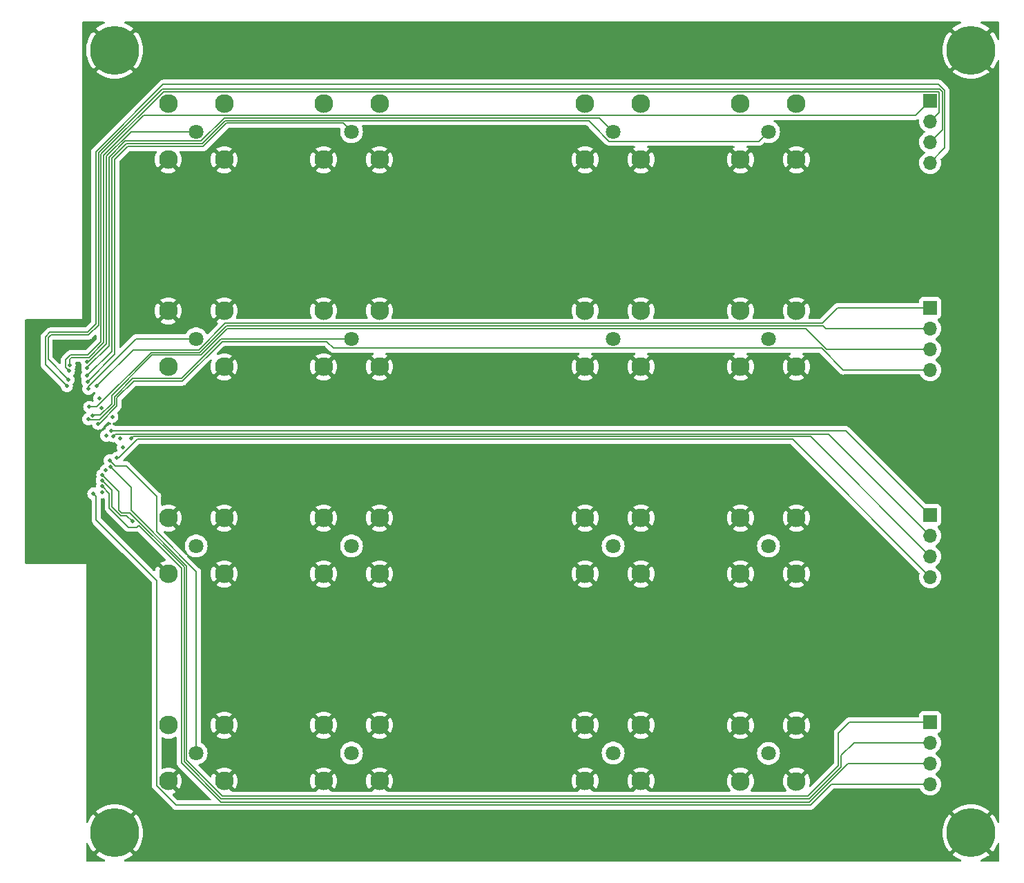
<source format=gbr>
%TF.GenerationSoftware,KiCad,Pcbnew,7.0.2*%
%TF.CreationDate,2023-10-18T16:00:00-06:00*%
%TF.ProjectId,LED_Probe_Breakout,4c45445f-5072-46f6-9265-5f427265616b,rev?*%
%TF.SameCoordinates,Original*%
%TF.FileFunction,Copper,L2,Inr*%
%TF.FilePolarity,Positive*%
%FSLAX46Y46*%
G04 Gerber Fmt 4.6, Leading zero omitted, Abs format (unit mm)*
G04 Created by KiCad (PCBNEW 7.0.2) date 2023-10-18 16:00:00*
%MOMM*%
%LPD*%
G01*
G04 APERTURE LIST*
%TA.AperFunction,ComponentPad*%
%ADD10C,1.800000*%
%TD*%
%TA.AperFunction,ComponentPad*%
%ADD11C,2.300000*%
%TD*%
%TA.AperFunction,ComponentPad*%
%ADD12C,6.000000*%
%TD*%
%TA.AperFunction,ComponentPad*%
%ADD13R,1.700000X1.700000*%
%TD*%
%TA.AperFunction,ComponentPad*%
%ADD14O,1.700000X1.700000*%
%TD*%
%TA.AperFunction,ViaPad*%
%ADD15C,0.500000*%
%TD*%
%TA.AperFunction,Conductor*%
%ADD16C,0.127000*%
%TD*%
G04 APERTURE END LIST*
D10*
%TO.N,/W_I-*%
%TO.C,J14*%
X-15950000Y-76200000D03*
D11*
%TO.N,GND*%
X-19379000Y-79629000D03*
X-12521000Y-79629000D03*
X-19379000Y-72771000D03*
X-12521000Y-72771000D03*
%TD*%
D10*
%TO.N,/S_V-*%
%TO.C,J4*%
X35179000Y0D03*
D11*
%TO.N,GND*%
X31750000Y-3429000D03*
X38608000Y-3429000D03*
X31750000Y3429000D03*
X38608000Y3429000D03*
%TD*%
D10*
%TO.N,/W_V-*%
%TO.C,J17*%
X35179000Y-76230000D03*
D11*
%TO.N,GND*%
X31750000Y-79659000D03*
X38608000Y-79659000D03*
X31750000Y-72801000D03*
X38608000Y-72801000D03*
%TD*%
D10*
%TO.N,/N_I-*%
%TO.C,J10*%
X-15950000Y-50800000D03*
D11*
%TO.N,GND*%
X-19379000Y-54229000D03*
X-12521000Y-54229000D03*
X-19379000Y-47371000D03*
X-12521000Y-47371000D03*
%TD*%
D10*
%TO.N,/E_I-*%
%TO.C,J6*%
X-15950000Y-25400000D03*
D11*
%TO.N,GND*%
X-19379000Y-28829000D03*
X-12521000Y-28829000D03*
X-19379000Y-21971000D03*
X-12521000Y-21971000D03*
%TD*%
D12*
%TO.N,GND*%
%TO.C,H4*%
X60000000Y10000000D03*
%TD*%
D13*
%TO.N,/Solder_Point_Breakout3/Sig_1*%
%TO.C,J21*%
X55000000Y-72400000D03*
D14*
%TO.N,/Solder_Point_Breakout3/Sig_2*%
X55000000Y-74940000D03*
%TO.N,/Solder_Point_Breakout3/Sig_3*%
X55000000Y-77480000D03*
%TO.N,/Solder_Point_Breakout3/Sig_4*%
X55000000Y-80020000D03*
%TD*%
D10*
%TO.N,/S_V+*%
%TO.C,J3*%
X16129000Y0D03*
D11*
%TO.N,GND*%
X12700000Y-3429000D03*
X19558000Y-3429000D03*
X12700000Y3429000D03*
X19558000Y3429000D03*
%TD*%
D10*
%TO.N,/N_I+*%
%TO.C,J11*%
X-35000000Y-50800000D03*
D11*
%TO.N,GND*%
X-38429000Y-54229000D03*
X-31571000Y-54229000D03*
X-38429000Y-47371000D03*
X-31571000Y-47371000D03*
%TD*%
D13*
%TO.N,/Solder_Point_Breakout1/Sig_1*%
%TO.C,J19*%
X55000000Y-21600000D03*
D14*
%TO.N,/Solder_Point_Breakout1/Sig_2*%
X55000000Y-24140000D03*
%TO.N,/Solder_Point_Breakout1/Sig_3*%
X55000000Y-26680000D03*
%TO.N,/Solder_Point_Breakout1/Sig_4*%
X55000000Y-29220000D03*
%TD*%
D13*
%TO.N,/Solder_Point_Breakout2/Sig_1*%
%TO.C,J20*%
X55000000Y-47000000D03*
D14*
%TO.N,/Solder_Point_Breakout2/Sig_2*%
X55000000Y-49540000D03*
%TO.N,/Solder_Point_Breakout2/Sig_3*%
X55000000Y-52080000D03*
%TO.N,/Solder_Point_Breakout2/Sig_4*%
X55000000Y-54620000D03*
%TD*%
D10*
%TO.N,/E_I+*%
%TO.C,J7*%
X-35000000Y-25400000D03*
D11*
%TO.N,GND*%
X-38429000Y-28829000D03*
X-31571000Y-28829000D03*
X-38429000Y-21971000D03*
X-31571000Y-21971000D03*
%TD*%
D12*
%TO.N,GND*%
%TO.C,H1*%
X60000000Y-86000000D03*
%TD*%
D13*
%TO.N,/Solder_Point_Breakout/Sig_1*%
%TO.C,J18*%
X55000000Y3800000D03*
D14*
%TO.N,/Solder_Point_Breakout/Sig_2*%
X55000000Y1260000D03*
%TO.N,/Solder_Point_Breakout/Sig_3*%
X55000000Y-1280000D03*
%TO.N,/Solder_Point_Breakout/Sig_4*%
X55000000Y-3820000D03*
%TD*%
D10*
%TO.N,/W_I+*%
%TO.C,J15*%
X-35000000Y-76200000D03*
D11*
%TO.N,GND*%
X-38429000Y-79629000D03*
X-31571000Y-79629000D03*
X-38429000Y-72771000D03*
X-31571000Y-72771000D03*
%TD*%
D10*
%TO.N,/S_I-*%
%TO.C,J5*%
X-15950000Y0D03*
D11*
%TO.N,GND*%
X-19379000Y-3429000D03*
X-12521000Y-3429000D03*
X-19379000Y3429000D03*
X-12521000Y3429000D03*
%TD*%
D10*
%TO.N,/S_I+*%
%TO.C,J2*%
X-35000000Y0D03*
D11*
%TO.N,GND*%
X-38429000Y-3429000D03*
X-31571000Y-3429000D03*
X-38429000Y3429000D03*
X-31571000Y3429000D03*
%TD*%
D12*
%TO.N,GND*%
%TO.C,H3*%
X-45000000Y-86000000D03*
%TD*%
D10*
%TO.N,/N_V+*%
%TO.C,J12*%
X16129000Y-50800000D03*
D11*
%TO.N,GND*%
X12700000Y-54229000D03*
X19558000Y-54229000D03*
X12700000Y-47371000D03*
X19558000Y-47371000D03*
%TD*%
D10*
%TO.N,/E_V+*%
%TO.C,J8*%
X16129000Y-25400000D03*
D11*
%TO.N,GND*%
X12700000Y-28829000D03*
X19558000Y-28829000D03*
X12700000Y-21971000D03*
X19558000Y-21971000D03*
%TD*%
D10*
%TO.N,/E_V-*%
%TO.C,J9*%
X35179000Y-25400000D03*
D11*
%TO.N,GND*%
X31750000Y-28829000D03*
X38608000Y-28829000D03*
X31750000Y-21971000D03*
X38608000Y-21971000D03*
%TD*%
D10*
%TO.N,/N_V-*%
%TO.C,J13*%
X35179000Y-50800000D03*
D11*
%TO.N,GND*%
X31750000Y-54229000D03*
X38608000Y-54229000D03*
X31750000Y-47371000D03*
X38608000Y-47371000D03*
%TD*%
D10*
%TO.N,/W_V+*%
%TO.C,J16*%
X16129000Y-76200000D03*
D11*
%TO.N,GND*%
X12700000Y-79629000D03*
X19558000Y-79629000D03*
X12700000Y-72771000D03*
X19558000Y-72771000D03*
%TD*%
D12*
%TO.N,GND*%
%TO.C,H2*%
X-45000000Y10000000D03*
%TD*%
D15*
%TO.N,GND*%
X-49250000Y-26250000D03*
%TO.N,/S_I+*%
X-48400000Y-28250000D03*
%TO.N,/S_V+*%
X-48350000Y-29000000D03*
%TO.N,/S_V-*%
X-48400000Y-29950000D03*
%TO.N,/S_I-*%
X-48332256Y-30646212D03*
%TO.N,/E_I+*%
X-48203892Y-31506384D03*
%TO.N,/E_V+*%
X-46860000Y-32690000D03*
%TO.N,/E_V-*%
X-46574555Y-33856246D03*
%TO.N,/E_I-*%
X-48250000Y-35263000D03*
%TO.N,/N_I+*%
X-45295861Y-34954139D03*
%TO.N,/N_V+*%
X-46000000Y-37263000D03*
%TO.N,/N_V-*%
X-44348754Y-37651246D03*
%TO.N,/N_I-*%
X-43997909Y-38752093D03*
%TO.N,/W_I+*%
X-45600000Y-40300000D03*
%TO.N,/W_V+*%
X-46067123Y-41537081D03*
%TO.N,/W_V-*%
X-46565119Y-42778673D03*
X-42805470Y-47805470D03*
%TO.N,/W_I-*%
X-46550000Y-44199503D03*
%TO.N,/Solder_Point_Breakout/Sig_1*%
X-50524008Y-28649338D03*
%TO.N,/Solder_Point_Breakout/Sig_2*%
X-50619589Y-29342280D03*
%TO.N,/Solder_Point_Breakout/Sig_3*%
X-50663500Y-30413500D03*
%TO.N,/Solder_Point_Breakout/Sig_4*%
X-50863500Y-31213500D03*
%TO.N,/Solder_Point_Breakout1/Sig_1*%
X-47180276Y-31219724D03*
%TO.N,/Solder_Point_Breakout1/Sig_2*%
X-48100000Y-33763000D03*
%TO.N,/Solder_Point_Breakout1/Sig_3*%
X-47700000Y-34789500D03*
%TO.N,/Solder_Point_Breakout1/Sig_4*%
X-47000000Y-35816000D03*
%TO.N,/Solder_Point_Breakout2/Sig_1*%
X-45393853Y-36656146D03*
%TO.N,/Solder_Point_Breakout2/Sig_2*%
X-45207218Y-37330290D03*
%TO.N,/Solder_Point_Breakout2/Sig_3*%
X-42934508Y-37590000D03*
%TO.N,/Solder_Point_Breakout2/Sig_4*%
X-44738097Y-40013000D03*
%TO.N,/Solder_Point_Breakout3/Sig_1*%
X-45505774Y-41119718D03*
%TO.N,/Solder_Point_Breakout3/Sig_2*%
X-46506140Y-42081662D03*
%TO.N,/Solder_Point_Breakout3/Sig_3*%
X-46550000Y-43500000D03*
%TO.N,/Solder_Point_Breakout3/Sig_4*%
X-47600000Y-44400000D03*
%TD*%
D16*
%TO.N,/S_I+*%
X-48400000Y-28250000D02*
X-48250000Y-28250000D01*
X-43000000Y0D02*
X-35000000Y0D01*
X-46000000Y-3000000D02*
X-43000000Y0D01*
X-48250000Y-28250000D02*
X-46000000Y-26000000D01*
X-46000000Y-26000000D02*
X-46000000Y-3000000D01*
%TO.N,/S_V+*%
X-45673000Y-3135448D02*
X-43701052Y-1163500D01*
X-43701052Y-1163500D02*
X-34412000Y-1163500D01*
X14440500Y1688500D02*
X16129000Y0D01*
X-31560000Y1688500D02*
X14440500Y1688500D01*
X-48350000Y-29000000D02*
X-48350000Y-28927000D01*
X-34412000Y-1163500D02*
X-31560000Y1688500D01*
X-48350000Y-28927000D02*
X-45673000Y-26250000D01*
X-45673000Y-26250000D02*
X-45673000Y-3135448D01*
%TO.N,/S_V-*%
X13650000Y850000D02*
X13650000Y833562D01*
X-43565604Y-1490500D02*
X-34276552Y-1490500D01*
X33999000Y-1180000D02*
X35179000Y0D01*
X-31424552Y1361500D02*
X13138500Y1361500D01*
X15663562Y-1180000D02*
X33999000Y-1180000D01*
X-34276552Y-1490500D02*
X-31424552Y1361500D01*
X-48373000Y-29950000D02*
X-45340000Y-26917000D01*
X-45340000Y-3264896D02*
X-43565604Y-1490500D01*
X-45340000Y-26917000D02*
X-45340000Y-3264896D01*
X13138500Y1361500D02*
X13650000Y850000D01*
X13650000Y833562D02*
X15663562Y-1180000D01*
%TO.N,/S_I-*%
X-34141104Y-1817500D02*
X-43430156Y-1817500D01*
X-45013000Y-3400344D02*
X-45013000Y-27326956D01*
X-31289104Y1034500D02*
X-34141104Y-1817500D01*
X-45013000Y-27326956D02*
X-48332256Y-30646212D01*
X-43430156Y-1817500D02*
X-45013000Y-3400344D01*
X-15950000Y0D02*
X-16984500Y1034500D01*
X-16984500Y1034500D02*
X-31289104Y1034500D01*
%TO.N,/E_I+*%
X-48210276Y-31500000D02*
X-48203892Y-31506384D01*
X-42360552Y-25400000D02*
X-35000000Y-25400000D01*
X-48210276Y-31249724D02*
X-42360552Y-25400000D01*
X-48210276Y-31249724D02*
X-48210276Y-31500000D01*
%TO.N,/E_I-*%
X-15950000Y-25400000D02*
X-31967218Y-25400000D01*
X-42768905Y-30250000D02*
X-45038676Y-32519771D01*
X-31967218Y-25400000D02*
X-36817218Y-30250000D01*
X-36817218Y-30250000D02*
X-42768905Y-30250000D01*
X-45038676Y-33509014D02*
X-46832662Y-35303000D01*
X-45038676Y-32519771D02*
X-45038676Y-33509014D01*
X-46832662Y-35303000D02*
X-48210000Y-35303000D01*
X-48210000Y-35303000D02*
X-48250000Y-35263000D01*
%TO.N,/W_I+*%
X-39850000Y-49073000D02*
X-39850000Y-44700000D01*
X-44900000Y-41000000D02*
X-45600000Y-40300000D01*
X-43550000Y-41000000D02*
X-44900000Y-41000000D01*
X-39850000Y-44700000D02*
X-43550000Y-41000000D01*
X-35000000Y-53923000D02*
X-39850000Y-49073000D01*
X-35000000Y-76200000D02*
X-35000000Y-53923000D01*
%TO.N,/W_V-*%
X-45317724Y-46019415D02*
X-45317724Y-44006077D01*
X-42805470Y-47805470D02*
X-43533940Y-47077000D01*
X-43533940Y-47077000D02*
X-44260139Y-47077000D01*
X-44260139Y-47077000D02*
X-45317724Y-46019415D01*
X-46545128Y-42778673D02*
X-46565119Y-42778673D01*
X-45317724Y-44006077D02*
X-46545128Y-42778673D01*
%TO.N,/Solder_Point_Breakout/Sig_1*%
X-50413500Y-27836500D02*
X-50257000Y-27680000D01*
X-50257000Y-27680000D02*
X-48142448Y-27680000D01*
X-46327000Y-2864552D02*
X-41446948Y2015500D01*
X-50524008Y-27947008D02*
X-50524008Y-28649338D01*
X-46327000Y-25864552D02*
X-46327000Y-2864552D01*
X-41446948Y2015500D02*
X53215500Y2015500D01*
X53215500Y2015500D02*
X55000000Y3800000D01*
X-48142448Y-27680000D02*
X-46327000Y-25864552D01*
X-50413500Y-27836500D02*
X-50524008Y-27947008D01*
%TO.N,/Solder_Point_Breakout/Sig_2*%
X-48277896Y-27353000D02*
X-46654000Y-25729104D01*
X56113500Y4806500D02*
X56113500Y2373500D01*
X-46654000Y-25729104D02*
X-46654000Y-2729104D01*
X-46654000Y-2729104D02*
X-39011396Y4913500D01*
X-50392448Y-27353000D02*
X-51037508Y-27998060D01*
X-51037508Y-27998060D02*
X-51037508Y-28924361D01*
X56113500Y2373500D02*
X55000000Y1260000D01*
X-39011396Y4913500D02*
X56006500Y4913500D01*
X56006500Y4913500D02*
X56113500Y4806500D01*
X-50392448Y-27353000D02*
X-48277896Y-27353000D01*
X-51037508Y-28924361D02*
X-50619589Y-29342280D01*
%TO.N,/Solder_Point_Breakout/Sig_3*%
X-48187552Y-24910000D02*
X-46981000Y-23703448D01*
X56141948Y5240500D02*
X56480000Y4902448D01*
X-53163500Y-27913500D02*
X-53163500Y-25286500D01*
X-46981000Y-2593656D02*
X-39146844Y5240500D01*
X-53163500Y-25286500D02*
X-52787000Y-24910000D01*
X-39146844Y5240500D02*
X56141948Y5240500D01*
X-52787000Y-24910000D02*
X-48187552Y-24910000D01*
X-46981000Y-23703448D02*
X-46981000Y-2593656D01*
X-50663500Y-30413500D02*
X-53163500Y-27913500D01*
X56480000Y200000D02*
X55000000Y-1280000D01*
X56480000Y4902448D02*
X56480000Y200000D01*
%TO.N,/Solder_Point_Breakout/Sig_4*%
X-47308000Y-23568000D02*
X-47308000Y-2458208D01*
X56034896Y5810000D02*
X56807000Y5037896D01*
X-52922448Y-24583000D02*
X-48323000Y-24583000D01*
X56807000Y5037896D02*
X56807000Y-2013000D01*
X-48323000Y-24583000D02*
X-47308000Y-23568000D01*
X-53490500Y-25151052D02*
X-52922448Y-24583000D01*
X-50863500Y-31213500D02*
X-53490500Y-28586500D01*
X56807000Y-2013000D02*
X55000000Y-3820000D01*
X-53490500Y-28586500D02*
X-53490500Y-25151052D01*
X-39039792Y5810000D02*
X56034896Y5810000D01*
X-47308000Y-2458208D02*
X-39039792Y5810000D01*
%TO.N,/Solder_Point_Breakout1/Sig_1*%
X-31454562Y-23500000D02*
X-34704562Y-26750000D01*
X43650000Y-21600000D02*
X41750000Y-23500000D01*
X55000000Y-21600000D02*
X43650000Y-21600000D01*
X-42710552Y-26750000D02*
X-47180276Y-31219724D01*
X41750000Y-23500000D02*
X-31454562Y-23500000D01*
X-34704562Y-26750000D02*
X-42710552Y-26750000D01*
%TO.N,/Solder_Point_Breakout1/Sig_2*%
X-31319114Y-23827000D02*
X-34569114Y-27077000D01*
X-48087000Y-33750000D02*
X-48100000Y-33763000D01*
X-40520801Y-27077000D02*
X-47193801Y-33750000D01*
X-34569114Y-27077000D02*
X-40520801Y-27077000D01*
X-47193801Y-33750000D02*
X-48087000Y-33750000D01*
X42198448Y-24140000D02*
X41885448Y-23827000D01*
X41885448Y-23827000D02*
X-31319114Y-23827000D01*
X55000000Y-24140000D02*
X42198448Y-24140000D01*
%TO.N,/Solder_Point_Breakout1/Sig_3*%
X-40385353Y-27404000D02*
X-34433666Y-27404000D01*
X-34433666Y-27404000D02*
X-31183666Y-24154000D01*
X39750000Y-24154000D02*
X42276000Y-26680000D01*
X-46742110Y-34750000D02*
X-45365676Y-33373566D01*
X-45365676Y-33373566D02*
X-45365676Y-32384323D01*
X42276000Y-26680000D02*
X55000000Y-26680000D01*
X-31183666Y-24154000D02*
X39750000Y-24154000D01*
X-46742110Y-34750000D02*
X-47660500Y-34750000D01*
X-45365676Y-32384323D02*
X-40385353Y-27404000D01*
X-47660500Y-34750000D02*
X-47700000Y-34789500D01*
%TO.N,/Solder_Point_Breakout1/Sig_4*%
X-46883214Y-35816000D02*
X-47000000Y-35816000D01*
X41697052Y-26563500D02*
X44353552Y-29220000D01*
X-44711676Y-32655219D02*
X-42633457Y-30577000D01*
X-46817214Y-35750000D02*
X-44711676Y-33644462D01*
X44353552Y-29220000D02*
X55000000Y-29220000D01*
X-42633457Y-30577000D02*
X-36681770Y-30577000D01*
X-19000000Y-25727000D02*
X-18163500Y-26563500D01*
X-36681770Y-30577000D02*
X-31831770Y-25727000D01*
X-44711676Y-33644462D02*
X-44711676Y-32655219D01*
X-46817214Y-35750000D02*
X-46883214Y-35816000D01*
X-31831770Y-25727000D02*
X-19000000Y-25727000D01*
X-18163500Y-26563500D02*
X41697052Y-26563500D01*
%TO.N,/Solder_Point_Breakout2/Sig_1*%
X44656146Y-36656146D02*
X-45393853Y-36656146D01*
X55000000Y-47000000D02*
X44656146Y-36656146D01*
%TO.N,/Solder_Point_Breakout2/Sig_2*%
X-44953928Y-37077000D02*
X-45207218Y-37330290D01*
X42537000Y-37077000D02*
X-44953928Y-37077000D01*
X55000000Y-49540000D02*
X42537000Y-37077000D01*
%TO.N,/Solder_Point_Breakout2/Sig_3*%
X-42934508Y-37590000D02*
X-42748508Y-37404000D01*
X40324000Y-37404000D02*
X55000000Y-52080000D01*
X-42748508Y-37404000D02*
X40324000Y-37404000D01*
%TO.N,/Solder_Point_Breakout2/Sig_4*%
X55000000Y-54620000D02*
X38111000Y-37731000D01*
X38111000Y-37731000D02*
X-42231000Y-37731000D01*
X-42231000Y-37731000D02*
X-44513000Y-40013000D01*
X-44513000Y-40013000D02*
X-44738097Y-40013000D01*
%TO.N,/Solder_Point_Breakout3/Sig_1*%
X40000000Y-81500000D02*
X43750000Y-77750000D01*
X-36163500Y-77086500D02*
X-31750000Y-81500000D01*
X-36163500Y-53259500D02*
X-36163500Y-77086500D01*
X-45505774Y-41119718D02*
X-43000000Y-43625492D01*
X-43000000Y-46423000D02*
X-36163500Y-53259500D01*
X45100000Y-72400000D02*
X55000000Y-72400000D01*
X-31750000Y-81500000D02*
X40000000Y-81500000D01*
X-43000000Y-43625492D02*
X-43000000Y-46423000D01*
X43750000Y-73750000D02*
X45100000Y-72400000D01*
X43750000Y-77750000D02*
X43750000Y-73750000D01*
%TO.N,/Solder_Point_Breakout3/Sig_2*%
X-36490500Y-53394948D02*
X-36490500Y-77259500D01*
X-43135448Y-46750000D02*
X-36490500Y-53394948D01*
X-46506140Y-42081662D02*
X-44459694Y-44128108D01*
X40135448Y-81827000D02*
X44077000Y-77885448D01*
X44077000Y-77885448D02*
X44077000Y-76500000D01*
X45637000Y-74940000D02*
X55000000Y-74940000D01*
X-36490500Y-77259500D02*
X-31923000Y-81827000D01*
X-44124691Y-46750000D02*
X-43135448Y-46750000D01*
X-31923000Y-81827000D02*
X40135448Y-81827000D01*
X-44459694Y-46414998D02*
X-44124691Y-46750000D01*
X44077000Y-76500000D02*
X45637000Y-74940000D01*
X-44459694Y-44128108D02*
X-44459694Y-46414998D01*
%TO.N,/Solder_Point_Breakout3/Sig_3*%
X-45644724Y-44378580D02*
X-45644724Y-46154863D01*
X-42048948Y-48298948D02*
X-36817500Y-53530396D01*
X44944896Y-77480000D02*
X55000000Y-77480000D01*
X-43299587Y-48500000D02*
X-42250000Y-48500000D01*
X-31962448Y-82250000D02*
X40174896Y-82250000D01*
X-46523304Y-43500000D02*
X-45644724Y-44378580D01*
X-42250000Y-48500000D02*
X-42048948Y-48298948D01*
X-36817500Y-77394948D02*
X-31962448Y-82250000D01*
X-46550000Y-43500000D02*
X-46523304Y-43500000D01*
X-36817500Y-53530396D02*
X-36817500Y-77394948D01*
X40174896Y-82250000D02*
X44944896Y-77480000D01*
X-45644724Y-46154863D02*
X-43299587Y-48500000D01*
%TO.N,/Solder_Point_Breakout3/Sig_4*%
X42867344Y-80020000D02*
X40310344Y-82577000D01*
X40310344Y-82577000D02*
X-37479991Y-82577000D01*
X-39842500Y-55052000D02*
X-47250000Y-47644500D01*
X-39842500Y-80214491D02*
X-39842500Y-55052000D01*
X-47250000Y-44750000D02*
X-47600000Y-44400000D01*
X55000000Y-80020000D02*
X42867344Y-80020000D01*
X-37479991Y-82577000D02*
X-39842500Y-80214491D01*
X-47250000Y-47644500D02*
X-47250000Y-44750000D01*
%TD*%
%TA.AperFunction,Conductor*%
%TO.N,GND*%
G36*
X-46107368Y-87019404D02*
G01*
X-45924477Y-87187768D01*
X-45869883Y-87223435D01*
X-47293148Y-88646701D01*
X-47293148Y-88646702D01*
X-47062597Y-88833399D01*
X-47057343Y-88837216D01*
X-46755129Y-89033476D01*
X-46749508Y-89036722D01*
X-46428424Y-89200323D01*
X-46422500Y-89202960D01*
X-46274596Y-89259736D01*
X-46219064Y-89302138D01*
X-46195271Y-89367832D01*
X-46210773Y-89435960D01*
X-46260646Y-89484893D01*
X-46319034Y-89499500D01*
X-48375500Y-89499500D01*
X-48442539Y-89479815D01*
X-48488294Y-89427011D01*
X-48499500Y-89375500D01*
X-48499500Y-87319033D01*
X-48479815Y-87251994D01*
X-48427011Y-87206239D01*
X-48357853Y-87196295D01*
X-48294297Y-87225320D01*
X-48259736Y-87274596D01*
X-48202963Y-87422494D01*
X-48200323Y-87428424D01*
X-48036722Y-87749508D01*
X-48033476Y-87755129D01*
X-47837216Y-88057343D01*
X-47833399Y-88062597D01*
X-47646702Y-88293148D01*
X-47646701Y-88293148D01*
X-46223610Y-86870057D01*
X-46107368Y-87019404D01*
G37*
%TD.AperFunction*%
%TA.AperFunction,Conductor*%
G36*
X-37436242Y-74182818D02*
G01*
X-37391628Y-74236590D01*
X-37381500Y-74285674D01*
X-37381500Y-77349852D01*
X-37382561Y-77366037D01*
X-37386367Y-77394947D01*
X-37386367Y-77394948D01*
X-37366983Y-77542182D01*
X-37310153Y-77679381D01*
X-37246118Y-77762835D01*
X-37244891Y-77764434D01*
X-37219750Y-77797198D01*
X-37196614Y-77814950D01*
X-37184424Y-77825639D01*
X-35164497Y-79845567D01*
X-33208745Y-81801319D01*
X-33175260Y-81862642D01*
X-33180244Y-81932334D01*
X-33222116Y-81988267D01*
X-33287580Y-82012684D01*
X-33296426Y-82013000D01*
X-37195013Y-82013000D01*
X-37262052Y-81993315D01*
X-37282694Y-81976681D01*
X-37884420Y-81374954D01*
X-37917905Y-81313631D01*
X-37912921Y-81243939D01*
X-37871049Y-81188006D01*
X-37844192Y-81172712D01*
X-37677597Y-81103705D01*
X-37456155Y-80968006D01*
X-37449354Y-80962198D01*
X-37449354Y-80962197D01*
X-38103052Y-80308498D01*
X-38090109Y-80303787D01*
X-37943627Y-80207445D01*
X-37823312Y-80079918D01*
X-37750552Y-79953893D01*
X-37095801Y-80608644D01*
X-37089993Y-80601843D01*
X-36954294Y-80380402D01*
X-36854903Y-80140455D01*
X-36794275Y-79887916D01*
X-36773898Y-79629000D01*
X-36794275Y-79370083D01*
X-36854903Y-79117544D01*
X-36954294Y-78877597D01*
X-37089992Y-78656156D01*
X-37095801Y-78649354D01*
X-37751804Y-79305356D01*
X-37775059Y-79251447D01*
X-37879756Y-79110815D01*
X-38014062Y-78998118D01*
X-38105665Y-78952112D01*
X-37449354Y-78295801D01*
X-37456156Y-78289992D01*
X-37677597Y-78154294D01*
X-37917544Y-78054903D01*
X-38170083Y-77994275D01*
X-38429000Y-77973898D01*
X-38687916Y-77994275D01*
X-38940455Y-78054903D01*
X-39107047Y-78123908D01*
X-39176517Y-78131377D01*
X-39238996Y-78100102D01*
X-39274648Y-78040013D01*
X-39278500Y-78009347D01*
X-39278500Y-74390652D01*
X-39258815Y-74323613D01*
X-39206011Y-74277858D01*
X-39136853Y-74267914D01*
X-39107047Y-74276091D01*
X-38940455Y-74345096D01*
X-38687916Y-74405724D01*
X-38428999Y-74426101D01*
X-38170083Y-74405724D01*
X-37917544Y-74345096D01*
X-37677597Y-74245706D01*
X-37570290Y-74179947D01*
X-37502845Y-74161702D01*
X-37436242Y-74182818D01*
G37*
%TD.AperFunction*%
%TA.AperFunction,Conductor*%
G36*
X-46243274Y-44964090D02*
G01*
X-46211046Y-45026083D01*
X-46208724Y-45049966D01*
X-46208724Y-46109767D01*
X-46209785Y-46125952D01*
X-46213591Y-46154863D01*
X-46208724Y-46191831D01*
X-46194207Y-46302097D01*
X-46137377Y-46439296D01*
X-46046974Y-46557113D01*
X-46023838Y-46574865D01*
X-46011648Y-46585554D01*
X-43730277Y-48866925D01*
X-43719590Y-48879112D01*
X-43701837Y-48902250D01*
X-43672255Y-48924948D01*
X-43672255Y-48924949D01*
X-43584020Y-48992654D01*
X-43487005Y-49032838D01*
X-43446821Y-49049483D01*
X-43429713Y-49051735D01*
X-43299587Y-49068868D01*
X-43273966Y-49065494D01*
X-43270670Y-49065061D01*
X-43254485Y-49064000D01*
X-42295094Y-49064000D01*
X-42278910Y-49065060D01*
X-42250000Y-49068867D01*
X-42249999Y-49068866D01*
X-42249999Y-49068867D01*
X-42157438Y-49056681D01*
X-42088403Y-49067447D01*
X-42053575Y-49091936D01*
X-38734260Y-52411251D01*
X-38700778Y-52472570D01*
X-38705762Y-52542262D01*
X-38747634Y-52598195D01*
X-38792997Y-52619502D01*
X-38940455Y-52654903D01*
X-39180402Y-52754294D01*
X-39401843Y-52889993D01*
X-39408644Y-52895801D01*
X-38754944Y-53549500D01*
X-38767891Y-53554213D01*
X-38914373Y-53650555D01*
X-39034688Y-53778082D01*
X-39107446Y-53904104D01*
X-39762197Y-53249354D01*
X-39762198Y-53249354D01*
X-39768006Y-53256155D01*
X-39903705Y-53477597D01*
X-40003096Y-53717545D01*
X-40024246Y-53805644D01*
X-40059036Y-53866236D01*
X-40121062Y-53898401D01*
X-40190631Y-53891926D01*
X-40232501Y-53864379D01*
X-46649681Y-47447201D01*
X-46683166Y-47385878D01*
X-46686000Y-47359520D01*
X-46686000Y-45078184D01*
X-46666315Y-45011145D01*
X-46613511Y-44965390D01*
X-46563755Y-44957459D01*
X-46563884Y-44956317D01*
X-46430201Y-44941253D01*
X-46381941Y-44935816D01*
X-46373678Y-44932924D01*
X-46303901Y-44929362D01*
X-46243274Y-44964090D01*
G37*
%TD.AperFunction*%
%TA.AperFunction,Conductor*%
G36*
X-47298666Y-24921244D02*
G01*
X-47242733Y-24963116D01*
X-47218316Y-25028580D01*
X-47218000Y-25037426D01*
X-47218000Y-25444125D01*
X-47237685Y-25511164D01*
X-47254319Y-25531806D01*
X-48475194Y-26752681D01*
X-48536517Y-26786166D01*
X-48562875Y-26789000D01*
X-50347347Y-26789000D01*
X-50363533Y-26787939D01*
X-50392447Y-26784132D01*
X-50392448Y-26784132D01*
X-50516766Y-26800500D01*
X-50539682Y-26803517D01*
X-50576740Y-26818867D01*
X-50676878Y-26860344D01*
X-50676880Y-26860345D01*
X-50676881Y-26860346D01*
X-50765116Y-26928051D01*
X-50794698Y-26950750D01*
X-50810119Y-26970848D01*
X-50812448Y-26973883D01*
X-50823144Y-26986079D01*
X-51404427Y-27567362D01*
X-51416622Y-27578057D01*
X-51439758Y-27595810D01*
X-51462456Y-27625391D01*
X-51462457Y-27625392D01*
X-51530161Y-27713627D01*
X-51586991Y-27850826D01*
X-51600441Y-27952986D01*
X-51606375Y-27998059D01*
X-51602569Y-28026968D01*
X-51601508Y-28043154D01*
X-51601508Y-28378512D01*
X-51621193Y-28445551D01*
X-51673997Y-28491306D01*
X-51743155Y-28501250D01*
X-51806711Y-28472225D01*
X-51813189Y-28466193D01*
X-52563181Y-27716202D01*
X-52596666Y-27654879D01*
X-52599500Y-27628521D01*
X-52599500Y-25598000D01*
X-52579815Y-25530961D01*
X-52527011Y-25485206D01*
X-52475500Y-25474000D01*
X-48232646Y-25474000D01*
X-48216462Y-25475060D01*
X-48187552Y-25478867D01*
X-48187551Y-25478866D01*
X-48187551Y-25478867D01*
X-48170422Y-25476611D01*
X-48040318Y-25459483D01*
X-47903119Y-25402653D01*
X-47814884Y-25334949D01*
X-47814883Y-25334948D01*
X-47785302Y-25312250D01*
X-47767548Y-25289112D01*
X-47756853Y-25276917D01*
X-47429681Y-24949745D01*
X-47368358Y-24916260D01*
X-47298666Y-24921244D01*
G37*
%TD.AperFunction*%
%TA.AperFunction,Conductor*%
G36*
X-46251995Y13479815D02*
G01*
X-46206240Y13427011D01*
X-46196296Y13357853D01*
X-46225321Y13294297D01*
X-46274596Y13259736D01*
X-46422500Y13202960D01*
X-46428424Y13200323D01*
X-46749507Y13036722D01*
X-46755128Y13033476D01*
X-47057343Y12837216D01*
X-47062597Y12833399D01*
X-47293148Y12646702D01*
X-45869882Y11223436D01*
X-45924477Y11187768D01*
X-46107368Y11019404D01*
X-46223610Y10870057D01*
X-47646701Y12293148D01*
X-47646702Y12293148D01*
X-47833399Y12062597D01*
X-47837216Y12057343D01*
X-48033476Y11755128D01*
X-48036722Y11749507D01*
X-48200323Y11428424D01*
X-48202960Y11422500D01*
X-48332106Y11086065D01*
X-48334103Y11079919D01*
X-48427373Y10731831D01*
X-48428724Y10725472D01*
X-48485095Y10369557D01*
X-48485772Y10363113D01*
X-48504633Y10003243D01*
X-48504633Y9996756D01*
X-48485772Y9636886D01*
X-48485095Y9630442D01*
X-48428724Y9274527D01*
X-48427373Y9268168D01*
X-48334103Y8920080D01*
X-48332106Y8913934D01*
X-48202960Y8577499D01*
X-48200323Y8571575D01*
X-48036722Y8250491D01*
X-48033476Y8244870D01*
X-47837216Y7942656D01*
X-47833399Y7937402D01*
X-47646701Y7706851D01*
X-46223609Y9129942D01*
X-46107368Y8980596D01*
X-45924477Y8812232D01*
X-45869882Y8776563D01*
X-47293148Y7353297D01*
X-47062597Y7166600D01*
X-47057343Y7162783D01*
X-46755129Y6966523D01*
X-46749508Y6963277D01*
X-46428424Y6799676D01*
X-46422500Y6797039D01*
X-46086065Y6667893D01*
X-46079919Y6665896D01*
X-45731831Y6572626D01*
X-45725472Y6571275D01*
X-45369557Y6514904D01*
X-45363113Y6514227D01*
X-45003244Y6495367D01*
X-44996756Y6495367D01*
X-44636886Y6514227D01*
X-44630442Y6514904D01*
X-44274527Y6571275D01*
X-44268168Y6572626D01*
X-43920080Y6665896D01*
X-43913934Y6667893D01*
X-43577499Y6797039D01*
X-43571575Y6799676D01*
X-43250491Y6963277D01*
X-43244870Y6966523D01*
X-42942656Y7162783D01*
X-42937402Y7166600D01*
X-42706851Y7353297D01*
X-44130117Y8776563D01*
X-44075523Y8812232D01*
X-43892632Y8980596D01*
X-43776389Y9129943D01*
X-42353297Y7706851D01*
X-42166600Y7937402D01*
X-42162783Y7942656D01*
X-41966523Y8244870D01*
X-41963277Y8250491D01*
X-41799676Y8571575D01*
X-41797039Y8577499D01*
X-41667893Y8913934D01*
X-41665896Y8920080D01*
X-41572626Y9268168D01*
X-41571275Y9274527D01*
X-41514904Y9630442D01*
X-41514227Y9636886D01*
X-41495367Y9996756D01*
X-41495367Y10003243D01*
X-41514227Y10363113D01*
X-41514904Y10369557D01*
X-41571275Y10725472D01*
X-41572626Y10731831D01*
X-41665896Y11079919D01*
X-41667893Y11086065D01*
X-41797039Y11422500D01*
X-41799676Y11428424D01*
X-41963277Y11749507D01*
X-41966523Y11755128D01*
X-42162783Y12057343D01*
X-42166600Y12062597D01*
X-42353297Y12293147D01*
X-43776389Y10870056D01*
X-43892632Y11019404D01*
X-44075523Y11187768D01*
X-44130115Y11223435D01*
X-42706850Y12646701D01*
X-42937402Y12833399D01*
X-42942656Y12837216D01*
X-43244870Y13033476D01*
X-43250491Y13036722D01*
X-43571575Y13200323D01*
X-43577499Y13202960D01*
X-43725404Y13259736D01*
X-43780936Y13302138D01*
X-43804729Y13367832D01*
X-43789227Y13435960D01*
X-43739354Y13484893D01*
X-43680966Y13499500D01*
X58680966Y13499500D01*
X58748005Y13479815D01*
X58793760Y13427011D01*
X58803704Y13357853D01*
X58774679Y13294297D01*
X58725404Y13259736D01*
X58577499Y13202960D01*
X58571575Y13200323D01*
X58250492Y13036722D01*
X58244871Y13033476D01*
X57942656Y12837216D01*
X57937402Y12833399D01*
X57706850Y12646701D01*
X59130115Y11223435D01*
X59075523Y11187768D01*
X58892632Y11019404D01*
X58776389Y10870056D01*
X57353297Y12293147D01*
X57166600Y12062597D01*
X57162783Y12057343D01*
X56966523Y11755128D01*
X56963277Y11749507D01*
X56799676Y11428424D01*
X56797039Y11422500D01*
X56667893Y11086065D01*
X56665896Y11079919D01*
X56572626Y10731831D01*
X56571275Y10725472D01*
X56514904Y10369557D01*
X56514227Y10363113D01*
X56495367Y10003243D01*
X56495367Y9996756D01*
X56514227Y9636886D01*
X56514904Y9630442D01*
X56571275Y9274527D01*
X56572626Y9268168D01*
X56665896Y8920080D01*
X56667893Y8913934D01*
X56797039Y8577499D01*
X56799676Y8571575D01*
X56963277Y8250491D01*
X56966523Y8244870D01*
X57162783Y7942656D01*
X57166600Y7937402D01*
X57353297Y7706851D01*
X58776389Y9129943D01*
X58892632Y8980596D01*
X59075523Y8812232D01*
X59130117Y8776563D01*
X57706851Y7353297D01*
X57937402Y7166600D01*
X57942656Y7162783D01*
X58244870Y6966523D01*
X58250491Y6963277D01*
X58571575Y6799676D01*
X58577499Y6797039D01*
X58913934Y6667893D01*
X58920080Y6665896D01*
X59268168Y6572626D01*
X59274527Y6571275D01*
X59630442Y6514904D01*
X59636886Y6514227D01*
X59996756Y6495367D01*
X60003244Y6495367D01*
X60363113Y6514227D01*
X60369557Y6514904D01*
X60725472Y6571275D01*
X60731831Y6572626D01*
X61079919Y6665896D01*
X61086065Y6667893D01*
X61422500Y6797039D01*
X61428424Y6799676D01*
X61749508Y6963277D01*
X61755129Y6966523D01*
X62057343Y7162783D01*
X62062597Y7166600D01*
X62293148Y7353297D01*
X60869882Y8776563D01*
X60924477Y8812232D01*
X61107368Y8980596D01*
X61223609Y9129942D01*
X62646701Y7706851D01*
X62833399Y7937402D01*
X62837216Y7942656D01*
X63033476Y8244870D01*
X63036722Y8250491D01*
X63200323Y8571575D01*
X63202960Y8577499D01*
X63259736Y8725404D01*
X63302138Y8780936D01*
X63367832Y8804729D01*
X63435960Y8789227D01*
X63484893Y8739354D01*
X63499500Y8680966D01*
X63499500Y-84680966D01*
X63479815Y-84748005D01*
X63427011Y-84793760D01*
X63357853Y-84803704D01*
X63294297Y-84774679D01*
X63259736Y-84725404D01*
X63202960Y-84577499D01*
X63200323Y-84571575D01*
X63036722Y-84250492D01*
X63033476Y-84244871D01*
X62837216Y-83942656D01*
X62833399Y-83937402D01*
X62646701Y-83706851D01*
X61223609Y-85129942D01*
X61107368Y-84980596D01*
X60924477Y-84812232D01*
X60869881Y-84776563D01*
X62293147Y-83353297D01*
X62062597Y-83166600D01*
X62057343Y-83162783D01*
X61755129Y-82966523D01*
X61749508Y-82963277D01*
X61428424Y-82799676D01*
X61422500Y-82797039D01*
X61086065Y-82667893D01*
X61079919Y-82665896D01*
X60731831Y-82572626D01*
X60725472Y-82571275D01*
X60369557Y-82514904D01*
X60363113Y-82514227D01*
X60003244Y-82495367D01*
X59996756Y-82495367D01*
X59636886Y-82514227D01*
X59630442Y-82514904D01*
X59274527Y-82571275D01*
X59268168Y-82572626D01*
X58920080Y-82665896D01*
X58913934Y-82667893D01*
X58577499Y-82797039D01*
X58571575Y-82799676D01*
X58250492Y-82963277D01*
X58244871Y-82966523D01*
X57942656Y-83162783D01*
X57937402Y-83166600D01*
X57706850Y-83353297D01*
X59130116Y-84776564D01*
X59075523Y-84812232D01*
X58892632Y-84980596D01*
X58776389Y-85129943D01*
X57353297Y-83706851D01*
X57166600Y-83937402D01*
X57162783Y-83942656D01*
X56966523Y-84244871D01*
X56963277Y-84250492D01*
X56799676Y-84571575D01*
X56797039Y-84577499D01*
X56667893Y-84913934D01*
X56665896Y-84920080D01*
X56572626Y-85268168D01*
X56571275Y-85274527D01*
X56514904Y-85630442D01*
X56514227Y-85636886D01*
X56495367Y-85996756D01*
X56495367Y-86003243D01*
X56514227Y-86363113D01*
X56514904Y-86369557D01*
X56571275Y-86725472D01*
X56572626Y-86731831D01*
X56665896Y-87079919D01*
X56667893Y-87086065D01*
X56797039Y-87422500D01*
X56799676Y-87428424D01*
X56963277Y-87749508D01*
X56966523Y-87755129D01*
X57162783Y-88057343D01*
X57166600Y-88062597D01*
X57353297Y-88293147D01*
X58776389Y-86870056D01*
X58892632Y-87019404D01*
X59075523Y-87187768D01*
X59130116Y-87223435D01*
X57706851Y-88646701D01*
X57937402Y-88833399D01*
X57942656Y-88837216D01*
X58244870Y-89033476D01*
X58250491Y-89036722D01*
X58571575Y-89200323D01*
X58577499Y-89202960D01*
X58725404Y-89259736D01*
X58780936Y-89302138D01*
X58804729Y-89367832D01*
X58789227Y-89435960D01*
X58739354Y-89484893D01*
X58680966Y-89499500D01*
X-43680966Y-89499500D01*
X-43748005Y-89479815D01*
X-43793760Y-89427011D01*
X-43803704Y-89357853D01*
X-43774679Y-89294297D01*
X-43725404Y-89259736D01*
X-43577499Y-89202960D01*
X-43571575Y-89200323D01*
X-43250491Y-89036722D01*
X-43244870Y-89033476D01*
X-42942656Y-88837216D01*
X-42937402Y-88833399D01*
X-42706851Y-88646701D01*
X-44130116Y-87223435D01*
X-44075523Y-87187768D01*
X-43892632Y-87019404D01*
X-43776389Y-86870056D01*
X-42353297Y-88293147D01*
X-42166600Y-88062597D01*
X-42162783Y-88057343D01*
X-41966523Y-87755129D01*
X-41963277Y-87749508D01*
X-41799676Y-87428424D01*
X-41797039Y-87422500D01*
X-41667893Y-87086065D01*
X-41665896Y-87079919D01*
X-41572626Y-86731831D01*
X-41571275Y-86725472D01*
X-41514904Y-86369557D01*
X-41514227Y-86363113D01*
X-41495367Y-86003243D01*
X-41495367Y-85996756D01*
X-41514227Y-85636886D01*
X-41514904Y-85630442D01*
X-41571275Y-85274527D01*
X-41572626Y-85268168D01*
X-41665896Y-84920080D01*
X-41667893Y-84913934D01*
X-41797039Y-84577499D01*
X-41799676Y-84571575D01*
X-41963277Y-84250492D01*
X-41966523Y-84244871D01*
X-42162783Y-83942656D01*
X-42166600Y-83937402D01*
X-42353297Y-83706851D01*
X-43776389Y-85129943D01*
X-43892632Y-84980596D01*
X-44075523Y-84812232D01*
X-44130116Y-84776564D01*
X-42706850Y-83353297D01*
X-42937402Y-83166600D01*
X-42942656Y-83162783D01*
X-43244870Y-82966523D01*
X-43250491Y-82963277D01*
X-43571575Y-82799676D01*
X-43577499Y-82797039D01*
X-43913934Y-82667893D01*
X-43920080Y-82665896D01*
X-44268168Y-82572626D01*
X-44274527Y-82571275D01*
X-44630442Y-82514904D01*
X-44636886Y-82514227D01*
X-44996756Y-82495367D01*
X-45003244Y-82495367D01*
X-45363113Y-82514227D01*
X-45369557Y-82514904D01*
X-45725472Y-82571275D01*
X-45731831Y-82572626D01*
X-46079919Y-82665896D01*
X-46086065Y-82667893D01*
X-46422500Y-82797039D01*
X-46428424Y-82799676D01*
X-46749507Y-82963277D01*
X-46755128Y-82966523D01*
X-47057343Y-83162783D01*
X-47062597Y-83166600D01*
X-47293147Y-83353297D01*
X-45869881Y-84776563D01*
X-45924477Y-84812232D01*
X-46107368Y-84980596D01*
X-46223609Y-85129942D01*
X-47646701Y-83706851D01*
X-47833399Y-83937402D01*
X-47837216Y-83942656D01*
X-48033476Y-84244871D01*
X-48036722Y-84250492D01*
X-48200323Y-84571575D01*
X-48202960Y-84577499D01*
X-48259736Y-84725404D01*
X-48302138Y-84780936D01*
X-48367832Y-84804729D01*
X-48435960Y-84789227D01*
X-48484893Y-84739354D01*
X-48499500Y-84680966D01*
X-48499500Y-53024759D01*
X-48499471Y-53024616D01*
X-48499476Y-53024616D01*
X-48499459Y-52999999D01*
X-48499615Y-52999618D01*
X-48499618Y-52999616D01*
X-48499903Y-52999499D01*
X-48500000Y-52999459D01*
X-48524554Y-52999459D01*
X-48524760Y-52999500D01*
X-55875500Y-52999500D01*
X-55942539Y-52979815D01*
X-55988294Y-52927011D01*
X-55999500Y-52875500D01*
X-55999500Y-28586500D01*
X-54059367Y-28586500D01*
X-54054500Y-28623468D01*
X-54039983Y-28733734D01*
X-53983153Y-28870933D01*
X-53892750Y-28988750D01*
X-53878088Y-29000000D01*
X-53869614Y-29006502D01*
X-53857424Y-29017191D01*
X-51644048Y-31230567D01*
X-51610565Y-31291888D01*
X-51608510Y-31304363D01*
X-51599813Y-31381559D01*
X-51543956Y-31541190D01*
X-51453977Y-31684390D01*
X-51334390Y-31803977D01*
X-51191190Y-31893956D01*
X-51031559Y-31949813D01*
X-50863500Y-31968749D01*
X-50863499Y-31968748D01*
X-50863499Y-31968749D01*
X-50783944Y-31959785D01*
X-50695441Y-31949813D01*
X-50535810Y-31893956D01*
X-50392610Y-31803977D01*
X-50273023Y-31684390D01*
X-50183044Y-31541190D01*
X-50127187Y-31381559D01*
X-50127186Y-31381558D01*
X-50127186Y-31381556D01*
X-50108250Y-31213500D01*
X-50127186Y-31045439D01*
X-50129161Y-31039797D01*
X-50132720Y-30970018D01*
X-50099799Y-30911166D01*
X-50073024Y-30884391D01*
X-50073023Y-30884390D01*
X-49983044Y-30741190D01*
X-49927187Y-30581559D01*
X-49927186Y-30581558D01*
X-49927186Y-30581556D01*
X-49908250Y-30413500D01*
X-49927186Y-30245443D01*
X-49983044Y-30085809D01*
X-50053416Y-29973814D01*
X-50072416Y-29906577D01*
X-50052048Y-29839742D01*
X-50036103Y-29820161D01*
X-50029113Y-29813171D01*
X-50026268Y-29808644D01*
X-49939133Y-29669970D01*
X-49883276Y-29510339D01*
X-49883275Y-29510338D01*
X-49883275Y-29510336D01*
X-49864339Y-29342280D01*
X-49883275Y-29174222D01*
X-49893665Y-29144529D01*
X-49897225Y-29074750D01*
X-49881616Y-29037606D01*
X-49843552Y-28977028D01*
X-49787694Y-28817394D01*
X-49768758Y-28649337D01*
X-49787694Y-28481283D01*
X-49789736Y-28475447D01*
X-49813003Y-28408952D01*
X-49816564Y-28339176D01*
X-49781835Y-28278548D01*
X-49719842Y-28246321D01*
X-49695961Y-28244000D01*
X-49266738Y-28244000D01*
X-49199699Y-28263685D01*
X-49153944Y-28316489D01*
X-49143518Y-28354116D01*
X-49136313Y-28418059D01*
X-49080456Y-28577690D01*
X-49058845Y-28612082D01*
X-49039844Y-28679316D01*
X-49046795Y-28719004D01*
X-49086313Y-28831941D01*
X-49105249Y-29000000D01*
X-49086313Y-29168059D01*
X-49030456Y-29327690D01*
X-49030455Y-29327691D01*
X-49004348Y-29369240D01*
X-48985347Y-29436477D01*
X-49004346Y-29501182D01*
X-49080456Y-29622310D01*
X-49136313Y-29781941D01*
X-49155249Y-29950000D01*
X-49136313Y-30118059D01*
X-49080456Y-30277690D01*
X-49059536Y-30310983D01*
X-49040536Y-30378217D01*
X-49047487Y-30417904D01*
X-49068569Y-30478153D01*
X-49087505Y-30646212D01*
X-49068569Y-30814271D01*
X-49012712Y-30973902D01*
X-48952547Y-31069653D01*
X-48916005Y-31127809D01*
X-48897005Y-31195045D01*
X-48903956Y-31234731D01*
X-48940205Y-31338325D01*
X-48959141Y-31506384D01*
X-48940205Y-31674443D01*
X-48884348Y-31834074D01*
X-48794369Y-31977274D01*
X-48674782Y-32096861D01*
X-48531582Y-32186840D01*
X-48371951Y-32242697D01*
X-48203892Y-32261633D01*
X-48035833Y-32242697D01*
X-47876202Y-32186840D01*
X-47733002Y-32096861D01*
X-47613415Y-31977274D01*
X-47613413Y-31977272D01*
X-47607306Y-31967553D01*
X-47554970Y-31921264D01*
X-47485916Y-31910618D01*
X-47461360Y-31916488D01*
X-47415389Y-31932574D01*
X-47358613Y-31973295D01*
X-47332866Y-32038248D01*
X-47346322Y-32106810D01*
X-47368663Y-32137296D01*
X-47450477Y-32219110D01*
X-47540456Y-32362310D01*
X-47596313Y-32521941D01*
X-47615249Y-32690000D01*
X-47596313Y-32858059D01*
X-47563063Y-32953079D01*
X-47559501Y-33022856D01*
X-47594230Y-33083484D01*
X-47656223Y-33115712D01*
X-47725799Y-33109307D01*
X-47746076Y-33099028D01*
X-47772310Y-33082544D01*
X-47931943Y-33026686D01*
X-48100000Y-33007750D01*
X-48268056Y-33026686D01*
X-48268058Y-33026686D01*
X-48268059Y-33026687D01*
X-48427690Y-33082544D01*
X-48570890Y-33172523D01*
X-48690477Y-33292110D01*
X-48780456Y-33435310D01*
X-48836313Y-33594941D01*
X-48855249Y-33763000D01*
X-48836313Y-33931059D01*
X-48780456Y-34090690D01*
X-48690477Y-34233890D01*
X-48570890Y-34353477D01*
X-48557184Y-34362088D01*
X-48510895Y-34414420D01*
X-48500245Y-34483473D01*
X-48528619Y-34547322D01*
X-48566830Y-34573566D01*
X-48565860Y-34575111D01*
X-48577688Y-34582543D01*
X-48577690Y-34582544D01*
X-48720890Y-34672523D01*
X-48840477Y-34792110D01*
X-48930456Y-34935310D01*
X-48986313Y-35094941D01*
X-49005249Y-35263000D01*
X-48986313Y-35431059D01*
X-48930456Y-35590690D01*
X-48840477Y-35733890D01*
X-48720890Y-35853477D01*
X-48577690Y-35943456D01*
X-48418059Y-35999313D01*
X-48250000Y-36018249D01*
X-48249999Y-36018248D01*
X-48249999Y-36018249D01*
X-48193980Y-36011936D01*
X-48081941Y-35999313D01*
X-47922310Y-35943456D01*
X-47913140Y-35937694D01*
X-47845906Y-35918694D01*
X-47779071Y-35939061D01*
X-47733856Y-35992328D01*
X-47730137Y-36001706D01*
X-47680456Y-36143690D01*
X-47590477Y-36286890D01*
X-47470890Y-36406477D01*
X-47327690Y-36496456D01*
X-47168059Y-36552313D01*
X-47000000Y-36571249D01*
X-46831941Y-36552313D01*
X-46672310Y-36496456D01*
X-46529110Y-36406477D01*
X-46409523Y-36286890D01*
X-46319544Y-36143690D01*
X-46319542Y-36143687D01*
X-46278432Y-36026200D01*
X-46249073Y-35979476D01*
X-45865821Y-35596223D01*
X-45804499Y-35562739D01*
X-45734807Y-35567723D01*
X-45712175Y-35578908D01*
X-45623551Y-35634595D01*
X-45504713Y-35676177D01*
X-45447940Y-35716898D01*
X-45422192Y-35781850D01*
X-45435648Y-35850412D01*
X-45484035Y-35900815D01*
X-45531785Y-35916438D01*
X-45561909Y-35919832D01*
X-45561911Y-35919832D01*
X-45561912Y-35919833D01*
X-45721543Y-35975690D01*
X-45864743Y-36065669D01*
X-45984330Y-36185256D01*
X-46074309Y-36328456D01*
X-46120547Y-36460599D01*
X-46161268Y-36517373D01*
X-46196633Y-36536684D01*
X-46327687Y-36582542D01*
X-46327690Y-36582544D01*
X-46470890Y-36672523D01*
X-46590477Y-36792110D01*
X-46680456Y-36935310D01*
X-46736313Y-37094941D01*
X-46736313Y-37094943D01*
X-46752638Y-37239831D01*
X-46755249Y-37263000D01*
X-46736313Y-37431059D01*
X-46680456Y-37590690D01*
X-46590477Y-37733890D01*
X-46470890Y-37853477D01*
X-46327690Y-37943456D01*
X-46168059Y-37999313D01*
X-46000000Y-38018249D01*
X-45831940Y-37999313D01*
X-45709205Y-37956366D01*
X-45639426Y-37952804D01*
X-45602281Y-37968412D01*
X-45534908Y-38010746D01*
X-45375277Y-38066603D01*
X-45207218Y-38085539D01*
X-45055847Y-38068483D01*
X-44987028Y-38080537D01*
X-44950434Y-38113579D01*
X-44949111Y-38112256D01*
X-44939231Y-38122135D01*
X-44939231Y-38122136D01*
X-44819644Y-38241723D01*
X-44735155Y-38294811D01*
X-44688866Y-38347144D01*
X-44678218Y-38416197D01*
X-44684085Y-38440750D01*
X-44734222Y-38584034D01*
X-44753158Y-38752093D01*
X-44734222Y-38920152D01*
X-44678365Y-39079783D01*
X-44673750Y-39092971D01*
X-44676818Y-39094044D01*
X-44663876Y-39139823D01*
X-44684235Y-39206661D01*
X-44737497Y-39251881D01*
X-44773986Y-39261794D01*
X-44906153Y-39276686D01*
X-44906155Y-39276686D01*
X-44906156Y-39276687D01*
X-45065787Y-39332544D01*
X-45208987Y-39422523D01*
X-45316257Y-39529793D01*
X-45316258Y-39529794D01*
X-45377581Y-39563278D01*
X-45417570Y-39560921D01*
X-45418058Y-39565251D01*
X-45600000Y-39544750D01*
X-45768056Y-39563686D01*
X-45768058Y-39563686D01*
X-45768059Y-39563687D01*
X-45927690Y-39619544D01*
X-46070890Y-39709523D01*
X-46190477Y-39829110D01*
X-46280456Y-39972310D01*
X-46336313Y-40131941D01*
X-46355249Y-40300000D01*
X-46336313Y-40468059D01*
X-46280456Y-40627690D01*
X-46280455Y-40627691D01*
X-46265872Y-40650900D01*
X-46246871Y-40718137D01*
X-46267238Y-40784972D01*
X-46320506Y-40830187D01*
X-46329910Y-40833914D01*
X-46394810Y-40856623D01*
X-46394813Y-40856625D01*
X-46538013Y-40946604D01*
X-46657600Y-41066191D01*
X-46747579Y-41209391D01*
X-46747580Y-41209393D01*
X-46794976Y-41344842D01*
X-46835697Y-41401618D01*
X-46846044Y-41408880D01*
X-46977029Y-41491184D01*
X-46977030Y-41491185D01*
X-47096617Y-41610772D01*
X-47186596Y-41753972D01*
X-47242453Y-41913603D01*
X-47261389Y-42081662D01*
X-47242453Y-42249721D01*
X-47218057Y-42319437D01*
X-47214495Y-42389214D01*
X-47230104Y-42426362D01*
X-47245575Y-42450983D01*
X-47301432Y-42610614D01*
X-47320368Y-42778673D01*
X-47301432Y-42946732D01*
X-47245575Y-43106363D01*
X-47240960Y-43119552D01*
X-47245411Y-43121109D01*
X-47233809Y-43161733D01*
X-47240763Y-43201766D01*
X-47286313Y-43331941D01*
X-47286313Y-43331945D01*
X-47305249Y-43499997D01*
X-47302349Y-43525734D01*
X-47314402Y-43594556D01*
X-47361750Y-43645936D01*
X-47429360Y-43663562D01*
X-47439453Y-43662840D01*
X-47599999Y-43644750D01*
X-47768056Y-43663686D01*
X-47768058Y-43663686D01*
X-47768059Y-43663687D01*
X-47927690Y-43719544D01*
X-48070890Y-43809523D01*
X-48190477Y-43929110D01*
X-48280456Y-44072310D01*
X-48336313Y-44231941D01*
X-48355249Y-44400000D01*
X-48336313Y-44568059D01*
X-48280456Y-44727690D01*
X-48190477Y-44870890D01*
X-48070890Y-44990477D01*
X-47927690Y-45080456D01*
X-47897046Y-45091178D01*
X-47840270Y-45131899D01*
X-47814522Y-45196852D01*
X-47814000Y-45208220D01*
X-47814000Y-47599404D01*
X-47815061Y-47615589D01*
X-47818867Y-47644500D01*
X-47799483Y-47791734D01*
X-47742653Y-47928933D01*
X-47676985Y-48014515D01*
X-47652250Y-48046750D01*
X-47629114Y-48064502D01*
X-47616924Y-48075191D01*
X-44028965Y-51663151D01*
X-40442819Y-55249297D01*
X-40409334Y-55310620D01*
X-40406500Y-55336978D01*
X-40406500Y-80169395D01*
X-40407561Y-80185580D01*
X-40411367Y-80214490D01*
X-40411367Y-80214491D01*
X-40406500Y-80251459D01*
X-40391983Y-80361725D01*
X-40335153Y-80498924D01*
X-40244750Y-80616741D01*
X-40225068Y-80631843D01*
X-40221614Y-80634493D01*
X-40209424Y-80645182D01*
X-37910689Y-82943917D01*
X-37899996Y-82956109D01*
X-37882241Y-82979250D01*
X-37780665Y-83057189D01*
X-37771888Y-83066560D01*
X-37764424Y-83069651D01*
X-37764424Y-83069652D01*
X-37764424Y-83069653D01*
X-37627225Y-83126483D01*
X-37479991Y-83145867D01*
X-37451080Y-83142060D01*
X-37434897Y-83141000D01*
X40265250Y-83141000D01*
X40281433Y-83142060D01*
X40310344Y-83145867D01*
X40457578Y-83126483D01*
X40594777Y-83069653D01*
X40683012Y-83001949D01*
X40683012Y-83001948D01*
X40692405Y-82994740D01*
X40712594Y-82979250D01*
X40730349Y-82956110D01*
X40741034Y-82943925D01*
X43064641Y-80620319D01*
X43125964Y-80586834D01*
X43152322Y-80584000D01*
X53693889Y-80584000D01*
X53760928Y-80603685D01*
X53806270Y-80655595D01*
X53825965Y-80697830D01*
X53961505Y-80891401D01*
X54128599Y-81058495D01*
X54322170Y-81194035D01*
X54536337Y-81293903D01*
X54764592Y-81355063D01*
X55000000Y-81375659D01*
X55235408Y-81355063D01*
X55463663Y-81293903D01*
X55677830Y-81194035D01*
X55871401Y-81058495D01*
X56038495Y-80891401D01*
X56174035Y-80697830D01*
X56273903Y-80483663D01*
X56335063Y-80255408D01*
X56355659Y-80020000D01*
X56335063Y-79784592D01*
X56273903Y-79556337D01*
X56174035Y-79342171D01*
X56038495Y-79148599D01*
X55871401Y-78981505D01*
X55685839Y-78851573D01*
X55642215Y-78796997D01*
X55635023Y-78727498D01*
X55666545Y-78665144D01*
X55685831Y-78648432D01*
X55871401Y-78518495D01*
X56038495Y-78351401D01*
X56174035Y-78157830D01*
X56273903Y-77943663D01*
X56335063Y-77715408D01*
X56355659Y-77480000D01*
X56354348Y-77465021D01*
X56335063Y-77244592D01*
X56332201Y-77233912D01*
X56273903Y-77016337D01*
X56174035Y-76802171D01*
X56038495Y-76608599D01*
X55871401Y-76441505D01*
X55685839Y-76311573D01*
X55642215Y-76256997D01*
X55635023Y-76187498D01*
X55666545Y-76125144D01*
X55685831Y-76108432D01*
X55871401Y-75978495D01*
X56038495Y-75811401D01*
X56174035Y-75617830D01*
X56273903Y-75403663D01*
X56335063Y-75175408D01*
X56355659Y-74940000D01*
X56335063Y-74704592D01*
X56273903Y-74476337D01*
X56174035Y-74262171D01*
X56038495Y-74068599D01*
X55916569Y-73946673D01*
X55883084Y-73885350D01*
X55888068Y-73815658D01*
X55929940Y-73759725D01*
X55960915Y-73742810D01*
X56092331Y-73693796D01*
X56207546Y-73607546D01*
X56293796Y-73492331D01*
X56344091Y-73357483D01*
X56350500Y-73297873D01*
X56350499Y-71502128D01*
X56344091Y-71442517D01*
X56293796Y-71307669D01*
X56207546Y-71192454D01*
X56092331Y-71106204D01*
X55957483Y-71055909D01*
X55897873Y-71049500D01*
X55894550Y-71049500D01*
X54105439Y-71049500D01*
X54105420Y-71049500D01*
X54102128Y-71049501D01*
X54098848Y-71049853D01*
X54098840Y-71049854D01*
X54042515Y-71055909D01*
X53907669Y-71106204D01*
X53792454Y-71192454D01*
X53706204Y-71307668D01*
X53655909Y-71442516D01*
X53653191Y-71467801D01*
X53649500Y-71502127D01*
X53649500Y-71505448D01*
X53649500Y-71505449D01*
X53649500Y-71712000D01*
X53629815Y-71779039D01*
X53577011Y-71824794D01*
X53525500Y-71836000D01*
X45145094Y-71836000D01*
X45128910Y-71834939D01*
X45100000Y-71831133D01*
X45099999Y-71831133D01*
X45081516Y-71833566D01*
X45063032Y-71836000D01*
X45007898Y-71843258D01*
X44952765Y-71850517D01*
X44815566Y-71907347D01*
X44697748Y-71997751D01*
X44679991Y-72020891D01*
X44669300Y-72033081D01*
X43383080Y-73319301D01*
X43370888Y-73329994D01*
X43347749Y-73347750D01*
X43312598Y-73393558D01*
X43312588Y-73393573D01*
X43257347Y-73465566D01*
X43200517Y-73602766D01*
X43181132Y-73749999D01*
X43184939Y-73778908D01*
X43186000Y-73795094D01*
X43186000Y-77465021D01*
X43166315Y-77532060D01*
X43149681Y-77552702D01*
X40375530Y-80326852D01*
X40314207Y-80360337D01*
X40244515Y-80355353D01*
X40188582Y-80313481D01*
X40164165Y-80248017D01*
X40173289Y-80191715D01*
X40182096Y-80170452D01*
X40242724Y-79917916D01*
X40263101Y-79658999D01*
X40242724Y-79400083D01*
X40182096Y-79147544D01*
X40082705Y-78907597D01*
X39947006Y-78686155D01*
X39941198Y-78679354D01*
X39941197Y-78679354D01*
X39285195Y-79335355D01*
X39261941Y-79281447D01*
X39157244Y-79140815D01*
X39022938Y-79028118D01*
X38931334Y-78982112D01*
X39587645Y-78325801D01*
X39580843Y-78319993D01*
X39359402Y-78184294D01*
X39119455Y-78084903D01*
X38866916Y-78024275D01*
X38608000Y-78003898D01*
X38349083Y-78024275D01*
X38096544Y-78084903D01*
X37856597Y-78184294D01*
X37635156Y-78319992D01*
X37628354Y-78325801D01*
X38282054Y-78979501D01*
X38269109Y-78984213D01*
X38122627Y-79080555D01*
X38002312Y-79208082D01*
X37929552Y-79334105D01*
X37274801Y-78679354D01*
X37268992Y-78686156D01*
X37133294Y-78907597D01*
X37033903Y-79147544D01*
X36973275Y-79400083D01*
X36952898Y-79659000D01*
X36973275Y-79917916D01*
X37033903Y-80170455D01*
X37133294Y-80410402D01*
X37268993Y-80631843D01*
X37354081Y-80731468D01*
X37382652Y-80795229D01*
X37372215Y-80864315D01*
X37326084Y-80916791D01*
X37259791Y-80936000D01*
X33098209Y-80936000D01*
X33031170Y-80916315D01*
X32985415Y-80863511D01*
X32975471Y-80794353D01*
X33003919Y-80731468D01*
X33089006Y-80631843D01*
X33224705Y-80410402D01*
X33324096Y-80170455D01*
X33384724Y-79917916D01*
X33405101Y-79658999D01*
X33384724Y-79400083D01*
X33324096Y-79147544D01*
X33224705Y-78907597D01*
X33089006Y-78686155D01*
X33083198Y-78679354D01*
X33083197Y-78679354D01*
X32427195Y-79335355D01*
X32403941Y-79281447D01*
X32299244Y-79140815D01*
X32164938Y-79028118D01*
X32073334Y-78982112D01*
X32729645Y-78325801D01*
X32722843Y-78319993D01*
X32501402Y-78184294D01*
X32261455Y-78084903D01*
X32008916Y-78024275D01*
X31750000Y-78003898D01*
X31491083Y-78024275D01*
X31238544Y-78084903D01*
X30998597Y-78184294D01*
X30777156Y-78319992D01*
X30770354Y-78325801D01*
X31424054Y-78979501D01*
X31411109Y-78984213D01*
X31264627Y-79080555D01*
X31144312Y-79208082D01*
X31071552Y-79334105D01*
X30416801Y-78679354D01*
X30410992Y-78686156D01*
X30275294Y-78907597D01*
X30175903Y-79147544D01*
X30115275Y-79400083D01*
X30094898Y-79659000D01*
X30115275Y-79917916D01*
X30175903Y-80170455D01*
X30275294Y-80410402D01*
X30410993Y-80631843D01*
X30496081Y-80731468D01*
X30524652Y-80795229D01*
X30514215Y-80864315D01*
X30468084Y-80916791D01*
X30401791Y-80936000D01*
X20562809Y-80936000D01*
X20495770Y-80916315D01*
X20475128Y-80899681D01*
X19883945Y-80308498D01*
X19896891Y-80303787D01*
X20043373Y-80207445D01*
X20163688Y-80079918D01*
X20236447Y-79953893D01*
X20891198Y-80608645D01*
X20897003Y-80601849D01*
X21032707Y-80380397D01*
X21132096Y-80140455D01*
X21192724Y-79887916D01*
X21213101Y-79629000D01*
X21192724Y-79370083D01*
X21132096Y-79117544D01*
X21032705Y-78877597D01*
X20897006Y-78656155D01*
X20891198Y-78649354D01*
X20891197Y-78649354D01*
X20235195Y-79305356D01*
X20211941Y-79251447D01*
X20107244Y-79110815D01*
X19972938Y-78998118D01*
X19881334Y-78952112D01*
X20537644Y-78295801D01*
X20530843Y-78289993D01*
X20309402Y-78154294D01*
X20069455Y-78054903D01*
X19816916Y-77994275D01*
X19557999Y-77973898D01*
X19299083Y-77994275D01*
X19046544Y-78054903D01*
X18806597Y-78154294D01*
X18585156Y-78289992D01*
X18578354Y-78295801D01*
X19232054Y-78949501D01*
X19219109Y-78954213D01*
X19072627Y-79050555D01*
X18952312Y-79178082D01*
X18879552Y-79304105D01*
X18224801Y-78649354D01*
X18218992Y-78656156D01*
X18083294Y-78877597D01*
X17983903Y-79117544D01*
X17923275Y-79370083D01*
X17902898Y-79629000D01*
X17923275Y-79887916D01*
X17983903Y-80140455D01*
X18083294Y-80380402D01*
X18218993Y-80601843D01*
X18224801Y-80608644D01*
X18880803Y-79952641D01*
X18904059Y-80006553D01*
X19008756Y-80147185D01*
X19143062Y-80259882D01*
X19234665Y-80305887D01*
X18640872Y-80899681D01*
X18579549Y-80933166D01*
X18553191Y-80936000D01*
X13704809Y-80936000D01*
X13637770Y-80916315D01*
X13617128Y-80899681D01*
X13025945Y-80308498D01*
X13038891Y-80303787D01*
X13185373Y-80207445D01*
X13305688Y-80079918D01*
X13378447Y-79953893D01*
X14033198Y-80608645D01*
X14039003Y-80601849D01*
X14174707Y-80380397D01*
X14274096Y-80140455D01*
X14334724Y-79887916D01*
X14355101Y-79629000D01*
X14334724Y-79370083D01*
X14274096Y-79117544D01*
X14174705Y-78877597D01*
X14039006Y-78656155D01*
X14033198Y-78649354D01*
X14033197Y-78649354D01*
X13377195Y-79305356D01*
X13353941Y-79251447D01*
X13249244Y-79110815D01*
X13114938Y-78998118D01*
X13023333Y-78952112D01*
X13679645Y-78295801D01*
X13672843Y-78289993D01*
X13451402Y-78154294D01*
X13211455Y-78054903D01*
X12958916Y-77994275D01*
X12700000Y-77973898D01*
X12441083Y-77994275D01*
X12188544Y-78054903D01*
X11948597Y-78154294D01*
X11727156Y-78289992D01*
X11720353Y-78295801D01*
X12374053Y-78949501D01*
X12361109Y-78954213D01*
X12214627Y-79050555D01*
X12094312Y-79178082D01*
X12021552Y-79304105D01*
X11366801Y-78649354D01*
X11360992Y-78656156D01*
X11225294Y-78877597D01*
X11125903Y-79117544D01*
X11065275Y-79370083D01*
X11044898Y-79629000D01*
X11065275Y-79887916D01*
X11125903Y-80140455D01*
X11225294Y-80380402D01*
X11360993Y-80601843D01*
X11366801Y-80608644D01*
X12022803Y-79952641D01*
X12046059Y-80006553D01*
X12150756Y-80147185D01*
X12285062Y-80259882D01*
X12376665Y-80305887D01*
X11782872Y-80899681D01*
X11721549Y-80933166D01*
X11695191Y-80936000D01*
X-11516191Y-80936000D01*
X-11583230Y-80916315D01*
X-11603872Y-80899681D01*
X-12195054Y-80308498D01*
X-12182109Y-80303787D01*
X-12035627Y-80207445D01*
X-11915312Y-80079918D01*
X-11842552Y-79953893D01*
X-11187801Y-80608644D01*
X-11181993Y-80601843D01*
X-11046294Y-80380402D01*
X-10946903Y-80140455D01*
X-10886275Y-79887916D01*
X-10865898Y-79629000D01*
X-10886275Y-79370083D01*
X-10946903Y-79117544D01*
X-11046294Y-78877597D01*
X-11181992Y-78656156D01*
X-11187801Y-78649354D01*
X-11843804Y-79305357D01*
X-11867059Y-79251447D01*
X-11971756Y-79110815D01*
X-12106062Y-78998118D01*
X-12197665Y-78952112D01*
X-11541354Y-78295801D01*
X-11548156Y-78289992D01*
X-11769597Y-78154294D01*
X-12009544Y-78054903D01*
X-12262083Y-77994275D01*
X-12520999Y-77973898D01*
X-12779916Y-77994275D01*
X-13032455Y-78054903D01*
X-13272402Y-78154294D01*
X-13493843Y-78289993D01*
X-13500645Y-78295801D01*
X-12846945Y-78949501D01*
X-12859891Y-78954213D01*
X-13006373Y-79050555D01*
X-13126688Y-79178082D01*
X-13199446Y-79304105D01*
X-13854198Y-78649354D01*
X-13860006Y-78656155D01*
X-13995705Y-78877597D01*
X-14095096Y-79117544D01*
X-14155724Y-79370083D01*
X-14176101Y-79629000D01*
X-14155724Y-79887916D01*
X-14095096Y-80140455D01*
X-13995707Y-80380397D01*
X-13860003Y-80601849D01*
X-13854198Y-80608645D01*
X-13198195Y-79952642D01*
X-13174941Y-80006553D01*
X-13070244Y-80147185D01*
X-12935938Y-80259882D01*
X-12844334Y-80305887D01*
X-13438128Y-80899681D01*
X-13499451Y-80933166D01*
X-13525809Y-80936000D01*
X-18374191Y-80936000D01*
X-18441230Y-80916315D01*
X-18461872Y-80899681D01*
X-19053054Y-80308498D01*
X-19040109Y-80303787D01*
X-18893627Y-80207445D01*
X-18773312Y-80079918D01*
X-18700552Y-79953893D01*
X-18045801Y-80608644D01*
X-18039993Y-80601843D01*
X-17904294Y-80380402D01*
X-17804903Y-80140455D01*
X-17744275Y-79887916D01*
X-17723898Y-79629000D01*
X-17744275Y-79370083D01*
X-17804903Y-79117544D01*
X-17904294Y-78877597D01*
X-18039992Y-78656156D01*
X-18045801Y-78649354D01*
X-18701804Y-79305357D01*
X-18725059Y-79251447D01*
X-18829756Y-79110815D01*
X-18964062Y-78998118D01*
X-19055665Y-78952112D01*
X-18399354Y-78295801D01*
X-18406156Y-78289992D01*
X-18627597Y-78154294D01*
X-18867544Y-78054903D01*
X-19120083Y-77994275D01*
X-19379000Y-77973898D01*
X-19637916Y-77994275D01*
X-19890455Y-78054903D01*
X-20130402Y-78154294D01*
X-20351843Y-78289993D01*
X-20358645Y-78295801D01*
X-19704945Y-78949501D01*
X-19717891Y-78954213D01*
X-19864373Y-79050555D01*
X-19984688Y-79178082D01*
X-20057446Y-79304105D01*
X-20712198Y-78649354D01*
X-20718006Y-78656155D01*
X-20853705Y-78877597D01*
X-20953096Y-79117544D01*
X-21013724Y-79370083D01*
X-21034101Y-79629000D01*
X-21013724Y-79887916D01*
X-20953096Y-80140455D01*
X-20853707Y-80380397D01*
X-20718003Y-80601849D01*
X-20712198Y-80608645D01*
X-20056195Y-79952642D01*
X-20032941Y-80006553D01*
X-19928244Y-80147185D01*
X-19793938Y-80259882D01*
X-19702334Y-80305887D01*
X-20296128Y-80899681D01*
X-20357451Y-80933166D01*
X-20383809Y-80936000D01*
X-30566191Y-80936000D01*
X-30633230Y-80916315D01*
X-30653872Y-80899681D01*
X-31245054Y-80308498D01*
X-31232109Y-80303787D01*
X-31085627Y-80207445D01*
X-30965312Y-80079918D01*
X-30892551Y-79953893D01*
X-30237801Y-80608644D01*
X-30231993Y-80601843D01*
X-30096294Y-80380402D01*
X-29996903Y-80140455D01*
X-29936275Y-79887916D01*
X-29915898Y-79629000D01*
X-29936275Y-79370083D01*
X-29996903Y-79117544D01*
X-30096294Y-78877597D01*
X-30231992Y-78656156D01*
X-30237801Y-78649354D01*
X-30893804Y-79305356D01*
X-30917059Y-79251447D01*
X-31021756Y-79110815D01*
X-31156062Y-78998118D01*
X-31247665Y-78952112D01*
X-30591354Y-78295801D01*
X-30598156Y-78289992D01*
X-30819597Y-78154294D01*
X-31059544Y-78054903D01*
X-31312083Y-77994275D01*
X-31571000Y-77973898D01*
X-31829916Y-77994275D01*
X-32082455Y-78054903D01*
X-32322402Y-78154294D01*
X-32543843Y-78289993D01*
X-32550645Y-78295801D01*
X-31896945Y-78949501D01*
X-31909891Y-78954213D01*
X-32056373Y-79050555D01*
X-32176688Y-79178082D01*
X-32249447Y-79304105D01*
X-32904198Y-78649354D01*
X-32910006Y-78656155D01*
X-33045705Y-78877597D01*
X-33129651Y-79080259D01*
X-33173492Y-79134662D01*
X-33239786Y-79156727D01*
X-33307485Y-79139448D01*
X-33331893Y-79120487D01*
X-34689546Y-77762835D01*
X-34723031Y-77701512D01*
X-34718047Y-77631820D01*
X-34676175Y-77575887D01*
X-34642128Y-77557873D01*
X-34521273Y-77516383D01*
X-34435497Y-77486936D01*
X-34231374Y-77376470D01*
X-34048216Y-77233913D01*
X-33891021Y-77063153D01*
X-33764076Y-76868849D01*
X-33734828Y-76802170D01*
X-33670844Y-76656303D01*
X-33670843Y-76656300D01*
X-33613866Y-76431305D01*
X-33613865Y-76431301D01*
X-33613865Y-76431299D01*
X-33594699Y-76200000D01*
X-17355300Y-76200000D01*
X-17336134Y-76431305D01*
X-17279157Y-76656300D01*
X-17185924Y-76868849D01*
X-17058979Y-77063153D01*
X-16901784Y-77233913D01*
X-16718626Y-77376470D01*
X-16514503Y-77486936D01*
X-16294981Y-77562298D01*
X-16066049Y-77600500D01*
X-16066048Y-77600500D01*
X-15833952Y-77600500D01*
X-15833951Y-77600500D01*
X-15605019Y-77562298D01*
X-15605017Y-77562297D01*
X-15605015Y-77562297D01*
X-15471273Y-77516383D01*
X-15385497Y-77486936D01*
X-15181374Y-77376470D01*
X-14998216Y-77233913D01*
X-14841021Y-77063153D01*
X-14714076Y-76868849D01*
X-14684828Y-76802170D01*
X-14620844Y-76656303D01*
X-14620843Y-76656300D01*
X-14563866Y-76431305D01*
X-14563865Y-76431301D01*
X-14563865Y-76431299D01*
X-14544699Y-76200000D01*
X14723699Y-76200000D01*
X14742865Y-76431299D01*
X14742865Y-76431301D01*
X14742866Y-76431305D01*
X14799843Y-76656300D01*
X14799844Y-76656303D01*
X14863828Y-76802170D01*
X14893076Y-76868849D01*
X15020021Y-77063153D01*
X15177216Y-77233913D01*
X15360374Y-77376470D01*
X15564497Y-77486936D01*
X15650273Y-77516383D01*
X15784015Y-77562297D01*
X15784017Y-77562297D01*
X15784019Y-77562298D01*
X16012951Y-77600500D01*
X16012952Y-77600500D01*
X16245048Y-77600500D01*
X16245049Y-77600500D01*
X16473981Y-77562298D01*
X16693503Y-77486936D01*
X16897626Y-77376470D01*
X17080784Y-77233913D01*
X17237979Y-77063153D01*
X17364924Y-76868849D01*
X17458157Y-76656300D01*
X17515134Y-76431305D01*
X17531814Y-76230000D01*
X33773699Y-76230000D01*
X33792865Y-76461299D01*
X33792865Y-76461301D01*
X33792866Y-76461305D01*
X33842246Y-76656300D01*
X33849844Y-76686303D01*
X33929917Y-76868849D01*
X33943076Y-76898849D01*
X34070021Y-77093153D01*
X34227216Y-77263913D01*
X34410374Y-77406470D01*
X34614497Y-77516936D01*
X34688036Y-77542182D01*
X34834015Y-77592297D01*
X34834017Y-77592297D01*
X34834019Y-77592298D01*
X35062951Y-77630500D01*
X35062952Y-77630500D01*
X35295048Y-77630500D01*
X35295049Y-77630500D01*
X35523981Y-77592298D01*
X35743503Y-77516936D01*
X35947626Y-77406470D01*
X36130784Y-77263913D01*
X36287979Y-77093153D01*
X36414924Y-76898849D01*
X36508157Y-76686300D01*
X36565134Y-76461305D01*
X36584300Y-76230000D01*
X36565134Y-75998695D01*
X36508157Y-75773700D01*
X36414924Y-75561151D01*
X36287979Y-75366847D01*
X36130784Y-75196087D01*
X35947626Y-75053530D01*
X35743503Y-74943064D01*
X35743499Y-74943062D01*
X35743498Y-74943062D01*
X35523984Y-74867702D01*
X35344201Y-74837702D01*
X35295049Y-74829500D01*
X35062951Y-74829500D01*
X35017164Y-74837140D01*
X34834015Y-74867702D01*
X34614501Y-74943062D01*
X34410372Y-75053531D01*
X34227215Y-75196087D01*
X34070020Y-75366848D01*
X33943076Y-75561150D01*
X33849844Y-75773696D01*
X33849842Y-75773700D01*
X33849843Y-75773700D01*
X33797982Y-75978495D01*
X33792865Y-75998700D01*
X33773699Y-76230000D01*
X17531814Y-76230000D01*
X17534300Y-76200000D01*
X17515134Y-75968695D01*
X17458157Y-75743700D01*
X17364924Y-75531151D01*
X17237979Y-75336847D01*
X17080784Y-75166087D01*
X16897626Y-75023530D01*
X16693503Y-74913064D01*
X16693499Y-74913062D01*
X16693498Y-74913062D01*
X16473984Y-74837702D01*
X16302281Y-74809050D01*
X16245049Y-74799500D01*
X16012951Y-74799500D01*
X15967164Y-74807140D01*
X15784015Y-74837702D01*
X15564501Y-74913062D01*
X15360372Y-75023531D01*
X15177215Y-75166087D01*
X15020020Y-75336848D01*
X14893076Y-75531150D01*
X14799844Y-75743696D01*
X14742865Y-75968700D01*
X14723699Y-76200000D01*
X-14544699Y-76200000D01*
X-14563865Y-75968700D01*
X-14620844Y-75743696D01*
X-14714076Y-75531150D01*
X-14841020Y-75336848D01*
X-14998215Y-75166087D01*
X-15181372Y-75023531D01*
X-15385501Y-74913062D01*
X-15605015Y-74837702D01*
X-15788164Y-74807140D01*
X-15833951Y-74799500D01*
X-16066049Y-74799500D01*
X-16123281Y-74809050D01*
X-16294984Y-74837702D01*
X-16514498Y-74913062D01*
X-16514499Y-74913062D01*
X-16514503Y-74913064D01*
X-16718626Y-75023530D01*
X-16901784Y-75166087D01*
X-17058979Y-75336847D01*
X-17185924Y-75531151D01*
X-17279157Y-75743700D01*
X-17336134Y-75968695D01*
X-17355300Y-76200000D01*
X-33594699Y-76200000D01*
X-33613865Y-75968700D01*
X-33670844Y-75743696D01*
X-33764076Y-75531150D01*
X-33891020Y-75336848D01*
X-34048215Y-75166087D01*
X-34231372Y-75023531D01*
X-34246847Y-75015156D01*
X-34371019Y-74947957D01*
X-34420608Y-74898739D01*
X-34436000Y-74838904D01*
X-34436000Y-72770999D01*
X-33226101Y-72770999D01*
X-33205724Y-73029916D01*
X-33145096Y-73282455D01*
X-33045707Y-73522397D01*
X-32910003Y-73743849D01*
X-32904198Y-73750645D01*
X-32248195Y-73094643D01*
X-32224941Y-73148553D01*
X-32120244Y-73289185D01*
X-31985938Y-73401882D01*
X-31894334Y-73447887D01*
X-32550645Y-74104198D01*
X-32543849Y-74110003D01*
X-32322397Y-74245707D01*
X-32082455Y-74345096D01*
X-31829916Y-74405724D01*
X-31571000Y-74426101D01*
X-31312083Y-74405724D01*
X-31059544Y-74345096D01*
X-30819597Y-74245705D01*
X-30598155Y-74110006D01*
X-30591354Y-74104198D01*
X-31245054Y-73450498D01*
X-31232109Y-73445787D01*
X-31085627Y-73349445D01*
X-30965312Y-73221918D01*
X-30892552Y-73095893D01*
X-30237801Y-73750644D01*
X-30231993Y-73743843D01*
X-30096294Y-73522402D01*
X-29996903Y-73282455D01*
X-29936275Y-73029916D01*
X-29915898Y-72771000D01*
X-21034101Y-72771000D01*
X-21013724Y-73029916D01*
X-20953096Y-73282455D01*
X-20853707Y-73522397D01*
X-20718003Y-73743849D01*
X-20712198Y-73750645D01*
X-20056195Y-73094642D01*
X-20032941Y-73148553D01*
X-19928244Y-73289185D01*
X-19793938Y-73401882D01*
X-19702334Y-73447887D01*
X-20358645Y-74104198D01*
X-20351849Y-74110003D01*
X-20130397Y-74245707D01*
X-19890455Y-74345096D01*
X-19637916Y-74405724D01*
X-19379000Y-74426101D01*
X-19120083Y-74405724D01*
X-18867544Y-74345096D01*
X-18627597Y-74245705D01*
X-18406155Y-74110006D01*
X-18399354Y-74104198D01*
X-19053054Y-73450498D01*
X-19040109Y-73445787D01*
X-18893627Y-73349445D01*
X-18773312Y-73221918D01*
X-18700552Y-73095893D01*
X-18045801Y-73750644D01*
X-18039993Y-73743843D01*
X-17904294Y-73522402D01*
X-17804903Y-73282455D01*
X-17744275Y-73029916D01*
X-17723898Y-72771000D01*
X-14176101Y-72771000D01*
X-14155724Y-73029916D01*
X-14095096Y-73282455D01*
X-13995707Y-73522397D01*
X-13860003Y-73743849D01*
X-13854198Y-73750645D01*
X-13198195Y-73094642D01*
X-13174941Y-73148553D01*
X-13070244Y-73289185D01*
X-12935938Y-73401882D01*
X-12844334Y-73447887D01*
X-13500645Y-74104198D01*
X-13493849Y-74110003D01*
X-13272397Y-74245707D01*
X-13032455Y-74345096D01*
X-12779916Y-74405724D01*
X-12521000Y-74426101D01*
X-12262083Y-74405724D01*
X-12009544Y-74345096D01*
X-11769597Y-74245705D01*
X-11548155Y-74110006D01*
X-11541354Y-74104198D01*
X-12195054Y-73450498D01*
X-12182109Y-73445787D01*
X-12035627Y-73349445D01*
X-11915312Y-73221918D01*
X-11842552Y-73095893D01*
X-11187801Y-73750644D01*
X-11181993Y-73743843D01*
X-11046294Y-73522402D01*
X-10946903Y-73282455D01*
X-10886275Y-73029916D01*
X-10865898Y-72771000D01*
X11044898Y-72771000D01*
X11065275Y-73029916D01*
X11125903Y-73282455D01*
X11225294Y-73522402D01*
X11360993Y-73743843D01*
X11366801Y-73750644D01*
X12022803Y-73094641D01*
X12046059Y-73148553D01*
X12150756Y-73289185D01*
X12285062Y-73401882D01*
X12376665Y-73447887D01*
X11720354Y-74104198D01*
X11727155Y-74110006D01*
X11948597Y-74245705D01*
X12188544Y-74345096D01*
X12441083Y-74405724D01*
X12700000Y-74426101D01*
X12958916Y-74405724D01*
X13211455Y-74345096D01*
X13451397Y-74245707D01*
X13672849Y-74110003D01*
X13679645Y-74104198D01*
X13025945Y-73450498D01*
X13038891Y-73445787D01*
X13185373Y-73349445D01*
X13305688Y-73221918D01*
X13378447Y-73095894D01*
X14033198Y-73750645D01*
X14039003Y-73743849D01*
X14174707Y-73522397D01*
X14274096Y-73282455D01*
X14334724Y-73029916D01*
X14355101Y-72771000D01*
X17902898Y-72771000D01*
X17923275Y-73029916D01*
X17983903Y-73282455D01*
X18083294Y-73522402D01*
X18218993Y-73743843D01*
X18224801Y-73750644D01*
X18880803Y-73094641D01*
X18904059Y-73148553D01*
X19008756Y-73289185D01*
X19143062Y-73401882D01*
X19234665Y-73447887D01*
X18578354Y-74104198D01*
X18585155Y-74110006D01*
X18806597Y-74245705D01*
X19046544Y-74345096D01*
X19299083Y-74405724D01*
X19558000Y-74426101D01*
X19816916Y-74405724D01*
X20069455Y-74345096D01*
X20309397Y-74245707D01*
X20530849Y-74110003D01*
X20537645Y-74104198D01*
X19883945Y-73450498D01*
X19896891Y-73445787D01*
X20043373Y-73349445D01*
X20163688Y-73221918D01*
X20236447Y-73095894D01*
X20891198Y-73750645D01*
X20897003Y-73743849D01*
X21032707Y-73522397D01*
X21132096Y-73282455D01*
X21192724Y-73029916D01*
X21210740Y-72800999D01*
X30094898Y-72800999D01*
X30115275Y-73059916D01*
X30175903Y-73312455D01*
X30275294Y-73552402D01*
X30410993Y-73773843D01*
X30416801Y-73780644D01*
X31072803Y-73124641D01*
X31096059Y-73178553D01*
X31200756Y-73319185D01*
X31335062Y-73431882D01*
X31426665Y-73477887D01*
X30770354Y-74134198D01*
X30777155Y-74140006D01*
X30998597Y-74275705D01*
X31238544Y-74375096D01*
X31491083Y-74435724D01*
X31750000Y-74456101D01*
X32008916Y-74435724D01*
X32261455Y-74375096D01*
X32501397Y-74275707D01*
X32722849Y-74140003D01*
X32729645Y-74134198D01*
X32075945Y-73480498D01*
X32088891Y-73475787D01*
X32235373Y-73379445D01*
X32355688Y-73251918D01*
X32428447Y-73125894D01*
X33083198Y-73780645D01*
X33089003Y-73773849D01*
X33224707Y-73552397D01*
X33324096Y-73312455D01*
X33384724Y-73059916D01*
X33405101Y-72801000D01*
X36952898Y-72801000D01*
X36973275Y-73059916D01*
X37033903Y-73312455D01*
X37133294Y-73552402D01*
X37268993Y-73773843D01*
X37274801Y-73780644D01*
X37930804Y-73124642D01*
X37954059Y-73178553D01*
X38058756Y-73319185D01*
X38193062Y-73431882D01*
X38284665Y-73477887D01*
X37628354Y-74134198D01*
X37635155Y-74140006D01*
X37856597Y-74275705D01*
X38096544Y-74375096D01*
X38349083Y-74435724D01*
X38608000Y-74456101D01*
X38866916Y-74435724D01*
X39119455Y-74375096D01*
X39359397Y-74275707D01*
X39580849Y-74140003D01*
X39587645Y-74134198D01*
X38933945Y-73480498D01*
X38946891Y-73475787D01*
X39093373Y-73379445D01*
X39213688Y-73251918D01*
X39286447Y-73125894D01*
X39941198Y-73780645D01*
X39947003Y-73773849D01*
X40082707Y-73552397D01*
X40182096Y-73312455D01*
X40242724Y-73059916D01*
X40263101Y-72800999D01*
X40242724Y-72542083D01*
X40182096Y-72289544D01*
X40082705Y-72049597D01*
X39947006Y-71828155D01*
X39941198Y-71821354D01*
X39285195Y-72477356D01*
X39261941Y-72423447D01*
X39157244Y-72282815D01*
X39022938Y-72170118D01*
X38931334Y-72124112D01*
X39587645Y-71467801D01*
X39580843Y-71461993D01*
X39359402Y-71326294D01*
X39119455Y-71226903D01*
X38866916Y-71166275D01*
X38608000Y-71145898D01*
X38349083Y-71166275D01*
X38096544Y-71226903D01*
X37856597Y-71326294D01*
X37635156Y-71461992D01*
X37628354Y-71467801D01*
X38282054Y-72121501D01*
X38269109Y-72126213D01*
X38122627Y-72222555D01*
X38002312Y-72350082D01*
X37929552Y-72476105D01*
X37274801Y-71821354D01*
X37268992Y-71828156D01*
X37133294Y-72049597D01*
X37033903Y-72289544D01*
X36973275Y-72542083D01*
X36952898Y-72801000D01*
X33405101Y-72801000D01*
X33384724Y-72542083D01*
X33324096Y-72289544D01*
X33224705Y-72049597D01*
X33089006Y-71828155D01*
X33083198Y-71821354D01*
X32427195Y-72477356D01*
X32403941Y-72423447D01*
X32299244Y-72282815D01*
X32164938Y-72170118D01*
X32073334Y-72124112D01*
X32729645Y-71467801D01*
X32722843Y-71461993D01*
X32501402Y-71326294D01*
X32261455Y-71226903D01*
X32008916Y-71166275D01*
X31750000Y-71145898D01*
X31491083Y-71166275D01*
X31238544Y-71226903D01*
X30998597Y-71326294D01*
X30777156Y-71461992D01*
X30770354Y-71467801D01*
X31424054Y-72121501D01*
X31411109Y-72126213D01*
X31264627Y-72222555D01*
X31144312Y-72350082D01*
X31071552Y-72476105D01*
X30416801Y-71821354D01*
X30410992Y-71828156D01*
X30275294Y-72049597D01*
X30175903Y-72289544D01*
X30115275Y-72542083D01*
X30094898Y-72800999D01*
X21210740Y-72800999D01*
X21213101Y-72770999D01*
X21192724Y-72512083D01*
X21132096Y-72259544D01*
X21032705Y-72019597D01*
X20897006Y-71798155D01*
X20891198Y-71791354D01*
X20891197Y-71791354D01*
X20235195Y-72447356D01*
X20211941Y-72393447D01*
X20107244Y-72252815D01*
X19972938Y-72140118D01*
X19881333Y-72094112D01*
X20537644Y-71437801D01*
X20530843Y-71431993D01*
X20309402Y-71296294D01*
X20069455Y-71196903D01*
X19816916Y-71136275D01*
X19558000Y-71115898D01*
X19299083Y-71136275D01*
X19046544Y-71196903D01*
X18806597Y-71296294D01*
X18585156Y-71431992D01*
X18578354Y-71437801D01*
X19232053Y-72091501D01*
X19219109Y-72096213D01*
X19072627Y-72192555D01*
X18952312Y-72320082D01*
X18879552Y-72446105D01*
X18224801Y-71791354D01*
X18218992Y-71798156D01*
X18083294Y-72019597D01*
X17983903Y-72259544D01*
X17923275Y-72512083D01*
X17902898Y-72771000D01*
X14355101Y-72771000D01*
X14334724Y-72512083D01*
X14274096Y-72259544D01*
X14174705Y-72019597D01*
X14039006Y-71798155D01*
X14033198Y-71791354D01*
X13377195Y-72447356D01*
X13353941Y-72393447D01*
X13249244Y-72252815D01*
X13114938Y-72140118D01*
X13023333Y-72094112D01*
X13679645Y-71437801D01*
X13672843Y-71431993D01*
X13451402Y-71296294D01*
X13211455Y-71196903D01*
X12958916Y-71136275D01*
X12700000Y-71115898D01*
X12441083Y-71136275D01*
X12188544Y-71196903D01*
X11948597Y-71296294D01*
X11727156Y-71431992D01*
X11720353Y-71437801D01*
X12374053Y-72091501D01*
X12361109Y-72096213D01*
X12214627Y-72192555D01*
X12094312Y-72320082D01*
X12021552Y-72446105D01*
X11366801Y-71791354D01*
X11360992Y-71798156D01*
X11225294Y-72019597D01*
X11125903Y-72259544D01*
X11065275Y-72512083D01*
X11044898Y-72771000D01*
X-10865898Y-72771000D01*
X-10886275Y-72512083D01*
X-10946903Y-72259544D01*
X-11046294Y-72019597D01*
X-11181992Y-71798156D01*
X-11187801Y-71791354D01*
X-11843804Y-72447357D01*
X-11867059Y-72393447D01*
X-11971756Y-72252815D01*
X-12106062Y-72140118D01*
X-12197665Y-72094112D01*
X-11541354Y-71437801D01*
X-11548156Y-71431992D01*
X-11769597Y-71296294D01*
X-12009544Y-71196903D01*
X-12262083Y-71136275D01*
X-12521000Y-71115898D01*
X-12779916Y-71136275D01*
X-13032455Y-71196903D01*
X-13272402Y-71296294D01*
X-13493843Y-71431993D01*
X-13500645Y-71437801D01*
X-12846945Y-72091501D01*
X-12859891Y-72096213D01*
X-13006373Y-72192555D01*
X-13126688Y-72320082D01*
X-13199446Y-72446105D01*
X-13854198Y-71791354D01*
X-13860006Y-71798155D01*
X-13995705Y-72019597D01*
X-14095096Y-72259544D01*
X-14155724Y-72512083D01*
X-14176101Y-72771000D01*
X-17723898Y-72771000D01*
X-17744275Y-72512083D01*
X-17804903Y-72259544D01*
X-17904294Y-72019597D01*
X-18039992Y-71798156D01*
X-18045801Y-71791354D01*
X-18701804Y-72447357D01*
X-18725059Y-72393447D01*
X-18829756Y-72252815D01*
X-18964062Y-72140118D01*
X-19055665Y-72094112D01*
X-18399354Y-71437801D01*
X-18406156Y-71431992D01*
X-18627597Y-71296294D01*
X-18867544Y-71196903D01*
X-19120083Y-71136275D01*
X-19379000Y-71115898D01*
X-19637916Y-71136275D01*
X-19890455Y-71196903D01*
X-20130402Y-71296294D01*
X-20351843Y-71431993D01*
X-20358645Y-71437801D01*
X-19704945Y-72091501D01*
X-19717891Y-72096213D01*
X-19864373Y-72192555D01*
X-19984688Y-72320082D01*
X-20057446Y-72446105D01*
X-20712198Y-71791354D01*
X-20718006Y-71798155D01*
X-20853705Y-72019597D01*
X-20953096Y-72259544D01*
X-21013724Y-72512083D01*
X-21034101Y-72771000D01*
X-29915898Y-72771000D01*
X-29936275Y-72512083D01*
X-29996903Y-72259544D01*
X-30096294Y-72019597D01*
X-30231992Y-71798156D01*
X-30237801Y-71791354D01*
X-30893804Y-72447357D01*
X-30917059Y-72393447D01*
X-31021756Y-72252815D01*
X-31156062Y-72140118D01*
X-31247664Y-72094113D01*
X-30591353Y-71437801D01*
X-30598156Y-71431992D01*
X-30819597Y-71296294D01*
X-31059544Y-71196903D01*
X-31312083Y-71136275D01*
X-31571000Y-71115898D01*
X-31829916Y-71136275D01*
X-32082455Y-71196903D01*
X-32322402Y-71296294D01*
X-32543843Y-71431993D01*
X-32550645Y-71437801D01*
X-31896944Y-72091501D01*
X-31909891Y-72096213D01*
X-32056373Y-72192555D01*
X-32176688Y-72320082D01*
X-32249446Y-72446104D01*
X-32904197Y-71791354D01*
X-32904198Y-71791354D01*
X-32910006Y-71798155D01*
X-33045705Y-72019597D01*
X-33145096Y-72259544D01*
X-33205724Y-72512083D01*
X-33226101Y-72770999D01*
X-34436000Y-72770999D01*
X-34436000Y-54228999D01*
X-33226101Y-54228999D01*
X-33205724Y-54487916D01*
X-33145096Y-54740455D01*
X-33045707Y-54980397D01*
X-32910003Y-55201849D01*
X-32904198Y-55208645D01*
X-32248195Y-54552643D01*
X-32224941Y-54606553D01*
X-32120244Y-54747185D01*
X-31985938Y-54859882D01*
X-31894334Y-54905887D01*
X-32550645Y-55562198D01*
X-32543849Y-55568003D01*
X-32322397Y-55703707D01*
X-32082455Y-55803096D01*
X-31829916Y-55863724D01*
X-31571000Y-55884101D01*
X-31312083Y-55863724D01*
X-31059544Y-55803096D01*
X-30819597Y-55703705D01*
X-30598155Y-55568006D01*
X-30591354Y-55562198D01*
X-31245054Y-54908498D01*
X-31232109Y-54903787D01*
X-31085627Y-54807445D01*
X-30965312Y-54679918D01*
X-30892552Y-54553893D01*
X-30237801Y-55208644D01*
X-30231993Y-55201843D01*
X-30096294Y-54980402D01*
X-29996903Y-54740455D01*
X-29936275Y-54487916D01*
X-29915898Y-54228999D01*
X-21034101Y-54228999D01*
X-21013724Y-54487916D01*
X-20953096Y-54740455D01*
X-20853707Y-54980397D01*
X-20718003Y-55201849D01*
X-20712198Y-55208645D01*
X-20056195Y-54552642D01*
X-20032941Y-54606553D01*
X-19928244Y-54747185D01*
X-19793938Y-54859882D01*
X-19702334Y-54905887D01*
X-20358645Y-55562198D01*
X-20351849Y-55568003D01*
X-20130397Y-55703707D01*
X-19890455Y-55803096D01*
X-19637916Y-55863724D01*
X-19379000Y-55884101D01*
X-19120083Y-55863724D01*
X-18867544Y-55803096D01*
X-18627597Y-55703705D01*
X-18406155Y-55568006D01*
X-18399354Y-55562198D01*
X-19053054Y-54908498D01*
X-19040109Y-54903787D01*
X-18893627Y-54807445D01*
X-18773312Y-54679918D01*
X-18700552Y-54553893D01*
X-18045801Y-55208644D01*
X-18039993Y-55201843D01*
X-17904294Y-54980402D01*
X-17804903Y-54740455D01*
X-17744275Y-54487916D01*
X-17723898Y-54229000D01*
X-14176101Y-54229000D01*
X-14155724Y-54487916D01*
X-14095096Y-54740455D01*
X-13995707Y-54980397D01*
X-13860003Y-55201849D01*
X-13854198Y-55208645D01*
X-13198195Y-54552642D01*
X-13174941Y-54606553D01*
X-13070244Y-54747185D01*
X-12935938Y-54859882D01*
X-12844334Y-54905887D01*
X-13500645Y-55562198D01*
X-13493849Y-55568003D01*
X-13272397Y-55703707D01*
X-13032455Y-55803096D01*
X-12779916Y-55863724D01*
X-12521000Y-55884101D01*
X-12262083Y-55863724D01*
X-12009544Y-55803096D01*
X-11769597Y-55703705D01*
X-11548155Y-55568006D01*
X-11541354Y-55562198D01*
X-12195054Y-54908498D01*
X-12182109Y-54903787D01*
X-12035627Y-54807445D01*
X-11915312Y-54679918D01*
X-11842552Y-54553893D01*
X-11187801Y-55208644D01*
X-11181993Y-55201843D01*
X-11046294Y-54980402D01*
X-10946903Y-54740455D01*
X-10886275Y-54487916D01*
X-10865898Y-54228999D01*
X11044898Y-54228999D01*
X11065275Y-54487916D01*
X11125903Y-54740455D01*
X11225294Y-54980402D01*
X11360993Y-55201843D01*
X11366801Y-55208644D01*
X12022803Y-54552641D01*
X12046059Y-54606553D01*
X12150756Y-54747185D01*
X12285062Y-54859882D01*
X12376665Y-54905887D01*
X11720354Y-55562198D01*
X11727155Y-55568006D01*
X11948597Y-55703705D01*
X12188544Y-55803096D01*
X12441083Y-55863724D01*
X12700000Y-55884101D01*
X12958916Y-55863724D01*
X13211455Y-55803096D01*
X13451397Y-55703707D01*
X13672849Y-55568003D01*
X13679645Y-55562198D01*
X13025945Y-54908498D01*
X13038891Y-54903787D01*
X13185373Y-54807445D01*
X13305688Y-54679918D01*
X13378447Y-54553894D01*
X14033198Y-55208645D01*
X14039003Y-55201849D01*
X14174707Y-54980397D01*
X14274096Y-54740455D01*
X14334724Y-54487916D01*
X14355101Y-54228999D01*
X17902898Y-54228999D01*
X17923275Y-54487916D01*
X17983903Y-54740455D01*
X18083294Y-54980402D01*
X18218993Y-55201843D01*
X18224801Y-55208644D01*
X18880804Y-54552642D01*
X18904059Y-54606553D01*
X19008756Y-54747185D01*
X19143062Y-54859882D01*
X19234665Y-54905887D01*
X18578354Y-55562198D01*
X18585155Y-55568006D01*
X18806597Y-55703705D01*
X19046544Y-55803096D01*
X19299083Y-55863724D01*
X19558000Y-55884101D01*
X19816916Y-55863724D01*
X20069455Y-55803096D01*
X20309397Y-55703707D01*
X20530849Y-55568003D01*
X20537645Y-55562198D01*
X19883945Y-54908498D01*
X19896891Y-54903787D01*
X20043373Y-54807445D01*
X20163688Y-54679918D01*
X20236447Y-54553894D01*
X20891198Y-55208645D01*
X20897003Y-55201849D01*
X21032707Y-54980397D01*
X21132096Y-54740455D01*
X21192724Y-54487916D01*
X21213101Y-54229000D01*
X30094898Y-54229000D01*
X30115275Y-54487916D01*
X30175903Y-54740455D01*
X30275294Y-54980402D01*
X30410993Y-55201843D01*
X30416801Y-55208644D01*
X31072804Y-54552642D01*
X31096059Y-54606553D01*
X31200756Y-54747185D01*
X31335062Y-54859882D01*
X31426665Y-54905887D01*
X30770354Y-55562198D01*
X30777155Y-55568006D01*
X30998597Y-55703705D01*
X31238544Y-55803096D01*
X31491083Y-55863724D01*
X31750000Y-55884101D01*
X32008916Y-55863724D01*
X32261455Y-55803096D01*
X32501397Y-55703707D01*
X32722849Y-55568003D01*
X32729645Y-55562198D01*
X32075945Y-54908498D01*
X32088891Y-54903787D01*
X32235373Y-54807445D01*
X32355688Y-54679918D01*
X32428447Y-54553893D01*
X33083198Y-55208645D01*
X33089003Y-55201849D01*
X33224707Y-54980397D01*
X33324096Y-54740455D01*
X33384724Y-54487916D01*
X33405101Y-54228999D01*
X36952898Y-54228999D01*
X36973275Y-54487916D01*
X37033903Y-54740455D01*
X37133294Y-54980402D01*
X37268993Y-55201843D01*
X37274801Y-55208644D01*
X37930803Y-54552641D01*
X37954059Y-54606553D01*
X38058756Y-54747185D01*
X38193062Y-54859882D01*
X38284665Y-54905886D01*
X37628353Y-55562198D01*
X37635155Y-55568006D01*
X37856597Y-55703705D01*
X38096544Y-55803096D01*
X38349083Y-55863724D01*
X38608000Y-55884101D01*
X38866916Y-55863724D01*
X39119455Y-55803096D01*
X39359397Y-55703707D01*
X39580849Y-55568003D01*
X39587645Y-55562198D01*
X38933945Y-54908498D01*
X38946891Y-54903787D01*
X39093373Y-54807445D01*
X39213688Y-54679918D01*
X39286447Y-54553893D01*
X39941198Y-55208645D01*
X39947003Y-55201849D01*
X40082707Y-54980397D01*
X40182096Y-54740455D01*
X40242724Y-54487916D01*
X40263101Y-54229000D01*
X40242724Y-53970083D01*
X40182096Y-53717544D01*
X40082705Y-53477597D01*
X39947006Y-53256155D01*
X39941198Y-53249354D01*
X39941197Y-53249354D01*
X39285195Y-53905356D01*
X39261941Y-53851447D01*
X39157244Y-53710815D01*
X39022938Y-53598118D01*
X38931332Y-53552112D01*
X39587644Y-52895801D01*
X39580843Y-52889993D01*
X39359402Y-52754294D01*
X39119455Y-52654903D01*
X38866916Y-52594275D01*
X38608000Y-52573898D01*
X38349083Y-52594275D01*
X38096544Y-52654903D01*
X37856597Y-52754294D01*
X37635156Y-52889992D01*
X37628354Y-52895801D01*
X38282054Y-53549501D01*
X38269109Y-53554213D01*
X38122627Y-53650555D01*
X38002312Y-53778082D01*
X37929552Y-53904105D01*
X37274801Y-53249354D01*
X37268992Y-53256156D01*
X37133294Y-53477597D01*
X37033903Y-53717544D01*
X36973275Y-53970083D01*
X36952898Y-54228999D01*
X33405101Y-54228999D01*
X33384724Y-53970083D01*
X33324096Y-53717544D01*
X33224705Y-53477597D01*
X33089006Y-53256155D01*
X33083198Y-53249354D01*
X33083197Y-53249354D01*
X32427194Y-53905355D01*
X32403941Y-53851447D01*
X32299244Y-53710815D01*
X32164938Y-53598118D01*
X32073334Y-53552112D01*
X32729645Y-52895801D01*
X32722843Y-52889993D01*
X32501402Y-52754294D01*
X32261455Y-52654903D01*
X32008916Y-52594275D01*
X31749999Y-52573898D01*
X31491083Y-52594275D01*
X31238544Y-52654903D01*
X30998597Y-52754294D01*
X30777156Y-52889992D01*
X30770354Y-52895801D01*
X31424054Y-53549501D01*
X31411109Y-53554213D01*
X31264627Y-53650555D01*
X31144312Y-53778082D01*
X31071552Y-53904105D01*
X30416801Y-53249354D01*
X30410992Y-53256156D01*
X30275294Y-53477597D01*
X30175903Y-53717544D01*
X30115275Y-53970083D01*
X30094898Y-54229000D01*
X21213101Y-54229000D01*
X21192724Y-53970083D01*
X21132096Y-53717544D01*
X21032705Y-53477597D01*
X20897006Y-53256155D01*
X20891198Y-53249354D01*
X20235195Y-53905356D01*
X20211941Y-53851447D01*
X20107244Y-53710815D01*
X19972938Y-53598118D01*
X19881334Y-53552112D01*
X20537644Y-52895801D01*
X20530843Y-52889993D01*
X20309402Y-52754294D01*
X20069455Y-52654903D01*
X19816916Y-52594275D01*
X19557999Y-52573898D01*
X19299083Y-52594275D01*
X19046544Y-52654903D01*
X18806597Y-52754294D01*
X18585156Y-52889992D01*
X18578354Y-52895801D01*
X19232054Y-53549501D01*
X19219109Y-53554213D01*
X19072627Y-53650555D01*
X18952312Y-53778082D01*
X18879552Y-53904105D01*
X18224801Y-53249354D01*
X18218992Y-53256156D01*
X18083294Y-53477597D01*
X17983903Y-53717544D01*
X17923275Y-53970083D01*
X17902898Y-54228999D01*
X14355101Y-54228999D01*
X14334724Y-53970083D01*
X14274096Y-53717544D01*
X14174705Y-53477597D01*
X14039006Y-53256155D01*
X14033198Y-53249354D01*
X13377195Y-53905356D01*
X13353941Y-53851447D01*
X13249244Y-53710815D01*
X13114938Y-53598118D01*
X13023333Y-53552112D01*
X13679645Y-52895801D01*
X13672843Y-52889993D01*
X13451402Y-52754294D01*
X13211455Y-52654903D01*
X12958916Y-52594275D01*
X12699999Y-52573898D01*
X12441083Y-52594275D01*
X12188544Y-52654903D01*
X11948597Y-52754294D01*
X11727156Y-52889992D01*
X11720353Y-52895801D01*
X12374053Y-53549501D01*
X12361109Y-53554213D01*
X12214627Y-53650555D01*
X12094312Y-53778082D01*
X12021553Y-53904104D01*
X11366801Y-53249354D01*
X11360992Y-53256156D01*
X11225294Y-53477597D01*
X11125903Y-53717544D01*
X11065275Y-53970083D01*
X11044898Y-54228999D01*
X-10865898Y-54228999D01*
X-10886275Y-53970083D01*
X-10946903Y-53717544D01*
X-11046294Y-53477597D01*
X-11181992Y-53256156D01*
X-11187801Y-53249354D01*
X-11843804Y-53905356D01*
X-11867059Y-53851447D01*
X-11971756Y-53710815D01*
X-12106062Y-53598118D01*
X-12197664Y-53552113D01*
X-11541353Y-52895801D01*
X-11548156Y-52889992D01*
X-11769597Y-52754294D01*
X-12009544Y-52654903D01*
X-12262083Y-52594275D01*
X-12520999Y-52573898D01*
X-12779916Y-52594275D01*
X-13032455Y-52654903D01*
X-13272402Y-52754294D01*
X-13493843Y-52889993D01*
X-13500645Y-52895801D01*
X-12846944Y-53549501D01*
X-12859891Y-53554213D01*
X-13006373Y-53650555D01*
X-13126688Y-53778082D01*
X-13199446Y-53904104D01*
X-13854198Y-53249354D01*
X-13860006Y-53256155D01*
X-13995705Y-53477597D01*
X-14095096Y-53717544D01*
X-14155724Y-53970083D01*
X-14176101Y-54229000D01*
X-17723898Y-54229000D01*
X-17744275Y-53970083D01*
X-17804903Y-53717544D01*
X-17904294Y-53477597D01*
X-18039992Y-53256156D01*
X-18045801Y-53249354D01*
X-18701804Y-53905357D01*
X-18725059Y-53851447D01*
X-18829756Y-53710815D01*
X-18964062Y-53598118D01*
X-19055665Y-53552112D01*
X-18399354Y-52895801D01*
X-18406156Y-52889992D01*
X-18627597Y-52754294D01*
X-18867544Y-52654903D01*
X-19120083Y-52594275D01*
X-19379000Y-52573898D01*
X-19637916Y-52594275D01*
X-19890455Y-52654903D01*
X-20130402Y-52754294D01*
X-20351843Y-52889993D01*
X-20358645Y-52895801D01*
X-19704945Y-53549501D01*
X-19717891Y-53554213D01*
X-19864373Y-53650555D01*
X-19984688Y-53778082D01*
X-20057446Y-53904105D01*
X-20712198Y-53249354D01*
X-20718006Y-53256155D01*
X-20853705Y-53477597D01*
X-20953096Y-53717544D01*
X-21013724Y-53970083D01*
X-21034101Y-54228999D01*
X-29915898Y-54228999D01*
X-29936275Y-53970083D01*
X-29996903Y-53717544D01*
X-30096294Y-53477597D01*
X-30231992Y-53256156D01*
X-30237801Y-53249354D01*
X-30893804Y-53905357D01*
X-30917059Y-53851447D01*
X-31021756Y-53710815D01*
X-31156062Y-53598118D01*
X-31247665Y-53552112D01*
X-30591354Y-52895801D01*
X-30598156Y-52889992D01*
X-30819597Y-52754294D01*
X-31059544Y-52654903D01*
X-31312083Y-52594275D01*
X-31571000Y-52573898D01*
X-31829916Y-52594275D01*
X-32082455Y-52654903D01*
X-32322402Y-52754294D01*
X-32543843Y-52889993D01*
X-32550645Y-52895801D01*
X-31896945Y-53549501D01*
X-31909891Y-53554213D01*
X-32056373Y-53650555D01*
X-32176688Y-53778082D01*
X-32249446Y-53904105D01*
X-32904198Y-53249354D01*
X-32910006Y-53256155D01*
X-33045705Y-53477597D01*
X-33145096Y-53717544D01*
X-33205724Y-53970083D01*
X-33226101Y-54228999D01*
X-34436000Y-54228999D01*
X-34436000Y-53968101D01*
X-34434939Y-53951915D01*
X-34431132Y-53923000D01*
X-34450517Y-53775766D01*
X-34507347Y-53638566D01*
X-34562588Y-53566573D01*
X-34562598Y-53566558D01*
X-34597749Y-53520750D01*
X-34620888Y-53502994D01*
X-34633080Y-53492301D01*
X-36071902Y-52053479D01*
X-36105387Y-51992156D01*
X-36100403Y-51922464D01*
X-36058531Y-51866531D01*
X-35993067Y-51842114D01*
X-35924794Y-51856966D01*
X-35908062Y-51867942D01*
X-35768626Y-51976470D01*
X-35564503Y-52086936D01*
X-35344981Y-52162298D01*
X-35116049Y-52200500D01*
X-35116048Y-52200500D01*
X-34883952Y-52200500D01*
X-34883951Y-52200500D01*
X-34655019Y-52162298D01*
X-34655017Y-52162297D01*
X-34655015Y-52162297D01*
X-34545258Y-52124616D01*
X-34435497Y-52086936D01*
X-34231374Y-51976470D01*
X-34048216Y-51833913D01*
X-33891021Y-51663153D01*
X-33764076Y-51468849D01*
X-33670843Y-51256300D01*
X-33613866Y-51031305D01*
X-33613865Y-51031301D01*
X-33613865Y-51031299D01*
X-33594699Y-50800000D01*
X-17355300Y-50800000D01*
X-17336134Y-51031305D01*
X-17279157Y-51256300D01*
X-17185924Y-51468849D01*
X-17058979Y-51663153D01*
X-16901784Y-51833913D01*
X-16718626Y-51976470D01*
X-16514503Y-52086936D01*
X-16294981Y-52162298D01*
X-16066049Y-52200500D01*
X-16066048Y-52200500D01*
X-15833952Y-52200500D01*
X-15833951Y-52200500D01*
X-15605019Y-52162298D01*
X-15605017Y-52162297D01*
X-15605015Y-52162297D01*
X-15495257Y-52124616D01*
X-15385497Y-52086936D01*
X-15181374Y-51976470D01*
X-14998216Y-51833913D01*
X-14841021Y-51663153D01*
X-14714076Y-51468849D01*
X-14620843Y-51256300D01*
X-14563866Y-51031305D01*
X-14563865Y-51031301D01*
X-14563865Y-51031299D01*
X-14544699Y-50800000D01*
X14723699Y-50800000D01*
X14742865Y-51031299D01*
X14742865Y-51031301D01*
X14742866Y-51031305D01*
X14799843Y-51256300D01*
X14893076Y-51468849D01*
X15020021Y-51663153D01*
X15177216Y-51833913D01*
X15360374Y-51976470D01*
X15564497Y-52086936D01*
X15674258Y-52124616D01*
X15784015Y-52162297D01*
X15784017Y-52162297D01*
X15784019Y-52162298D01*
X16012951Y-52200500D01*
X16012952Y-52200500D01*
X16245048Y-52200500D01*
X16245049Y-52200500D01*
X16473981Y-52162298D01*
X16693503Y-52086936D01*
X16897626Y-51976470D01*
X17080784Y-51833913D01*
X17237979Y-51663153D01*
X17364924Y-51468849D01*
X17458157Y-51256300D01*
X17515134Y-51031305D01*
X17534300Y-50800000D01*
X17534300Y-50799999D01*
X33773699Y-50799999D01*
X33792865Y-51031299D01*
X33792865Y-51031301D01*
X33792866Y-51031305D01*
X33849843Y-51256300D01*
X33943076Y-51468849D01*
X34070021Y-51663153D01*
X34227216Y-51833913D01*
X34410374Y-51976470D01*
X34614497Y-52086936D01*
X34724258Y-52124616D01*
X34834015Y-52162297D01*
X34834017Y-52162297D01*
X34834019Y-52162298D01*
X35062951Y-52200500D01*
X35062952Y-52200500D01*
X35295048Y-52200500D01*
X35295049Y-52200500D01*
X35523981Y-52162298D01*
X35743503Y-52086936D01*
X35947626Y-51976470D01*
X36130784Y-51833913D01*
X36287979Y-51663153D01*
X36414924Y-51468849D01*
X36508157Y-51256300D01*
X36565134Y-51031305D01*
X36584300Y-50800000D01*
X36565134Y-50568695D01*
X36508157Y-50343700D01*
X36414924Y-50131151D01*
X36287979Y-49936847D01*
X36130784Y-49766087D01*
X35947626Y-49623530D01*
X35743503Y-49513064D01*
X35743499Y-49513062D01*
X35743498Y-49513062D01*
X35523984Y-49437702D01*
X35352281Y-49409050D01*
X35295049Y-49399500D01*
X35062951Y-49399500D01*
X35017164Y-49407140D01*
X34834015Y-49437702D01*
X34614501Y-49513062D01*
X34410372Y-49623531D01*
X34227215Y-49766087D01*
X34070020Y-49936848D01*
X33943076Y-50131150D01*
X33849844Y-50343696D01*
X33792865Y-50568700D01*
X33773699Y-50799999D01*
X17534300Y-50799999D01*
X17515134Y-50568695D01*
X17458157Y-50343700D01*
X17364924Y-50131151D01*
X17237979Y-49936847D01*
X17080784Y-49766087D01*
X16897626Y-49623530D01*
X16693503Y-49513064D01*
X16693499Y-49513062D01*
X16693498Y-49513062D01*
X16473984Y-49437702D01*
X16302281Y-49409050D01*
X16245049Y-49399500D01*
X16012951Y-49399500D01*
X15967164Y-49407140D01*
X15784015Y-49437702D01*
X15564501Y-49513062D01*
X15360372Y-49623531D01*
X15177215Y-49766087D01*
X15020020Y-49936848D01*
X14893076Y-50131150D01*
X14799844Y-50343696D01*
X14742865Y-50568700D01*
X14723699Y-50800000D01*
X-14544699Y-50800000D01*
X-14563865Y-50568700D01*
X-14620844Y-50343696D01*
X-14714076Y-50131150D01*
X-14841020Y-49936848D01*
X-14998215Y-49766087D01*
X-15181372Y-49623531D01*
X-15385501Y-49513062D01*
X-15605015Y-49437702D01*
X-15788164Y-49407140D01*
X-15833951Y-49399500D01*
X-16066049Y-49399500D01*
X-16123281Y-49409050D01*
X-16294984Y-49437702D01*
X-16514498Y-49513062D01*
X-16514499Y-49513062D01*
X-16514503Y-49513064D01*
X-16718626Y-49623530D01*
X-16901784Y-49766087D01*
X-17058979Y-49936847D01*
X-17185924Y-50131151D01*
X-17279157Y-50343700D01*
X-17336134Y-50568695D01*
X-17355300Y-50800000D01*
X-33594699Y-50800000D01*
X-33613865Y-50568700D01*
X-33670844Y-50343696D01*
X-33764076Y-50131150D01*
X-33891020Y-49936848D01*
X-34048215Y-49766087D01*
X-34231372Y-49623531D01*
X-34435501Y-49513062D01*
X-34655015Y-49437702D01*
X-34838164Y-49407140D01*
X-34883951Y-49399500D01*
X-35116049Y-49399500D01*
X-35173282Y-49409050D01*
X-35344984Y-49437702D01*
X-35564498Y-49513062D01*
X-35564499Y-49513062D01*
X-35564503Y-49513064D01*
X-35768626Y-49623530D01*
X-35951784Y-49766087D01*
X-36108979Y-49936847D01*
X-36235924Y-50131151D01*
X-36329157Y-50343700D01*
X-36386134Y-50568695D01*
X-36405300Y-50800000D01*
X-36386134Y-51031305D01*
X-36329157Y-51256300D01*
X-36235924Y-51468849D01*
X-36108979Y-51663153D01*
X-36077973Y-51696834D01*
X-36047052Y-51759485D01*
X-36054912Y-51828912D01*
X-36099058Y-51883067D01*
X-36165475Y-51904759D01*
X-36233076Y-51887099D01*
X-36256885Y-51868496D01*
X-38945160Y-49180221D01*
X-38978645Y-49118898D01*
X-38973661Y-49049206D01*
X-38931789Y-48993273D01*
X-38866325Y-48968856D01*
X-38828532Y-48971966D01*
X-38687916Y-49005724D01*
X-38428999Y-49026101D01*
X-38170083Y-49005724D01*
X-37917544Y-48945096D01*
X-37677597Y-48845705D01*
X-37456155Y-48710006D01*
X-37449354Y-48704198D01*
X-37449354Y-48704197D01*
X-38103052Y-48050498D01*
X-38090109Y-48045787D01*
X-37943627Y-47949445D01*
X-37823312Y-47821918D01*
X-37750552Y-47695893D01*
X-37095801Y-48350644D01*
X-37089993Y-48343843D01*
X-36954294Y-48122402D01*
X-36854903Y-47882455D01*
X-36794275Y-47629916D01*
X-36773898Y-47371000D01*
X-33226101Y-47371000D01*
X-33205724Y-47629916D01*
X-33145096Y-47882455D01*
X-33045707Y-48122397D01*
X-32910003Y-48343849D01*
X-32904198Y-48350645D01*
X-32248195Y-47694643D01*
X-32224941Y-47748553D01*
X-32120244Y-47889185D01*
X-31985938Y-48001882D01*
X-31894334Y-48047887D01*
X-32550645Y-48704198D01*
X-32543849Y-48710003D01*
X-32322397Y-48845707D01*
X-32082455Y-48945096D01*
X-31829916Y-49005724D01*
X-31571000Y-49026101D01*
X-31312083Y-49005724D01*
X-31059544Y-48945096D01*
X-30819597Y-48845705D01*
X-30598155Y-48710006D01*
X-30591354Y-48704198D01*
X-31245054Y-48050498D01*
X-31232109Y-48045787D01*
X-31085627Y-47949445D01*
X-30965312Y-47821918D01*
X-30892552Y-47695893D01*
X-30237801Y-48350644D01*
X-30231993Y-48343843D01*
X-30096294Y-48122402D01*
X-29996903Y-47882455D01*
X-29936275Y-47629916D01*
X-29915898Y-47371000D01*
X-21034101Y-47371000D01*
X-21013724Y-47629916D01*
X-20953096Y-47882455D01*
X-20853707Y-48122397D01*
X-20718003Y-48343849D01*
X-20712198Y-48350645D01*
X-20056195Y-47694642D01*
X-20032941Y-47748553D01*
X-19928244Y-47889185D01*
X-19793938Y-48001882D01*
X-19702334Y-48047887D01*
X-20358645Y-48704198D01*
X-20351849Y-48710003D01*
X-20130397Y-48845707D01*
X-19890455Y-48945096D01*
X-19637916Y-49005724D01*
X-19379000Y-49026101D01*
X-19120083Y-49005724D01*
X-18867544Y-48945096D01*
X-18627597Y-48845705D01*
X-18406155Y-48710006D01*
X-18399354Y-48704198D01*
X-19053054Y-48050498D01*
X-19040109Y-48045787D01*
X-18893627Y-47949445D01*
X-18773312Y-47821918D01*
X-18700552Y-47695893D01*
X-18045801Y-48350644D01*
X-18039993Y-48343843D01*
X-17904294Y-48122402D01*
X-17804903Y-47882455D01*
X-17744275Y-47629916D01*
X-17723898Y-47371000D01*
X-17723898Y-47370999D01*
X-14176101Y-47370999D01*
X-14155724Y-47629916D01*
X-14095096Y-47882455D01*
X-13995707Y-48122397D01*
X-13860003Y-48343849D01*
X-13854198Y-48350645D01*
X-13198195Y-47694642D01*
X-13174941Y-47748553D01*
X-13070244Y-47889185D01*
X-12935938Y-48001882D01*
X-12844334Y-48047887D01*
X-13500645Y-48704198D01*
X-13493849Y-48710003D01*
X-13272397Y-48845707D01*
X-13032455Y-48945096D01*
X-12779916Y-49005724D01*
X-12521000Y-49026101D01*
X-12262083Y-49005724D01*
X-12009544Y-48945096D01*
X-11769597Y-48845705D01*
X-11548155Y-48710006D01*
X-11541354Y-48704198D01*
X-12195054Y-48050498D01*
X-12182109Y-48045787D01*
X-12035627Y-47949445D01*
X-11915312Y-47821918D01*
X-11842552Y-47695893D01*
X-11187801Y-48350644D01*
X-11181993Y-48343843D01*
X-11046294Y-48122402D01*
X-10946903Y-47882455D01*
X-10886275Y-47629916D01*
X-10865898Y-47370999D01*
X11044898Y-47370999D01*
X11065275Y-47629916D01*
X11125903Y-47882455D01*
X11225294Y-48122402D01*
X11360993Y-48343843D01*
X11366801Y-48350644D01*
X12022803Y-47694641D01*
X12046059Y-47748553D01*
X12150756Y-47889185D01*
X12285062Y-48001882D01*
X12376665Y-48047887D01*
X11720354Y-48704198D01*
X11727155Y-48710006D01*
X11948597Y-48845705D01*
X12188544Y-48945096D01*
X12441083Y-49005724D01*
X12700000Y-49026101D01*
X12958916Y-49005724D01*
X13211455Y-48945096D01*
X13451397Y-48845707D01*
X13672849Y-48710003D01*
X13679645Y-48704198D01*
X13025945Y-48050498D01*
X13038891Y-48045787D01*
X13185373Y-47949445D01*
X13305688Y-47821918D01*
X13378447Y-47695894D01*
X14033198Y-48350645D01*
X14039003Y-48343849D01*
X14174707Y-48122397D01*
X14274096Y-47882455D01*
X14334724Y-47629916D01*
X14355101Y-47371000D01*
X14355101Y-47370999D01*
X17902898Y-47370999D01*
X17923275Y-47629916D01*
X17983903Y-47882455D01*
X18083294Y-48122402D01*
X18218993Y-48343843D01*
X18224801Y-48350644D01*
X18880803Y-47694641D01*
X18904059Y-47748553D01*
X19008756Y-47889185D01*
X19143062Y-48001882D01*
X19234665Y-48047886D01*
X18578353Y-48704198D01*
X18585155Y-48710006D01*
X18806597Y-48845705D01*
X19046544Y-48945096D01*
X19299083Y-49005724D01*
X19558000Y-49026101D01*
X19816916Y-49005724D01*
X20069455Y-48945096D01*
X20309397Y-48845707D01*
X20530849Y-48710003D01*
X20537645Y-48704198D01*
X19883945Y-48050498D01*
X19896891Y-48045787D01*
X20043373Y-47949445D01*
X20163688Y-47821918D01*
X20236447Y-47695894D01*
X20891198Y-48350645D01*
X20897003Y-48343849D01*
X21032707Y-48122397D01*
X21132096Y-47882455D01*
X21192724Y-47629916D01*
X21213101Y-47371000D01*
X30094898Y-47371000D01*
X30115275Y-47629916D01*
X30175903Y-47882455D01*
X30275294Y-48122402D01*
X30410993Y-48343843D01*
X30416801Y-48350644D01*
X31072804Y-47694642D01*
X31096059Y-47748553D01*
X31200756Y-47889185D01*
X31335062Y-48001882D01*
X31426665Y-48047886D01*
X30770353Y-48704198D01*
X30777155Y-48710006D01*
X30998597Y-48845705D01*
X31238544Y-48945096D01*
X31491083Y-49005724D01*
X31750000Y-49026101D01*
X32008916Y-49005724D01*
X32261455Y-48945096D01*
X32501397Y-48845707D01*
X32722849Y-48710003D01*
X32729645Y-48704198D01*
X32075945Y-48050498D01*
X32088891Y-48045787D01*
X32235373Y-47949445D01*
X32355688Y-47821918D01*
X32428447Y-47695894D01*
X33083198Y-48350645D01*
X33089003Y-48343849D01*
X33224707Y-48122397D01*
X33324096Y-47882455D01*
X33384724Y-47629916D01*
X33405101Y-47371000D01*
X36952898Y-47371000D01*
X36973275Y-47629916D01*
X37033903Y-47882455D01*
X37133294Y-48122402D01*
X37268993Y-48343843D01*
X37274801Y-48350644D01*
X37930804Y-47694642D01*
X37954059Y-47748553D01*
X38058756Y-47889185D01*
X38193062Y-48001882D01*
X38284665Y-48047887D01*
X37628354Y-48704198D01*
X37635155Y-48710006D01*
X37856597Y-48845705D01*
X38096544Y-48945096D01*
X38349083Y-49005724D01*
X38608000Y-49026101D01*
X38866916Y-49005724D01*
X39119455Y-48945096D01*
X39359397Y-48845707D01*
X39580849Y-48710003D01*
X39587645Y-48704198D01*
X38933945Y-48050498D01*
X38946891Y-48045787D01*
X39093373Y-47949445D01*
X39213688Y-47821918D01*
X39286447Y-47695894D01*
X39941198Y-48350645D01*
X39947003Y-48343849D01*
X40082707Y-48122397D01*
X40182096Y-47882455D01*
X40242724Y-47629916D01*
X40263101Y-47370999D01*
X40242724Y-47112083D01*
X40182096Y-46859544D01*
X40082705Y-46619597D01*
X39947006Y-46398155D01*
X39941198Y-46391354D01*
X39285195Y-47047356D01*
X39261941Y-46993447D01*
X39157244Y-46852815D01*
X39022938Y-46740118D01*
X38931334Y-46694112D01*
X39587645Y-46037801D01*
X39580843Y-46031993D01*
X39359402Y-45896294D01*
X39119455Y-45796903D01*
X38866916Y-45736275D01*
X38608000Y-45715898D01*
X38349083Y-45736275D01*
X38096544Y-45796903D01*
X37856597Y-45896294D01*
X37635156Y-46031992D01*
X37628354Y-46037801D01*
X38282054Y-46691501D01*
X38269109Y-46696213D01*
X38122627Y-46792555D01*
X38002312Y-46920082D01*
X37929552Y-47046105D01*
X37274801Y-46391354D01*
X37268992Y-46398156D01*
X37133294Y-46619597D01*
X37033903Y-46859544D01*
X36973275Y-47112083D01*
X36952898Y-47371000D01*
X33405101Y-47371000D01*
X33405101Y-47370999D01*
X33384724Y-47112083D01*
X33324096Y-46859544D01*
X33224705Y-46619597D01*
X33089006Y-46398155D01*
X33083198Y-46391354D01*
X33083197Y-46391354D01*
X32427194Y-47047355D01*
X32403941Y-46993447D01*
X32299244Y-46852815D01*
X32164938Y-46740118D01*
X32073334Y-46694112D01*
X32729645Y-46037801D01*
X32722843Y-46031993D01*
X32501402Y-45896294D01*
X32261455Y-45796903D01*
X32008916Y-45736275D01*
X31750000Y-45715898D01*
X31491083Y-45736275D01*
X31238544Y-45796903D01*
X30998597Y-45896294D01*
X30777156Y-46031992D01*
X30770354Y-46037801D01*
X31424054Y-46691501D01*
X31411109Y-46696213D01*
X31264627Y-46792555D01*
X31144312Y-46920082D01*
X31071552Y-47046105D01*
X30416801Y-46391354D01*
X30410992Y-46398156D01*
X30275294Y-46619597D01*
X30175903Y-46859544D01*
X30115275Y-47112083D01*
X30094898Y-47371000D01*
X21213101Y-47371000D01*
X21213101Y-47370999D01*
X21192724Y-47112083D01*
X21132096Y-46859544D01*
X21032705Y-46619597D01*
X20897006Y-46398155D01*
X20891198Y-46391354D01*
X20235195Y-47047356D01*
X20211941Y-46993447D01*
X20107244Y-46852815D01*
X19972938Y-46740118D01*
X19881334Y-46694112D01*
X20537644Y-46037801D01*
X20530843Y-46031993D01*
X20309402Y-45896294D01*
X20069455Y-45796903D01*
X19816916Y-45736275D01*
X19558000Y-45715898D01*
X19299083Y-45736275D01*
X19046544Y-45796903D01*
X18806597Y-45896294D01*
X18585156Y-46031992D01*
X18578354Y-46037801D01*
X19232054Y-46691501D01*
X19219109Y-46696213D01*
X19072627Y-46792555D01*
X18952312Y-46920082D01*
X18879552Y-47046105D01*
X18224801Y-46391354D01*
X18218992Y-46398156D01*
X18083294Y-46619597D01*
X17983903Y-46859544D01*
X17923275Y-47112083D01*
X17902898Y-47370999D01*
X14355101Y-47370999D01*
X14334724Y-47112083D01*
X14274096Y-46859544D01*
X14174705Y-46619597D01*
X14039006Y-46398155D01*
X14033198Y-46391354D01*
X13377195Y-47047356D01*
X13353941Y-46993447D01*
X13249244Y-46852815D01*
X13114938Y-46740118D01*
X13023333Y-46694112D01*
X13679644Y-46037801D01*
X13679645Y-46037801D01*
X13672843Y-46031993D01*
X13451402Y-45896294D01*
X13211455Y-45796903D01*
X12958916Y-45736275D01*
X12699999Y-45715898D01*
X12441083Y-45736275D01*
X12188544Y-45796903D01*
X11948597Y-45896294D01*
X11727156Y-46031992D01*
X11720354Y-46037801D01*
X12374053Y-46691501D01*
X12361109Y-46696213D01*
X12214627Y-46792555D01*
X12094312Y-46920082D01*
X12021552Y-47046105D01*
X11366801Y-46391354D01*
X11360992Y-46398156D01*
X11225294Y-46619597D01*
X11125903Y-46859544D01*
X11065275Y-47112083D01*
X11044898Y-47370999D01*
X-10865898Y-47370999D01*
X-10886275Y-47112083D01*
X-10946903Y-46859544D01*
X-11046294Y-46619597D01*
X-11181992Y-46398156D01*
X-11187801Y-46391354D01*
X-11843804Y-47047357D01*
X-11867059Y-46993447D01*
X-11971756Y-46852815D01*
X-12106062Y-46740118D01*
X-12197664Y-46694113D01*
X-11541353Y-46037801D01*
X-11548156Y-46031992D01*
X-11769597Y-45896294D01*
X-12009544Y-45796903D01*
X-12262083Y-45736275D01*
X-12521000Y-45715898D01*
X-12779916Y-45736275D01*
X-13032455Y-45796903D01*
X-13272402Y-45896294D01*
X-13493843Y-46031993D01*
X-13500645Y-46037801D01*
X-12846944Y-46691501D01*
X-12859891Y-46696213D01*
X-13006373Y-46792555D01*
X-13126688Y-46920082D01*
X-13199446Y-47046104D01*
X-13854198Y-46391354D01*
X-13860006Y-46398155D01*
X-13995705Y-46619597D01*
X-14095096Y-46859544D01*
X-14155724Y-47112083D01*
X-14176101Y-47370999D01*
X-17723898Y-47370999D01*
X-17744275Y-47112083D01*
X-17804903Y-46859544D01*
X-17904294Y-46619597D01*
X-18039992Y-46398156D01*
X-18045801Y-46391354D01*
X-18701804Y-47047357D01*
X-18725059Y-46993447D01*
X-18829756Y-46852815D01*
X-18964062Y-46740118D01*
X-19055665Y-46694112D01*
X-18399354Y-46037801D01*
X-18406156Y-46031992D01*
X-18627597Y-45896294D01*
X-18867544Y-45796903D01*
X-19120083Y-45736275D01*
X-19379000Y-45715898D01*
X-19637916Y-45736275D01*
X-19890455Y-45796903D01*
X-20130402Y-45896294D01*
X-20351843Y-46031993D01*
X-20358645Y-46037801D01*
X-19704945Y-46691501D01*
X-19717891Y-46696213D01*
X-19864373Y-46792555D01*
X-19984688Y-46920082D01*
X-20057446Y-47046105D01*
X-20712198Y-46391354D01*
X-20718006Y-46398155D01*
X-20853705Y-46619597D01*
X-20953096Y-46859544D01*
X-21013724Y-47112083D01*
X-21034101Y-47371000D01*
X-29915898Y-47371000D01*
X-29915898Y-47370999D01*
X-29936275Y-47112083D01*
X-29996903Y-46859544D01*
X-30096294Y-46619597D01*
X-30231992Y-46398156D01*
X-30237801Y-46391354D01*
X-30893804Y-47047357D01*
X-30917059Y-46993447D01*
X-31021756Y-46852815D01*
X-31156062Y-46740118D01*
X-31247665Y-46694112D01*
X-30591354Y-46037801D01*
X-30598156Y-46031992D01*
X-30819597Y-45896294D01*
X-31059544Y-45796903D01*
X-31312083Y-45736275D01*
X-31571000Y-45715898D01*
X-31829916Y-45736275D01*
X-32082455Y-45796903D01*
X-32322402Y-45896294D01*
X-32543843Y-46031993D01*
X-32550645Y-46037801D01*
X-31896945Y-46691501D01*
X-31909891Y-46696213D01*
X-32056373Y-46792555D01*
X-32176688Y-46920082D01*
X-32249446Y-47046105D01*
X-32904198Y-46391354D01*
X-32910006Y-46398155D01*
X-33045705Y-46619597D01*
X-33145096Y-46859544D01*
X-33205724Y-47112083D01*
X-33226101Y-47371000D01*
X-36773898Y-47371000D01*
X-36794275Y-47112083D01*
X-36854903Y-46859544D01*
X-36954294Y-46619597D01*
X-37089992Y-46398156D01*
X-37095801Y-46391354D01*
X-37751804Y-47047357D01*
X-37775059Y-46993447D01*
X-37879756Y-46852815D01*
X-38014062Y-46740118D01*
X-38105665Y-46694112D01*
X-37449354Y-46037801D01*
X-37456156Y-46031992D01*
X-37677597Y-45896294D01*
X-37917544Y-45796903D01*
X-38170083Y-45736275D01*
X-38428999Y-45715898D01*
X-38687916Y-45736275D01*
X-38940455Y-45796903D01*
X-39114547Y-45869015D01*
X-39184016Y-45876484D01*
X-39246496Y-45845209D01*
X-39282148Y-45785120D01*
X-39286000Y-45754454D01*
X-39286000Y-44745094D01*
X-39284939Y-44728908D01*
X-39281132Y-44699999D01*
X-39300517Y-44552766D01*
X-39357346Y-44415568D01*
X-39369292Y-44400000D01*
X-39385728Y-44378580D01*
X-39408727Y-44348606D01*
X-39447751Y-44297747D01*
X-39470889Y-44279993D01*
X-39483082Y-44269300D01*
X-43119301Y-40633080D01*
X-43129994Y-40620888D01*
X-43147749Y-40597750D01*
X-43183609Y-40570235D01*
X-43265566Y-40507347D01*
X-43402766Y-40450517D01*
X-43549999Y-40431132D01*
X-43575030Y-40434428D01*
X-43578910Y-40434939D01*
X-43595094Y-40436000D01*
X-43839021Y-40436000D01*
X-43906060Y-40416315D01*
X-43951815Y-40363511D01*
X-43961759Y-40294353D01*
X-43932734Y-40230797D01*
X-43926702Y-40224319D01*
X-42033703Y-38331319D01*
X-41972380Y-38297834D01*
X-41946022Y-38295000D01*
X37826021Y-38295000D01*
X37893060Y-38314685D01*
X37913702Y-38331319D01*
X53678141Y-54095758D01*
X53711626Y-54157081D01*
X53710235Y-54215532D01*
X53664936Y-54384592D01*
X53644340Y-54619999D01*
X53664936Y-54855407D01*
X53709709Y-55022501D01*
X53726097Y-55083663D01*
X53825965Y-55297830D01*
X53961505Y-55491401D01*
X54128599Y-55658495D01*
X54322170Y-55794035D01*
X54536337Y-55893903D01*
X54764592Y-55955063D01*
X55000000Y-55975659D01*
X55235408Y-55955063D01*
X55463663Y-55893903D01*
X55677830Y-55794035D01*
X55871401Y-55658495D01*
X56038495Y-55491401D01*
X56174035Y-55297830D01*
X56273903Y-55083663D01*
X56335063Y-54855408D01*
X56355659Y-54620000D01*
X56335063Y-54384592D01*
X56273903Y-54156337D01*
X56174035Y-53942171D01*
X56038495Y-53748599D01*
X55871401Y-53581505D01*
X55685839Y-53451573D01*
X55642216Y-53396998D01*
X55635022Y-53327500D01*
X55666545Y-53265145D01*
X55685837Y-53248428D01*
X55871401Y-53118495D01*
X56038495Y-52951401D01*
X56174035Y-52757830D01*
X56273903Y-52543663D01*
X56335063Y-52315408D01*
X56355659Y-52080000D01*
X56335063Y-51844592D01*
X56273903Y-51616337D01*
X56174035Y-51402171D01*
X56038495Y-51208599D01*
X55871401Y-51041505D01*
X55685839Y-50911573D01*
X55642216Y-50856998D01*
X55635022Y-50787500D01*
X55666545Y-50725145D01*
X55685837Y-50708428D01*
X55871401Y-50578495D01*
X56038495Y-50411401D01*
X56174035Y-50217830D01*
X56273903Y-50003663D01*
X56335063Y-49775408D01*
X56355659Y-49540000D01*
X56335063Y-49304592D01*
X56273903Y-49076337D01*
X56174035Y-48862171D01*
X56038495Y-48668599D01*
X55916569Y-48546673D01*
X55883084Y-48485350D01*
X55888068Y-48415658D01*
X55929940Y-48359725D01*
X55960915Y-48342810D01*
X56092331Y-48293796D01*
X56207546Y-48207546D01*
X56293796Y-48092331D01*
X56344091Y-47957483D01*
X56350500Y-47897873D01*
X56350499Y-46102128D01*
X56344091Y-46042517D01*
X56293796Y-45907669D01*
X56207546Y-45792454D01*
X56092331Y-45706204D01*
X55957483Y-45655909D01*
X55897873Y-45649500D01*
X55894551Y-45649500D01*
X54498479Y-45649500D01*
X54431440Y-45629815D01*
X54410798Y-45613181D01*
X45086842Y-36289225D01*
X45076146Y-36277029D01*
X45058395Y-36253895D01*
X45016327Y-36221616D01*
X44940579Y-36163493D01*
X44940579Y-36163492D01*
X44803380Y-36106663D01*
X44786250Y-36104407D01*
X44656146Y-36087278D01*
X44630665Y-36090633D01*
X44627235Y-36091085D01*
X44611052Y-36092146D01*
X-44845124Y-36092146D01*
X-44910952Y-36072816D01*
X-44911133Y-36073103D01*
X-44912147Y-36072465D01*
X-44912163Y-36072461D01*
X-44912192Y-36072437D01*
X-45066165Y-35975688D01*
X-45184998Y-35934107D01*
X-45241774Y-35893386D01*
X-45267521Y-35828433D01*
X-45254065Y-35759871D01*
X-45205677Y-35709468D01*
X-45157925Y-35693846D01*
X-45127802Y-35690452D01*
X-44968171Y-35634595D01*
X-44824971Y-35544616D01*
X-44705384Y-35425029D01*
X-44615405Y-35281829D01*
X-44559548Y-35122198D01*
X-44559547Y-35122197D01*
X-44559547Y-35122195D01*
X-44540611Y-34954139D01*
X-44559547Y-34786082D01*
X-44615405Y-34626448D01*
X-44671088Y-34537830D01*
X-44690088Y-34470593D01*
X-44669720Y-34403758D01*
X-44653775Y-34384177D01*
X-44344759Y-34075161D01*
X-44332563Y-34064465D01*
X-44309425Y-34046711D01*
X-44219023Y-33928895D01*
X-44162193Y-33791696D01*
X-44147676Y-33681429D01*
X-44142808Y-33644461D01*
X-44146615Y-33615553D01*
X-44147676Y-33599367D01*
X-44147676Y-32940197D01*
X-44127991Y-32873158D01*
X-44111357Y-32852516D01*
X-42436160Y-31177319D01*
X-42374837Y-31143834D01*
X-42348479Y-31141000D01*
X-36726864Y-31141000D01*
X-36710680Y-31142060D01*
X-36681770Y-31145867D01*
X-36681769Y-31145866D01*
X-36681769Y-31145867D01*
X-36664640Y-31143611D01*
X-36534536Y-31126483D01*
X-36397337Y-31069653D01*
X-36309102Y-31001949D01*
X-36309101Y-31001948D01*
X-36279520Y-30979250D01*
X-36261767Y-30956114D01*
X-36251072Y-30943919D01*
X-33246768Y-27939615D01*
X-33185445Y-27906130D01*
X-33115753Y-27911114D01*
X-33059820Y-27952986D01*
X-33035403Y-28018450D01*
X-33044526Y-28074749D01*
X-33145096Y-28317544D01*
X-33205724Y-28570083D01*
X-33226101Y-28829000D01*
X-33205724Y-29087916D01*
X-33145096Y-29340455D01*
X-33045707Y-29580397D01*
X-32910003Y-29801849D01*
X-32904198Y-29808645D01*
X-32248195Y-29152642D01*
X-32224941Y-29206553D01*
X-32120244Y-29347185D01*
X-31985938Y-29459882D01*
X-31894334Y-29505887D01*
X-32550645Y-30162198D01*
X-32543849Y-30168003D01*
X-32322397Y-30303707D01*
X-32082455Y-30403096D01*
X-31829916Y-30463724D01*
X-31571000Y-30484101D01*
X-31312083Y-30463724D01*
X-31059544Y-30403096D01*
X-30819597Y-30303705D01*
X-30598155Y-30168006D01*
X-30591354Y-30162198D01*
X-31245054Y-29508498D01*
X-31232109Y-29503787D01*
X-31085627Y-29407445D01*
X-30965312Y-29279918D01*
X-30892552Y-29153893D01*
X-30237801Y-29808644D01*
X-30231993Y-29801843D01*
X-30096294Y-29580402D01*
X-29996903Y-29340455D01*
X-29936275Y-29087916D01*
X-29915898Y-28828999D01*
X-21034101Y-28828999D01*
X-21013724Y-29087916D01*
X-20953096Y-29340455D01*
X-20853707Y-29580397D01*
X-20718003Y-29801849D01*
X-20712198Y-29808645D01*
X-20056195Y-29152643D01*
X-20032941Y-29206553D01*
X-19928244Y-29347185D01*
X-19793938Y-29459882D01*
X-19702334Y-29505887D01*
X-20358645Y-30162198D01*
X-20351849Y-30168003D01*
X-20130397Y-30303707D01*
X-19890455Y-30403096D01*
X-19637916Y-30463724D01*
X-19379000Y-30484101D01*
X-19120083Y-30463724D01*
X-18867544Y-30403096D01*
X-18627597Y-30303705D01*
X-18406155Y-30168006D01*
X-18399354Y-30162198D01*
X-19053054Y-29508498D01*
X-19040109Y-29503787D01*
X-18893627Y-29407445D01*
X-18773312Y-29279918D01*
X-18700552Y-29153893D01*
X-18045801Y-29808644D01*
X-18039993Y-29801843D01*
X-17904294Y-29580402D01*
X-17804903Y-29340455D01*
X-17744275Y-29087916D01*
X-17723898Y-28828999D01*
X-17744275Y-28570083D01*
X-17804903Y-28317544D01*
X-17904294Y-28077597D01*
X-18039992Y-27856156D01*
X-18045801Y-27849354D01*
X-18701804Y-28505357D01*
X-18725059Y-28451447D01*
X-18829756Y-28310815D01*
X-18964062Y-28198118D01*
X-19055665Y-28152112D01*
X-18399354Y-27495801D01*
X-18406156Y-27489992D01*
X-18627597Y-27354294D01*
X-18867544Y-27254903D01*
X-19120083Y-27194275D01*
X-19378999Y-27173898D01*
X-19637916Y-27194275D01*
X-19890455Y-27254903D01*
X-20130402Y-27354294D01*
X-20351843Y-27489993D01*
X-20358645Y-27495801D01*
X-19704945Y-28149501D01*
X-19717891Y-28154213D01*
X-19864373Y-28250555D01*
X-19984688Y-28378082D01*
X-20057446Y-28504104D01*
X-20712197Y-27849354D01*
X-20712198Y-27849354D01*
X-20718006Y-27856155D01*
X-20853705Y-28077597D01*
X-20953096Y-28317544D01*
X-21013724Y-28570083D01*
X-21034101Y-28828999D01*
X-29915898Y-28828999D01*
X-29936275Y-28570083D01*
X-29996903Y-28317544D01*
X-30096294Y-28077597D01*
X-30231992Y-27856156D01*
X-30237801Y-27849354D01*
X-30893804Y-28505357D01*
X-30917059Y-28451447D01*
X-31021756Y-28310815D01*
X-31156062Y-28198118D01*
X-31247665Y-28152112D01*
X-30591354Y-27495801D01*
X-30598156Y-27489992D01*
X-30819597Y-27354294D01*
X-31059544Y-27254903D01*
X-31312083Y-27194275D01*
X-31570999Y-27173898D01*
X-31829916Y-27194275D01*
X-32082455Y-27254903D01*
X-32325250Y-27355473D01*
X-32394719Y-27362942D01*
X-32457199Y-27331667D01*
X-32492851Y-27271578D01*
X-32490357Y-27201753D01*
X-32460384Y-27153231D01*
X-31634472Y-26327319D01*
X-31573149Y-26293834D01*
X-31546791Y-26291000D01*
X-19284979Y-26291000D01*
X-19217940Y-26310685D01*
X-19197297Y-26327319D01*
X-18594190Y-26930425D01*
X-18583503Y-26942612D01*
X-18565750Y-26965750D01*
X-18536168Y-26988448D01*
X-18536168Y-26988449D01*
X-18447933Y-27056154D01*
X-18310734Y-27112983D01*
X-18163500Y-27132368D01*
X-18134583Y-27128560D01*
X-18118398Y-27127500D01*
X-13341979Y-27127500D01*
X-13274940Y-27147185D01*
X-13229185Y-27199989D01*
X-13219241Y-27269147D01*
X-13248266Y-27332703D01*
X-13277189Y-27357227D01*
X-13493843Y-27489993D01*
X-13500645Y-27495801D01*
X-12846945Y-28149501D01*
X-12859891Y-28154213D01*
X-13006373Y-28250555D01*
X-13126688Y-28378082D01*
X-13199446Y-28504103D01*
X-13854197Y-27849354D01*
X-13854198Y-27849354D01*
X-13860006Y-27856155D01*
X-13995705Y-28077597D01*
X-14095096Y-28317544D01*
X-14155724Y-28570083D01*
X-14176101Y-28829000D01*
X-14155724Y-29087916D01*
X-14095096Y-29340455D01*
X-13995707Y-29580397D01*
X-13860003Y-29801849D01*
X-13854198Y-29808645D01*
X-13198195Y-29152642D01*
X-13174941Y-29206553D01*
X-13070244Y-29347185D01*
X-12935938Y-29459882D01*
X-12844334Y-29505887D01*
X-13500645Y-30162198D01*
X-13493849Y-30168003D01*
X-13272397Y-30303707D01*
X-13032455Y-30403096D01*
X-12779916Y-30463724D01*
X-12521000Y-30484101D01*
X-12262083Y-30463724D01*
X-12009544Y-30403096D01*
X-11769597Y-30303705D01*
X-11548155Y-30168006D01*
X-11541354Y-30162198D01*
X-12195054Y-29508498D01*
X-12182109Y-29503787D01*
X-12035627Y-29407445D01*
X-11915312Y-29279918D01*
X-11842552Y-29153893D01*
X-11187801Y-29808644D01*
X-11181993Y-29801843D01*
X-11046294Y-29580402D01*
X-10946903Y-29340455D01*
X-10886275Y-29087916D01*
X-10865898Y-28829000D01*
X-10886275Y-28570083D01*
X-10946903Y-28317544D01*
X-11046294Y-28077597D01*
X-11181992Y-27856156D01*
X-11187801Y-27849354D01*
X-11843804Y-28505357D01*
X-11867059Y-28451447D01*
X-11971756Y-28310815D01*
X-12106062Y-28198118D01*
X-12197665Y-28152112D01*
X-11541354Y-27495801D01*
X-11548156Y-27489992D01*
X-11764811Y-27357227D01*
X-11811686Y-27305416D01*
X-11823109Y-27236486D01*
X-11795452Y-27172323D01*
X-11737496Y-27133298D01*
X-11700021Y-27127500D01*
X11879021Y-27127500D01*
X11946060Y-27147185D01*
X11991815Y-27199989D01*
X12001759Y-27269147D01*
X11972734Y-27332703D01*
X11943811Y-27357227D01*
X11727156Y-27489992D01*
X11720354Y-27495801D01*
X12374054Y-28149501D01*
X12361109Y-28154213D01*
X12214627Y-28250555D01*
X12094312Y-28378082D01*
X12021552Y-28504105D01*
X11366801Y-27849354D01*
X11360992Y-27856156D01*
X11225294Y-28077597D01*
X11125903Y-28317544D01*
X11065275Y-28570083D01*
X11044898Y-28829000D01*
X11065275Y-29087916D01*
X11125903Y-29340455D01*
X11225294Y-29580402D01*
X11360993Y-29801843D01*
X11366801Y-29808644D01*
X12022804Y-29152642D01*
X12046059Y-29206553D01*
X12150756Y-29347185D01*
X12285062Y-29459882D01*
X12376665Y-29505887D01*
X11720354Y-30162198D01*
X11727155Y-30168006D01*
X11948597Y-30303705D01*
X12188544Y-30403096D01*
X12441083Y-30463724D01*
X12700000Y-30484101D01*
X12958916Y-30463724D01*
X13211455Y-30403096D01*
X13451397Y-30303707D01*
X13672849Y-30168003D01*
X13679645Y-30162198D01*
X13025945Y-29508498D01*
X13038891Y-29503787D01*
X13185373Y-29407445D01*
X13305688Y-29279918D01*
X13378447Y-29153893D01*
X14033198Y-29808645D01*
X14039003Y-29801849D01*
X14174707Y-29580397D01*
X14274096Y-29340455D01*
X14334724Y-29087916D01*
X14355101Y-28828999D01*
X14334724Y-28570083D01*
X14274096Y-28317544D01*
X14174705Y-28077597D01*
X14039006Y-27856155D01*
X14033198Y-27849354D01*
X14033197Y-27849354D01*
X13377195Y-28505356D01*
X13353941Y-28451447D01*
X13249244Y-28310815D01*
X13114938Y-28198118D01*
X13023334Y-28152112D01*
X13679645Y-27495801D01*
X13672843Y-27489993D01*
X13456189Y-27357227D01*
X13409314Y-27305415D01*
X13397891Y-27236486D01*
X13425548Y-27172323D01*
X13483504Y-27133298D01*
X13520979Y-27127500D01*
X18737021Y-27127500D01*
X18804060Y-27147185D01*
X18849815Y-27199989D01*
X18859759Y-27269147D01*
X18830734Y-27332703D01*
X18801811Y-27357227D01*
X18585156Y-27489992D01*
X18578354Y-27495801D01*
X19232054Y-28149501D01*
X19219109Y-28154213D01*
X19072627Y-28250555D01*
X18952312Y-28378082D01*
X18879552Y-28504105D01*
X18224801Y-27849354D01*
X18218992Y-27856156D01*
X18083294Y-28077597D01*
X17983903Y-28317544D01*
X17923275Y-28570083D01*
X17902898Y-28828999D01*
X17923275Y-29087916D01*
X17983903Y-29340455D01*
X18083294Y-29580402D01*
X18218993Y-29801843D01*
X18224801Y-29808644D01*
X18880804Y-29152642D01*
X18904059Y-29206553D01*
X19008756Y-29347185D01*
X19143062Y-29459882D01*
X19234665Y-29505887D01*
X18578354Y-30162198D01*
X18585155Y-30168006D01*
X18806597Y-30303705D01*
X19046544Y-30403096D01*
X19299083Y-30463724D01*
X19558000Y-30484101D01*
X19816916Y-30463724D01*
X20069455Y-30403096D01*
X20309397Y-30303707D01*
X20530849Y-30168003D01*
X20537645Y-30162198D01*
X19883945Y-29508498D01*
X19896891Y-29503787D01*
X20043373Y-29407445D01*
X20163688Y-29279918D01*
X20236447Y-29153893D01*
X20891198Y-29808645D01*
X20897003Y-29801849D01*
X21032707Y-29580397D01*
X21132096Y-29340455D01*
X21192724Y-29087916D01*
X21213101Y-28829000D01*
X21192724Y-28570083D01*
X21132096Y-28317544D01*
X21032705Y-28077597D01*
X20897006Y-27856155D01*
X20891198Y-27849354D01*
X20891197Y-27849354D01*
X20235195Y-28505356D01*
X20211941Y-28451447D01*
X20107244Y-28310815D01*
X19972938Y-28198118D01*
X19881334Y-28152112D01*
X20537645Y-27495801D01*
X20530843Y-27489993D01*
X20314189Y-27357227D01*
X20267314Y-27305415D01*
X20255891Y-27236486D01*
X20283548Y-27172323D01*
X20341504Y-27133298D01*
X20378979Y-27127500D01*
X30929021Y-27127500D01*
X30996060Y-27147185D01*
X31041815Y-27199989D01*
X31051759Y-27269147D01*
X31022734Y-27332703D01*
X30993811Y-27357227D01*
X30777156Y-27489992D01*
X30770354Y-27495801D01*
X31424054Y-28149501D01*
X31411109Y-28154213D01*
X31264627Y-28250555D01*
X31144312Y-28378082D01*
X31071552Y-28504105D01*
X30416801Y-27849354D01*
X30410992Y-27856156D01*
X30275294Y-28077597D01*
X30175903Y-28317544D01*
X30115275Y-28570083D01*
X30094898Y-28828999D01*
X30115275Y-29087916D01*
X30175903Y-29340455D01*
X30275294Y-29580402D01*
X30410993Y-29801843D01*
X30416801Y-29808644D01*
X31072804Y-29152642D01*
X31096059Y-29206553D01*
X31200756Y-29347185D01*
X31335062Y-29459882D01*
X31426665Y-29505887D01*
X30770354Y-30162198D01*
X30777155Y-30168006D01*
X30998597Y-30303705D01*
X31238544Y-30403096D01*
X31491083Y-30463724D01*
X31750000Y-30484101D01*
X32008916Y-30463724D01*
X32261455Y-30403096D01*
X32501397Y-30303707D01*
X32722849Y-30168003D01*
X32729645Y-30162198D01*
X32075945Y-29508498D01*
X32088891Y-29503787D01*
X32235373Y-29407445D01*
X32355688Y-29279918D01*
X32428447Y-29153893D01*
X33083198Y-29808645D01*
X33089003Y-29801849D01*
X33224707Y-29580397D01*
X33324096Y-29340455D01*
X33384724Y-29087916D01*
X33405101Y-28828999D01*
X33384724Y-28570083D01*
X33324096Y-28317544D01*
X33224705Y-28077597D01*
X33089006Y-27856155D01*
X33083198Y-27849354D01*
X33083197Y-27849354D01*
X32427195Y-28505356D01*
X32403941Y-28451447D01*
X32299244Y-28310815D01*
X32164938Y-28198118D01*
X32073334Y-28152112D01*
X32729644Y-27495801D01*
X32722843Y-27489993D01*
X32506189Y-27357227D01*
X32459314Y-27305415D01*
X32447891Y-27236486D01*
X32475548Y-27172323D01*
X32533504Y-27133298D01*
X32570979Y-27127500D01*
X37787021Y-27127500D01*
X37854060Y-27147185D01*
X37899815Y-27199989D01*
X37909759Y-27269147D01*
X37880734Y-27332703D01*
X37851811Y-27357227D01*
X37635156Y-27489992D01*
X37628354Y-27495801D01*
X38282054Y-28149501D01*
X38269109Y-28154213D01*
X38122627Y-28250555D01*
X38002312Y-28378082D01*
X37929553Y-28504104D01*
X37274801Y-27849354D01*
X37268992Y-27856156D01*
X37133294Y-28077597D01*
X37033903Y-28317544D01*
X36973275Y-28570083D01*
X36952898Y-28829000D01*
X36973275Y-29087916D01*
X37033903Y-29340455D01*
X37133294Y-29580402D01*
X37268993Y-29801843D01*
X37274801Y-29808644D01*
X37930803Y-29152641D01*
X37954059Y-29206553D01*
X38058756Y-29347185D01*
X38193062Y-29459882D01*
X38284665Y-29505886D01*
X37628353Y-30162198D01*
X37635155Y-30168006D01*
X37856597Y-30303705D01*
X38096544Y-30403096D01*
X38349083Y-30463724D01*
X38608000Y-30484101D01*
X38866916Y-30463724D01*
X39119455Y-30403096D01*
X39359397Y-30303707D01*
X39580849Y-30168003D01*
X39587645Y-30162198D01*
X38933945Y-29508498D01*
X38946891Y-29503787D01*
X39093373Y-29407445D01*
X39213688Y-29279918D01*
X39286447Y-29153894D01*
X39941198Y-29808645D01*
X39947003Y-29801849D01*
X40082707Y-29580397D01*
X40182096Y-29340455D01*
X40242724Y-29087916D01*
X40263101Y-28828999D01*
X40242724Y-28570083D01*
X40182096Y-28317544D01*
X40082705Y-28077597D01*
X39947006Y-27856155D01*
X39941198Y-27849354D01*
X39285195Y-28505356D01*
X39261941Y-28451447D01*
X39157244Y-28310815D01*
X39022938Y-28198118D01*
X38931334Y-28152112D01*
X39587644Y-27495801D01*
X39580843Y-27489993D01*
X39364189Y-27357227D01*
X39317314Y-27305415D01*
X39305891Y-27236486D01*
X39333548Y-27172323D01*
X39391504Y-27133298D01*
X39428979Y-27127500D01*
X41412073Y-27127500D01*
X41479112Y-27147185D01*
X41499754Y-27163819D01*
X43922851Y-29586915D01*
X43933546Y-29599110D01*
X43951301Y-29622250D01*
X44027159Y-29680457D01*
X44061198Y-29706575D01*
X44069119Y-29712653D01*
X44206318Y-29769483D01*
X44336422Y-29786611D01*
X44353551Y-29788867D01*
X44353551Y-29788866D01*
X44353552Y-29788867D01*
X44382462Y-29785060D01*
X44398646Y-29784000D01*
X53693889Y-29784000D01*
X53760928Y-29803685D01*
X53806270Y-29855595D01*
X53825965Y-29897830D01*
X53961505Y-30091401D01*
X54128599Y-30258495D01*
X54322170Y-30394035D01*
X54536337Y-30493903D01*
X54764592Y-30555063D01*
X54999999Y-30575659D01*
X54999999Y-30575658D01*
X55000000Y-30575659D01*
X55235408Y-30555063D01*
X55463663Y-30493903D01*
X55677830Y-30394035D01*
X55871401Y-30258495D01*
X56038495Y-30091401D01*
X56174035Y-29897830D01*
X56273903Y-29683663D01*
X56335063Y-29455408D01*
X56355659Y-29220000D01*
X56335063Y-28984592D01*
X56273903Y-28756337D01*
X56174035Y-28542171D01*
X56038495Y-28348599D01*
X55871401Y-28181505D01*
X55685839Y-28051573D01*
X55642217Y-27996998D01*
X55635024Y-27927499D01*
X55666546Y-27865145D01*
X55685837Y-27848428D01*
X55871401Y-27718495D01*
X56038495Y-27551401D01*
X56174035Y-27357830D01*
X56273903Y-27143663D01*
X56335063Y-26915408D01*
X56355659Y-26680000D01*
X56335063Y-26444592D01*
X56273903Y-26216337D01*
X56174035Y-26002171D01*
X56038495Y-25808599D01*
X55871401Y-25641505D01*
X55685839Y-25511573D01*
X55642216Y-25456998D01*
X55635022Y-25387500D01*
X55666545Y-25325145D01*
X55685837Y-25308428D01*
X55871401Y-25178495D01*
X56038495Y-25011401D01*
X56174035Y-24817830D01*
X56273903Y-24603663D01*
X56335063Y-24375408D01*
X56355659Y-24140000D01*
X56335063Y-23904592D01*
X56273903Y-23676337D01*
X56174035Y-23462171D01*
X56038495Y-23268599D01*
X55916569Y-23146673D01*
X55883084Y-23085350D01*
X55888068Y-23015658D01*
X55929940Y-22959725D01*
X55960915Y-22942810D01*
X56092331Y-22893796D01*
X56207546Y-22807546D01*
X56293796Y-22692331D01*
X56344091Y-22557483D01*
X56350500Y-22497873D01*
X56350499Y-20702128D01*
X56344091Y-20642517D01*
X56293796Y-20507669D01*
X56207546Y-20392454D01*
X56092331Y-20306204D01*
X55957483Y-20255909D01*
X55897873Y-20249500D01*
X55894550Y-20249500D01*
X54105439Y-20249500D01*
X54105420Y-20249500D01*
X54102128Y-20249501D01*
X54098848Y-20249853D01*
X54098840Y-20249854D01*
X54042515Y-20255909D01*
X53907669Y-20306204D01*
X53792454Y-20392454D01*
X53706204Y-20507668D01*
X53655910Y-20642515D01*
X53655909Y-20642517D01*
X53649500Y-20702127D01*
X53649500Y-20705448D01*
X53649500Y-20705449D01*
X53649500Y-20912000D01*
X53629815Y-20979039D01*
X53577011Y-21024794D01*
X53525500Y-21036000D01*
X43695101Y-21036000D01*
X43678915Y-21034939D01*
X43650000Y-21031132D01*
X43502766Y-21050517D01*
X43365566Y-21107347D01*
X43247749Y-21197749D01*
X43229994Y-21220888D01*
X43219301Y-21233080D01*
X41552702Y-22899681D01*
X41491379Y-22933166D01*
X41465021Y-22936000D01*
X40173231Y-22936000D01*
X40106192Y-22916315D01*
X40060437Y-22863511D01*
X40050493Y-22794353D01*
X40067503Y-22747210D01*
X40082707Y-22722397D01*
X40182096Y-22482455D01*
X40242724Y-22229916D01*
X40263101Y-21971000D01*
X40242724Y-21712083D01*
X40182096Y-21459544D01*
X40082705Y-21219597D01*
X39947006Y-20998155D01*
X39941198Y-20991354D01*
X39941197Y-20991354D01*
X39285195Y-21647355D01*
X39261941Y-21593447D01*
X39157244Y-21452815D01*
X39022938Y-21340118D01*
X38931334Y-21294112D01*
X39587645Y-20637801D01*
X39580843Y-20631993D01*
X39359402Y-20496294D01*
X39119455Y-20396903D01*
X38866916Y-20336275D01*
X38608000Y-20315898D01*
X38349083Y-20336275D01*
X38096544Y-20396903D01*
X37856597Y-20496294D01*
X37635156Y-20631992D01*
X37628354Y-20637801D01*
X38282054Y-21291501D01*
X38269109Y-21296213D01*
X38122627Y-21392555D01*
X38002312Y-21520082D01*
X37929552Y-21646105D01*
X37274801Y-20991354D01*
X37268992Y-20998156D01*
X37133294Y-21219597D01*
X37033903Y-21459544D01*
X36973275Y-21712083D01*
X36952898Y-21970999D01*
X36973275Y-22229916D01*
X37033903Y-22482455D01*
X37133292Y-22722397D01*
X37148497Y-22747210D01*
X37166741Y-22814656D01*
X37145624Y-22881259D01*
X37091853Y-22925872D01*
X37042769Y-22936000D01*
X33315231Y-22936000D01*
X33248192Y-22916315D01*
X33202437Y-22863511D01*
X33192493Y-22794353D01*
X33209503Y-22747210D01*
X33224707Y-22722397D01*
X33324096Y-22482455D01*
X33384724Y-22229916D01*
X33405101Y-21971000D01*
X33384724Y-21712083D01*
X33324096Y-21459544D01*
X33224705Y-21219597D01*
X33089006Y-20998155D01*
X33083198Y-20991354D01*
X33083197Y-20991354D01*
X32427195Y-21647355D01*
X32403941Y-21593447D01*
X32299244Y-21452815D01*
X32164938Y-21340118D01*
X32073334Y-21294112D01*
X32729644Y-20637801D01*
X32722843Y-20631993D01*
X32501402Y-20496294D01*
X32261455Y-20396903D01*
X32008916Y-20336275D01*
X31750000Y-20315898D01*
X31491083Y-20336275D01*
X31238544Y-20396903D01*
X30998597Y-20496294D01*
X30777156Y-20631992D01*
X30770354Y-20637801D01*
X31424054Y-21291501D01*
X31411109Y-21296213D01*
X31264627Y-21392555D01*
X31144312Y-21520082D01*
X31071552Y-21646105D01*
X30416801Y-20991354D01*
X30410992Y-20998156D01*
X30275294Y-21219597D01*
X30175903Y-21459544D01*
X30115275Y-21712083D01*
X30094898Y-21971000D01*
X30115275Y-22229916D01*
X30175903Y-22482455D01*
X30275292Y-22722397D01*
X30290497Y-22747210D01*
X30308741Y-22814656D01*
X30287624Y-22881259D01*
X30233853Y-22925872D01*
X30184769Y-22936000D01*
X21123231Y-22936000D01*
X21056192Y-22916315D01*
X21010437Y-22863511D01*
X21000493Y-22794353D01*
X21017503Y-22747210D01*
X21032707Y-22722397D01*
X21132096Y-22482455D01*
X21192724Y-22229916D01*
X21213101Y-21970999D01*
X21192724Y-21712083D01*
X21132096Y-21459544D01*
X21032705Y-21219597D01*
X20897006Y-20998155D01*
X20891198Y-20991354D01*
X20891197Y-20991354D01*
X20235195Y-21647355D01*
X20211941Y-21593447D01*
X20107244Y-21452815D01*
X19972938Y-21340118D01*
X19881334Y-21294112D01*
X20537645Y-20637801D01*
X20530843Y-20631993D01*
X20309402Y-20496294D01*
X20069455Y-20396903D01*
X19816916Y-20336275D01*
X19558000Y-20315898D01*
X19299083Y-20336275D01*
X19046544Y-20396903D01*
X18806597Y-20496294D01*
X18585156Y-20631992D01*
X18578354Y-20637801D01*
X19232054Y-21291501D01*
X19219109Y-21296213D01*
X19072627Y-21392555D01*
X18952312Y-21520082D01*
X18879552Y-21646105D01*
X18224801Y-20991354D01*
X18218992Y-20998156D01*
X18083294Y-21219597D01*
X17983903Y-21459544D01*
X17923275Y-21712083D01*
X17902898Y-21971000D01*
X17923275Y-22229916D01*
X17983903Y-22482455D01*
X18083292Y-22722397D01*
X18098497Y-22747210D01*
X18116741Y-22814656D01*
X18095624Y-22881259D01*
X18041853Y-22925872D01*
X17992769Y-22936000D01*
X14265231Y-22936000D01*
X14198192Y-22916315D01*
X14152437Y-22863511D01*
X14142493Y-22794353D01*
X14159503Y-22747210D01*
X14174707Y-22722397D01*
X14274096Y-22482455D01*
X14334724Y-22229916D01*
X14355101Y-21971000D01*
X14334724Y-21712083D01*
X14274096Y-21459544D01*
X14174705Y-21219597D01*
X14039006Y-20998155D01*
X14033198Y-20991354D01*
X14033197Y-20991354D01*
X13377195Y-21647355D01*
X13353941Y-21593447D01*
X13249244Y-21452815D01*
X13114938Y-21340118D01*
X13023334Y-21294112D01*
X13679645Y-20637801D01*
X13672843Y-20631993D01*
X13451402Y-20496294D01*
X13211455Y-20396903D01*
X12958916Y-20336275D01*
X12700000Y-20315898D01*
X12441083Y-20336275D01*
X12188544Y-20396903D01*
X11948597Y-20496294D01*
X11727156Y-20631992D01*
X11720354Y-20637801D01*
X12374054Y-21291501D01*
X12361109Y-21296213D01*
X12214627Y-21392555D01*
X12094312Y-21520082D01*
X12021552Y-21646105D01*
X11366801Y-20991354D01*
X11360992Y-20998156D01*
X11225294Y-21219597D01*
X11125903Y-21459544D01*
X11065275Y-21712083D01*
X11044898Y-21970999D01*
X11065275Y-22229916D01*
X11125903Y-22482455D01*
X11225292Y-22722397D01*
X11240497Y-22747210D01*
X11258741Y-22814656D01*
X11237624Y-22881259D01*
X11183853Y-22925872D01*
X11134769Y-22936000D01*
X-10955769Y-22936000D01*
X-11022808Y-22916315D01*
X-11068563Y-22863511D01*
X-11078507Y-22794353D01*
X-11061497Y-22747210D01*
X-11046292Y-22722397D01*
X-10946903Y-22482455D01*
X-10886275Y-22229916D01*
X-10865898Y-21970999D01*
X-10886275Y-21712083D01*
X-10946903Y-21459544D01*
X-11046294Y-21219597D01*
X-11181992Y-20998156D01*
X-11187801Y-20991354D01*
X-11843804Y-21647357D01*
X-11867059Y-21593447D01*
X-11971756Y-21452815D01*
X-12106062Y-21340118D01*
X-12197665Y-21294112D01*
X-11541354Y-20637801D01*
X-11548156Y-20631992D01*
X-11769597Y-20496294D01*
X-12009544Y-20396903D01*
X-12262083Y-20336275D01*
X-12520999Y-20315898D01*
X-12779916Y-20336275D01*
X-13032455Y-20396903D01*
X-13272402Y-20496294D01*
X-13493843Y-20631993D01*
X-13500645Y-20637801D01*
X-12846945Y-21291501D01*
X-12859891Y-21296213D01*
X-13006373Y-21392555D01*
X-13126688Y-21520082D01*
X-13199446Y-21646104D01*
X-13854197Y-20991354D01*
X-13854198Y-20991354D01*
X-13860006Y-20998155D01*
X-13995705Y-21219597D01*
X-14095096Y-21459544D01*
X-14155724Y-21712083D01*
X-14176101Y-21970999D01*
X-14155724Y-22229916D01*
X-14095096Y-22482455D01*
X-13995707Y-22722397D01*
X-13980503Y-22747210D01*
X-13962259Y-22814656D01*
X-13983376Y-22881259D01*
X-14037147Y-22925872D01*
X-14086231Y-22936000D01*
X-17813769Y-22936000D01*
X-17880808Y-22916315D01*
X-17926563Y-22863511D01*
X-17936507Y-22794353D01*
X-17919497Y-22747210D01*
X-17904292Y-22722397D01*
X-17804903Y-22482455D01*
X-17744275Y-22229916D01*
X-17723898Y-21971000D01*
X-17744275Y-21712083D01*
X-17804903Y-21459544D01*
X-17904294Y-21219597D01*
X-18039992Y-20998156D01*
X-18045801Y-20991354D01*
X-18701804Y-21647357D01*
X-18725059Y-21593447D01*
X-18829756Y-21452815D01*
X-18964062Y-21340118D01*
X-19055665Y-21294112D01*
X-18399354Y-20637801D01*
X-18406156Y-20631992D01*
X-18627597Y-20496294D01*
X-18867544Y-20396903D01*
X-19120083Y-20336275D01*
X-19379000Y-20315898D01*
X-19637916Y-20336275D01*
X-19890455Y-20396903D01*
X-20130402Y-20496294D01*
X-20351843Y-20631993D01*
X-20358645Y-20637801D01*
X-19704945Y-21291501D01*
X-19717891Y-21296213D01*
X-19864373Y-21392555D01*
X-19984688Y-21520082D01*
X-20057446Y-21646104D01*
X-20712197Y-20991354D01*
X-20712198Y-20991354D01*
X-20718006Y-20998155D01*
X-20853705Y-21219597D01*
X-20953096Y-21459544D01*
X-21013724Y-21712083D01*
X-21034101Y-21971000D01*
X-21013724Y-22229916D01*
X-20953096Y-22482455D01*
X-20853707Y-22722397D01*
X-20838503Y-22747210D01*
X-20820259Y-22814656D01*
X-20841376Y-22881259D01*
X-20895147Y-22925872D01*
X-20944231Y-22936000D01*
X-30005769Y-22936000D01*
X-30072808Y-22916315D01*
X-30118563Y-22863511D01*
X-30128507Y-22794353D01*
X-30111497Y-22747210D01*
X-30096292Y-22722397D01*
X-29996903Y-22482455D01*
X-29936275Y-22229916D01*
X-29915898Y-21971000D01*
X-29936275Y-21712083D01*
X-29996903Y-21459544D01*
X-30096294Y-21219597D01*
X-30231992Y-20998156D01*
X-30237801Y-20991354D01*
X-30893804Y-21647357D01*
X-30917059Y-21593447D01*
X-31021756Y-21452815D01*
X-31156062Y-21340118D01*
X-31247665Y-21294112D01*
X-30591354Y-20637801D01*
X-30598156Y-20631992D01*
X-30819597Y-20496294D01*
X-31059544Y-20396903D01*
X-31312083Y-20336275D01*
X-31571000Y-20315898D01*
X-31829916Y-20336275D01*
X-32082455Y-20396903D01*
X-32322402Y-20496294D01*
X-32543843Y-20631993D01*
X-32550645Y-20637801D01*
X-31896945Y-21291501D01*
X-31909891Y-21296213D01*
X-32056373Y-21392555D01*
X-32176688Y-21520082D01*
X-32249446Y-21646104D01*
X-32904197Y-20991354D01*
X-32904198Y-20991354D01*
X-32910006Y-20998155D01*
X-33045705Y-21219597D01*
X-33145096Y-21459544D01*
X-33205724Y-21712083D01*
X-33226101Y-21970999D01*
X-33205724Y-22229916D01*
X-33145096Y-22482455D01*
X-33045707Y-22722397D01*
X-32910003Y-22943849D01*
X-32904198Y-22950645D01*
X-32248195Y-22294643D01*
X-32224941Y-22348553D01*
X-32120244Y-22489185D01*
X-31985938Y-22601882D01*
X-31894334Y-22647887D01*
X-32550645Y-23304198D01*
X-32543846Y-23310005D01*
X-32379311Y-23410831D01*
X-32332435Y-23462643D01*
X-32321012Y-23531572D01*
X-32348669Y-23595735D01*
X-32356419Y-23604240D01*
X-33550143Y-24797964D01*
X-33611466Y-24831449D01*
X-33681158Y-24826465D01*
X-33737091Y-24784593D01*
X-33751379Y-24760096D01*
X-33764076Y-24731150D01*
X-33891020Y-24536848D01*
X-34048215Y-24366087D01*
X-34231372Y-24223531D01*
X-34435501Y-24113062D01*
X-34655015Y-24037702D01*
X-34838164Y-24007140D01*
X-34883951Y-23999500D01*
X-35116049Y-23999500D01*
X-35173282Y-24009050D01*
X-35344984Y-24037702D01*
X-35564498Y-24113062D01*
X-35564499Y-24113062D01*
X-35564503Y-24113064D01*
X-35768626Y-24223530D01*
X-35951784Y-24366087D01*
X-36108979Y-24536847D01*
X-36227332Y-24718000D01*
X-36235925Y-24731153D01*
X-36249373Y-24761810D01*
X-36294329Y-24815296D01*
X-36361065Y-24835986D01*
X-36362929Y-24836000D01*
X-42315458Y-24836000D01*
X-42331641Y-24834939D01*
X-42360552Y-24831133D01*
X-42397520Y-24836000D01*
X-42507786Y-24850516D01*
X-42507786Y-24850517D01*
X-42644985Y-24907347D01*
X-42669681Y-24926297D01*
X-42762802Y-24997750D01*
X-42773276Y-25011401D01*
X-42780552Y-25020883D01*
X-42791248Y-25033079D01*
X-44237319Y-26479149D01*
X-44298642Y-26512634D01*
X-44368334Y-26507650D01*
X-44424267Y-26465778D01*
X-44448684Y-26400314D01*
X-44449000Y-26391468D01*
X-44449000Y-21971000D01*
X-40084101Y-21971000D01*
X-40063724Y-22229916D01*
X-40003096Y-22482455D01*
X-39903707Y-22722397D01*
X-39768003Y-22943849D01*
X-39762198Y-22950645D01*
X-39106195Y-22294642D01*
X-39082941Y-22348553D01*
X-38978244Y-22489185D01*
X-38843938Y-22601882D01*
X-38752334Y-22647887D01*
X-39408645Y-23304198D01*
X-39401849Y-23310003D01*
X-39180397Y-23445707D01*
X-38940455Y-23545096D01*
X-38687916Y-23605724D01*
X-38428999Y-23626101D01*
X-38170083Y-23605724D01*
X-37917544Y-23545096D01*
X-37677597Y-23445705D01*
X-37456155Y-23310006D01*
X-37449354Y-23304198D01*
X-38103054Y-22650498D01*
X-38090109Y-22645787D01*
X-37943627Y-22549445D01*
X-37823312Y-22421918D01*
X-37750552Y-22295893D01*
X-37095801Y-22950644D01*
X-37089993Y-22943843D01*
X-36954294Y-22722402D01*
X-36854903Y-22482455D01*
X-36794275Y-22229916D01*
X-36773898Y-21971000D01*
X-36794275Y-21712083D01*
X-36854903Y-21459544D01*
X-36954294Y-21219597D01*
X-37089992Y-20998156D01*
X-37095801Y-20991354D01*
X-37751804Y-21647356D01*
X-37775059Y-21593447D01*
X-37879756Y-21452815D01*
X-38014062Y-21340118D01*
X-38105665Y-21294112D01*
X-37449354Y-20637801D01*
X-37456156Y-20631992D01*
X-37677597Y-20496294D01*
X-37917544Y-20396903D01*
X-38170083Y-20336275D01*
X-38428999Y-20315898D01*
X-38687916Y-20336275D01*
X-38940455Y-20396903D01*
X-39180402Y-20496294D01*
X-39401843Y-20631993D01*
X-39408645Y-20637801D01*
X-38754945Y-21291501D01*
X-38767891Y-21296213D01*
X-38914373Y-21392555D01*
X-39034688Y-21520082D01*
X-39107446Y-21646105D01*
X-39762198Y-20991354D01*
X-39768006Y-20998155D01*
X-39903705Y-21219597D01*
X-40003096Y-21459544D01*
X-40063724Y-21712083D01*
X-40084101Y-21971000D01*
X-44449000Y-21971000D01*
X-44449000Y-3685322D01*
X-44429315Y-3618283D01*
X-44412681Y-3597641D01*
X-43232859Y-2417819D01*
X-43171536Y-2384334D01*
X-43145178Y-2381500D01*
X-39943675Y-2381500D01*
X-39876636Y-2401185D01*
X-39830881Y-2453989D01*
X-39820937Y-2523147D01*
X-39837948Y-2570290D01*
X-39903705Y-2677597D01*
X-40003096Y-2917544D01*
X-40063724Y-3170083D01*
X-40084101Y-3428999D01*
X-40063724Y-3687916D01*
X-40003096Y-3940455D01*
X-39903707Y-4180397D01*
X-39768003Y-4401849D01*
X-39762198Y-4408645D01*
X-39106195Y-3752642D01*
X-39082941Y-3806553D01*
X-38978244Y-3947185D01*
X-38843938Y-4059882D01*
X-38752334Y-4105887D01*
X-39408645Y-4762198D01*
X-39401849Y-4768003D01*
X-39180397Y-4903707D01*
X-38940455Y-5003096D01*
X-38687916Y-5063724D01*
X-38429000Y-5084101D01*
X-38170083Y-5063724D01*
X-37917544Y-5003096D01*
X-37677597Y-4903705D01*
X-37456155Y-4768006D01*
X-37449354Y-4762198D01*
X-38103054Y-4108498D01*
X-38090109Y-4103787D01*
X-37943627Y-4007445D01*
X-37823312Y-3879918D01*
X-37750551Y-3753893D01*
X-37095801Y-4408644D01*
X-37089993Y-4401843D01*
X-36954294Y-4180402D01*
X-36854903Y-3940455D01*
X-36794275Y-3687916D01*
X-36773898Y-3428999D01*
X-33226101Y-3428999D01*
X-33205724Y-3687916D01*
X-33145096Y-3940455D01*
X-33045707Y-4180397D01*
X-32910003Y-4401849D01*
X-32904198Y-4408645D01*
X-32248195Y-3752642D01*
X-32224941Y-3806553D01*
X-32120244Y-3947185D01*
X-31985938Y-4059882D01*
X-31894334Y-4105887D01*
X-32550645Y-4762198D01*
X-32543849Y-4768003D01*
X-32322397Y-4903707D01*
X-32082455Y-5003096D01*
X-31829916Y-5063724D01*
X-31571000Y-5084101D01*
X-31312083Y-5063724D01*
X-31059544Y-5003096D01*
X-30819597Y-4903705D01*
X-30598155Y-4768006D01*
X-30591354Y-4762198D01*
X-31245054Y-4108498D01*
X-31232109Y-4103787D01*
X-31085627Y-4007445D01*
X-30965312Y-3879918D01*
X-30892551Y-3753893D01*
X-30237801Y-4408644D01*
X-30231993Y-4401843D01*
X-30096294Y-4180402D01*
X-29996903Y-3940455D01*
X-29936275Y-3687916D01*
X-29915898Y-3428999D01*
X-21034101Y-3428999D01*
X-21013724Y-3687916D01*
X-20953096Y-3940455D01*
X-20853707Y-4180397D01*
X-20718003Y-4401849D01*
X-20712198Y-4408645D01*
X-20056195Y-3752642D01*
X-20032941Y-3806553D01*
X-19928244Y-3947185D01*
X-19793938Y-4059882D01*
X-19702334Y-4105887D01*
X-20358645Y-4762198D01*
X-20351849Y-4768003D01*
X-20130397Y-4903707D01*
X-19890455Y-5003096D01*
X-19637916Y-5063724D01*
X-19379000Y-5084101D01*
X-19120083Y-5063724D01*
X-18867544Y-5003096D01*
X-18627597Y-4903705D01*
X-18406155Y-4768006D01*
X-18399354Y-4762198D01*
X-19053054Y-4108498D01*
X-19040109Y-4103787D01*
X-18893627Y-4007445D01*
X-18773312Y-3879918D01*
X-18700552Y-3753893D01*
X-18045801Y-4408644D01*
X-18039993Y-4401843D01*
X-17904294Y-4180402D01*
X-17804903Y-3940455D01*
X-17744275Y-3687916D01*
X-17723898Y-3428999D01*
X-14176101Y-3428999D01*
X-14155724Y-3687916D01*
X-14095096Y-3940455D01*
X-13995707Y-4180397D01*
X-13860003Y-4401849D01*
X-13854198Y-4408645D01*
X-13198195Y-3752642D01*
X-13174941Y-3806553D01*
X-13070244Y-3947185D01*
X-12935938Y-4059882D01*
X-12844334Y-4105887D01*
X-13500645Y-4762198D01*
X-13493849Y-4768003D01*
X-13272397Y-4903707D01*
X-13032455Y-5003096D01*
X-12779916Y-5063724D01*
X-12521000Y-5084101D01*
X-12262083Y-5063724D01*
X-12009544Y-5003096D01*
X-11769597Y-4903705D01*
X-11548155Y-4768006D01*
X-11541354Y-4762198D01*
X-12195054Y-4108498D01*
X-12182109Y-4103787D01*
X-12035627Y-4007445D01*
X-11915312Y-3879918D01*
X-11842552Y-3753893D01*
X-11187801Y-4408644D01*
X-11181993Y-4401843D01*
X-11046294Y-4180402D01*
X-10946903Y-3940455D01*
X-10886275Y-3687916D01*
X-10865898Y-3429000D01*
X11044898Y-3429000D01*
X11065275Y-3687916D01*
X11125903Y-3940455D01*
X11225294Y-4180402D01*
X11360993Y-4401843D01*
X11366801Y-4408644D01*
X12022803Y-3752641D01*
X12046059Y-3806553D01*
X12150756Y-3947185D01*
X12285062Y-4059882D01*
X12376665Y-4105887D01*
X11720354Y-4762198D01*
X11727155Y-4768006D01*
X11948597Y-4903705D01*
X12188544Y-5003096D01*
X12441083Y-5063724D01*
X12700000Y-5084101D01*
X12958916Y-5063724D01*
X13211455Y-5003096D01*
X13451397Y-4903707D01*
X13672849Y-4768003D01*
X13679645Y-4762198D01*
X13025945Y-4108498D01*
X13038891Y-4103787D01*
X13185373Y-4007445D01*
X13305688Y-3879918D01*
X13378447Y-3753894D01*
X14033198Y-4408645D01*
X14039003Y-4401849D01*
X14174707Y-4180397D01*
X14274096Y-3940455D01*
X14334724Y-3687916D01*
X14355101Y-3428999D01*
X14334724Y-3170083D01*
X14274096Y-2917544D01*
X14174705Y-2677597D01*
X14039006Y-2456155D01*
X14033198Y-2449354D01*
X13377195Y-3105356D01*
X13353941Y-3051447D01*
X13249244Y-2910815D01*
X13114938Y-2798118D01*
X13023333Y-2752112D01*
X13679645Y-2095801D01*
X13672843Y-2089993D01*
X13451402Y-1954294D01*
X13211455Y-1854903D01*
X12958916Y-1794275D01*
X12700000Y-1773898D01*
X12441083Y-1794275D01*
X12188544Y-1854903D01*
X11948597Y-1954294D01*
X11727156Y-2089992D01*
X11720354Y-2095801D01*
X12374054Y-2749501D01*
X12361109Y-2754213D01*
X12214627Y-2850555D01*
X12094312Y-2978082D01*
X12021553Y-3104104D01*
X11366801Y-2449354D01*
X11360992Y-2456156D01*
X11225294Y-2677597D01*
X11125903Y-2917544D01*
X11065275Y-3170083D01*
X11044898Y-3429000D01*
X-10865898Y-3429000D01*
X-10886275Y-3170083D01*
X-10946903Y-2917544D01*
X-11046294Y-2677597D01*
X-11181992Y-2456156D01*
X-11187801Y-2449354D01*
X-11843804Y-3105357D01*
X-11867059Y-3051447D01*
X-11971756Y-2910815D01*
X-12106062Y-2798118D01*
X-12197664Y-2752113D01*
X-11541353Y-2095801D01*
X-11548156Y-2089992D01*
X-11769597Y-1954294D01*
X-12009544Y-1854903D01*
X-12262083Y-1794275D01*
X-12521000Y-1773898D01*
X-12779916Y-1794275D01*
X-13032455Y-1854903D01*
X-13272402Y-1954294D01*
X-13493843Y-2089993D01*
X-13500644Y-2095801D01*
X-12846944Y-2749500D01*
X-12859891Y-2754213D01*
X-13006373Y-2850555D01*
X-13126688Y-2978082D01*
X-13199446Y-3104104D01*
X-13854197Y-2449354D01*
X-13854198Y-2449354D01*
X-13860006Y-2456155D01*
X-13995705Y-2677597D01*
X-14095096Y-2917544D01*
X-14155724Y-3170083D01*
X-14176101Y-3428999D01*
X-17723898Y-3428999D01*
X-17744275Y-3170083D01*
X-17804903Y-2917544D01*
X-17904294Y-2677597D01*
X-18039992Y-2456156D01*
X-18045801Y-2449354D01*
X-18701804Y-3105356D01*
X-18725059Y-3051447D01*
X-18829756Y-2910815D01*
X-18964062Y-2798118D01*
X-19055665Y-2752112D01*
X-18399354Y-2095801D01*
X-18406156Y-2089992D01*
X-18627597Y-1954294D01*
X-18867544Y-1854903D01*
X-19120083Y-1794275D01*
X-19379000Y-1773898D01*
X-19637916Y-1794275D01*
X-19890455Y-1854903D01*
X-20130402Y-1954294D01*
X-20351843Y-2089993D01*
X-20358645Y-2095801D01*
X-19704945Y-2749501D01*
X-19717891Y-2754213D01*
X-19864373Y-2850555D01*
X-19984688Y-2978082D01*
X-20057446Y-3104103D01*
X-20712197Y-2449354D01*
X-20712198Y-2449354D01*
X-20718006Y-2456155D01*
X-20853705Y-2677597D01*
X-20953096Y-2917544D01*
X-21013724Y-3170083D01*
X-21034101Y-3428999D01*
X-29915898Y-3428999D01*
X-29936275Y-3170083D01*
X-29996903Y-2917544D01*
X-30096294Y-2677597D01*
X-30231992Y-2456156D01*
X-30237801Y-2449354D01*
X-30893804Y-3105356D01*
X-30917059Y-3051447D01*
X-31021756Y-2910815D01*
X-31156062Y-2798118D01*
X-31247665Y-2752112D01*
X-30591354Y-2095801D01*
X-30598156Y-2089992D01*
X-30819597Y-1954294D01*
X-31059544Y-1854903D01*
X-31312083Y-1794275D01*
X-31571000Y-1773898D01*
X-31829916Y-1794275D01*
X-32082455Y-1854903D01*
X-32322402Y-1954294D01*
X-32543843Y-2089993D01*
X-32550645Y-2095801D01*
X-31896944Y-2749500D01*
X-31909891Y-2754213D01*
X-32056373Y-2850555D01*
X-32176688Y-2978082D01*
X-32249446Y-3104104D01*
X-32904197Y-2449354D01*
X-32904198Y-2449354D01*
X-32910006Y-2456155D01*
X-33045705Y-2677597D01*
X-33145096Y-2917544D01*
X-33205724Y-3170083D01*
X-33226101Y-3428999D01*
X-36773898Y-3428999D01*
X-36794275Y-3170083D01*
X-36854903Y-2917544D01*
X-36954294Y-2677597D01*
X-37020052Y-2570290D01*
X-37038297Y-2502844D01*
X-37017181Y-2436242D01*
X-36963409Y-2391628D01*
X-36914325Y-2381500D01*
X-34186198Y-2381500D01*
X-34170014Y-2382560D01*
X-34141104Y-2386367D01*
X-34141103Y-2386366D01*
X-34141103Y-2386367D01*
X-34123974Y-2384111D01*
X-33993870Y-2366983D01*
X-33856671Y-2310153D01*
X-33768436Y-2242449D01*
X-33768435Y-2242448D01*
X-33738854Y-2219750D01*
X-33721101Y-2196614D01*
X-33710406Y-2184419D01*
X-32559899Y-1033912D01*
X-31091806Y434181D01*
X-31030484Y467666D01*
X-31004126Y470500D01*
X-17434877Y470500D01*
X-17367838Y450815D01*
X-17322083Y398011D01*
X-17312139Y328853D01*
X-17314671Y316060D01*
X-17336134Y231305D01*
X-17355300Y0D01*
X-17336134Y-231305D01*
X-17279157Y-456300D01*
X-17185924Y-668849D01*
X-17058979Y-863153D01*
X-16901784Y-1033913D01*
X-16718626Y-1176470D01*
X-16514503Y-1286936D01*
X-16294981Y-1362298D01*
X-16066049Y-1400500D01*
X-16066048Y-1400500D01*
X-15833952Y-1400500D01*
X-15833951Y-1400500D01*
X-15605019Y-1362298D01*
X-15605017Y-1362297D01*
X-15605015Y-1362297D01*
X-15495257Y-1324617D01*
X-15385497Y-1286936D01*
X-15181374Y-1176470D01*
X-14998216Y-1033913D01*
X-14841021Y-863153D01*
X-14714076Y-668849D01*
X-14684828Y-602170D01*
X-14620844Y-456303D01*
X-14618750Y-448034D01*
X-14563866Y-231305D01*
X-14563865Y-231301D01*
X-14563865Y-231299D01*
X-14544699Y0D01*
X-14563865Y231299D01*
X-14563865Y231301D01*
X-14563866Y231305D01*
X-14620843Y456300D01*
X-14694268Y623692D01*
X-14703171Y692989D01*
X-14673194Y756102D01*
X-14613855Y792989D01*
X-14580712Y797500D01*
X12853521Y797500D01*
X12920560Y777815D01*
X12941202Y761181D01*
X13165092Y537290D01*
X13175786Y525096D01*
X13247748Y431313D01*
X13270890Y413555D01*
X13283080Y402863D01*
X15232864Y-1546919D01*
X15243559Y-1559114D01*
X15261311Y-1582249D01*
X15290892Y-1604947D01*
X15290901Y-1604955D01*
X15379129Y-1672654D01*
X15516328Y-1729483D01*
X15663562Y-1748868D01*
X15692478Y-1745060D01*
X15708664Y-1744000D01*
X18710096Y-1744000D01*
X18777135Y-1763685D01*
X18822890Y-1816489D01*
X18832834Y-1885647D01*
X18803809Y-1949203D01*
X18774886Y-1973728D01*
X18585152Y-2089996D01*
X18578354Y-2095801D01*
X19232054Y-2749501D01*
X19219109Y-2754213D01*
X19072627Y-2850555D01*
X18952312Y-2978082D01*
X18879552Y-3104105D01*
X18224801Y-2449354D01*
X18218992Y-2456156D01*
X18083294Y-2677597D01*
X17983903Y-2917544D01*
X17923275Y-3170083D01*
X17902898Y-3428999D01*
X17923275Y-3687916D01*
X17983903Y-3940455D01*
X18083294Y-4180402D01*
X18218993Y-4401843D01*
X18224801Y-4408644D01*
X18880803Y-3752641D01*
X18904059Y-3806553D01*
X19008756Y-3947185D01*
X19143062Y-4059882D01*
X19234665Y-4105886D01*
X18578353Y-4762198D01*
X18585155Y-4768006D01*
X18806597Y-4903705D01*
X19046544Y-5003096D01*
X19299083Y-5063724D01*
X19558000Y-5084101D01*
X19816916Y-5063724D01*
X20069455Y-5003096D01*
X20309397Y-4903707D01*
X20530849Y-4768003D01*
X20537645Y-4762198D01*
X19883945Y-4108498D01*
X19896891Y-4103787D01*
X20043373Y-4007445D01*
X20163688Y-3879918D01*
X20236447Y-3753894D01*
X20891198Y-4408645D01*
X20897003Y-4401849D01*
X21032707Y-4180397D01*
X21132096Y-3940455D01*
X21192724Y-3687916D01*
X21213101Y-3429000D01*
X21192724Y-3170083D01*
X21132096Y-2917544D01*
X21032705Y-2677597D01*
X20897006Y-2456155D01*
X20891198Y-2449354D01*
X20235195Y-3105356D01*
X20211941Y-3051447D01*
X20107244Y-2910815D01*
X19972938Y-2798118D01*
X19881333Y-2752112D01*
X20537645Y-2095801D01*
X20530843Y-2089993D01*
X20341114Y-1973727D01*
X20294239Y-1921915D01*
X20282816Y-1852986D01*
X20310473Y-1788823D01*
X20368429Y-1749798D01*
X20405904Y-1744000D01*
X30902096Y-1744000D01*
X30969135Y-1763685D01*
X31014890Y-1816489D01*
X31024834Y-1885647D01*
X30995809Y-1949203D01*
X30966886Y-1973728D01*
X30777152Y-2089996D01*
X30770354Y-2095801D01*
X31424054Y-2749501D01*
X31411109Y-2754213D01*
X31264627Y-2850555D01*
X31144312Y-2978082D01*
X31071552Y-3104105D01*
X30416801Y-2449354D01*
X30410992Y-2456156D01*
X30275294Y-2677597D01*
X30175903Y-2917544D01*
X30115275Y-3170083D01*
X30094898Y-3428999D01*
X30115275Y-3687916D01*
X30175903Y-3940455D01*
X30275294Y-4180402D01*
X30410993Y-4401843D01*
X30416801Y-4408644D01*
X31072803Y-3752640D01*
X31096059Y-3806553D01*
X31200756Y-3947185D01*
X31335062Y-4059882D01*
X31426665Y-4105886D01*
X30770353Y-4762198D01*
X30777155Y-4768006D01*
X30998597Y-4903705D01*
X31238544Y-5003096D01*
X31491083Y-5063724D01*
X31750000Y-5084101D01*
X32008916Y-5063724D01*
X32261455Y-5003096D01*
X32501397Y-4903707D01*
X32722849Y-4768003D01*
X32729645Y-4762198D01*
X32075945Y-4108498D01*
X32088891Y-4103787D01*
X32235373Y-4007445D01*
X32355688Y-3879918D01*
X32428447Y-3753893D01*
X33083198Y-4408645D01*
X33089003Y-4401849D01*
X33224707Y-4180397D01*
X33324096Y-3940455D01*
X33384724Y-3687916D01*
X33405101Y-3428999D01*
X36952898Y-3428999D01*
X36973275Y-3687916D01*
X37033903Y-3940455D01*
X37133294Y-4180402D01*
X37268993Y-4401843D01*
X37274801Y-4408644D01*
X37930804Y-3752642D01*
X37954059Y-3806553D01*
X38058756Y-3947185D01*
X38193062Y-4059882D01*
X38284665Y-4105887D01*
X37628354Y-4762198D01*
X37635155Y-4768006D01*
X37856597Y-4903705D01*
X38096544Y-5003096D01*
X38349083Y-5063724D01*
X38608000Y-5084101D01*
X38866916Y-5063724D01*
X39119455Y-5003096D01*
X39359397Y-4903707D01*
X39580849Y-4768003D01*
X39587645Y-4762198D01*
X38933945Y-4108498D01*
X38946891Y-4103787D01*
X39093373Y-4007445D01*
X39213688Y-3879918D01*
X39286447Y-3753894D01*
X39941198Y-4408645D01*
X39947003Y-4401849D01*
X40082707Y-4180397D01*
X40182096Y-3940455D01*
X40242724Y-3687916D01*
X40263101Y-3429000D01*
X40242724Y-3170083D01*
X40182096Y-2917544D01*
X40082705Y-2677597D01*
X39947006Y-2456155D01*
X39941198Y-2449354D01*
X39285195Y-3105356D01*
X39261941Y-3051447D01*
X39157244Y-2910815D01*
X39022938Y-2798118D01*
X38931333Y-2752112D01*
X39587645Y-2095801D01*
X39580843Y-2089993D01*
X39359402Y-1954294D01*
X39119455Y-1854903D01*
X38866916Y-1794275D01*
X38608000Y-1773898D01*
X38349083Y-1794275D01*
X38096544Y-1854903D01*
X37856597Y-1954294D01*
X37635156Y-2089992D01*
X37628354Y-2095801D01*
X38282054Y-2749501D01*
X38269109Y-2754213D01*
X38122627Y-2850555D01*
X38002312Y-2978082D01*
X37929552Y-3104105D01*
X37274801Y-2449354D01*
X37268992Y-2456156D01*
X37133294Y-2677597D01*
X37033903Y-2917544D01*
X36973275Y-3170083D01*
X36952898Y-3428999D01*
X33405101Y-3428999D01*
X33384724Y-3170083D01*
X33324096Y-2917544D01*
X33224705Y-2677597D01*
X33089006Y-2456155D01*
X33083198Y-2449354D01*
X32427195Y-3105356D01*
X32403941Y-3051447D01*
X32299244Y-2910815D01*
X32164938Y-2798118D01*
X32073332Y-2752112D01*
X32729644Y-2095801D01*
X32722843Y-2089993D01*
X32533114Y-1973727D01*
X32486239Y-1921915D01*
X32474816Y-1852986D01*
X32502473Y-1788823D01*
X32560429Y-1749798D01*
X32597904Y-1744000D01*
X33953906Y-1744000D01*
X33970089Y-1745060D01*
X33999000Y-1748867D01*
X34146234Y-1729483D01*
X34283433Y-1672653D01*
X34371668Y-1604949D01*
X34371668Y-1604948D01*
X34371670Y-1604947D01*
X34377726Y-1600299D01*
X34401250Y-1582250D01*
X34419003Y-1559112D01*
X34429690Y-1546925D01*
X34615734Y-1360881D01*
X34677055Y-1327398D01*
X34743675Y-1331282D01*
X34794947Y-1348884D01*
X34834018Y-1362298D01*
X34948484Y-1381399D01*
X35062951Y-1400500D01*
X35062952Y-1400500D01*
X35295048Y-1400500D01*
X35295049Y-1400500D01*
X35523981Y-1362298D01*
X35743503Y-1286936D01*
X35947626Y-1176470D01*
X36130784Y-1033913D01*
X36287979Y-863153D01*
X36414924Y-668849D01*
X36508157Y-456300D01*
X36565134Y-231305D01*
X36584300Y0D01*
X36565134Y231305D01*
X36508157Y456300D01*
X36414924Y668849D01*
X36287979Y863153D01*
X36130784Y1033913D01*
X35947626Y1176470D01*
X35870060Y1218446D01*
X35820472Y1267665D01*
X35805364Y1335882D01*
X35829535Y1401437D01*
X35885311Y1443518D01*
X35929080Y1451500D01*
X53170406Y1451500D01*
X53186589Y1450439D01*
X53190019Y1449987D01*
X53215500Y1446632D01*
X53345604Y1463761D01*
X53362734Y1466017D01*
X53440018Y1498029D01*
X53484840Y1516595D01*
X53554310Y1524064D01*
X53616789Y1492789D01*
X53652441Y1432700D01*
X53655821Y1391227D01*
X53644340Y1260000D01*
X53664936Y1024592D01*
X53726097Y796337D01*
X53825258Y583685D01*
X53825965Y582170D01*
X53961505Y388599D01*
X53961508Y388595D01*
X54128595Y221508D01*
X54128598Y221505D01*
X54128599Y221505D01*
X54314160Y91573D01*
X54357783Y36998D01*
X54364976Y-32501D01*
X54333454Y-94855D01*
X54314158Y-111575D01*
X54143174Y-231300D01*
X54128595Y-241508D01*
X53961505Y-408598D01*
X53825965Y-602170D01*
X53726097Y-816336D01*
X53664936Y-1044592D01*
X53644340Y-1280000D01*
X53664936Y-1515407D01*
X53688929Y-1604948D01*
X53726097Y-1743663D01*
X53825965Y-1957830D01*
X53961505Y-2151401D01*
X54128599Y-2318495D01*
X54314160Y-2448426D01*
X54357783Y-2503002D01*
X54364976Y-2572501D01*
X54333454Y-2634855D01*
X54314159Y-2651575D01*
X54128595Y-2781508D01*
X53961505Y-2948598D01*
X53825965Y-3142170D01*
X53726097Y-3356336D01*
X53664936Y-3584592D01*
X53644340Y-3820000D01*
X53664936Y-4055407D01*
X53709709Y-4222501D01*
X53726097Y-4283663D01*
X53825965Y-4497830D01*
X53961505Y-4691401D01*
X54128599Y-4858495D01*
X54322170Y-4994035D01*
X54536337Y-5093903D01*
X54764592Y-5155063D01*
X55000000Y-5175659D01*
X55235408Y-5155063D01*
X55463663Y-5093903D01*
X55677830Y-4994035D01*
X55871401Y-4858495D01*
X56038495Y-4691401D01*
X56174035Y-4497830D01*
X56273903Y-4283663D01*
X56335063Y-4055408D01*
X56355659Y-3820000D01*
X56335063Y-3584592D01*
X56293373Y-3429000D01*
X56289764Y-3415531D01*
X56291427Y-3345681D01*
X56321856Y-3295759D01*
X57173924Y-2443691D01*
X57186114Y-2433002D01*
X57209250Y-2415250D01*
X57299653Y-2297433D01*
X57356483Y-2160234D01*
X57371000Y-2049968D01*
X57375867Y-2013000D01*
X57372061Y-1984089D01*
X57371000Y-1967904D01*
X57371000Y4992800D01*
X57372061Y5008985D01*
X57375867Y5037896D01*
X57356483Y5185130D01*
X57299653Y5322329D01*
X57231949Y5410564D01*
X57214348Y5433502D01*
X57213805Y5434209D01*
X57209250Y5440146D01*
X57186112Y5457899D01*
X57173925Y5468586D01*
X56465587Y6176924D01*
X56454898Y6189114D01*
X56454897Y6189115D01*
X56437146Y6212250D01*
X56319329Y6302653D01*
X56182130Y6359483D01*
X56071864Y6374000D01*
X56034896Y6378867D01*
X56005985Y6375060D01*
X55989802Y6374000D01*
X-38994698Y6374000D01*
X-39010881Y6375060D01*
X-39039792Y6378867D01*
X-39076760Y6374000D01*
X-39187026Y6359483D01*
X-39324225Y6302653D01*
X-39442042Y6212250D01*
X-39459802Y6189103D01*
X-39470482Y6176925D01*
X-45647409Y0D01*
X-47674919Y-2027510D01*
X-47687114Y-2038205D01*
X-47702442Y-2049967D01*
X-47710250Y-2055958D01*
X-47732948Y-2085539D01*
X-47732949Y-2085540D01*
X-47800653Y-2173775D01*
X-47857483Y-2310974D01*
X-47873975Y-2436242D01*
X-47876867Y-2458207D01*
X-47873061Y-2487116D01*
X-47872000Y-2503302D01*
X-47872000Y-23283020D01*
X-47891685Y-23350059D01*
X-47908319Y-23370701D01*
X-48520298Y-23982681D01*
X-48581621Y-24016166D01*
X-48607979Y-24019000D01*
X-52877347Y-24019000D01*
X-52893533Y-24017939D01*
X-52922447Y-24014132D01*
X-52922448Y-24014132D01*
X-53069682Y-24033517D01*
X-53079785Y-24037702D01*
X-53206881Y-24090347D01*
X-53289836Y-24154000D01*
X-53324697Y-24180749D01*
X-53342448Y-24203883D01*
X-53353144Y-24216079D01*
X-53857419Y-24720354D01*
X-53869614Y-24731049D01*
X-53869749Y-24731153D01*
X-53892750Y-24748802D01*
X-53915448Y-24778383D01*
X-53915449Y-24778384D01*
X-53983153Y-24866619D01*
X-54039983Y-25003818D01*
X-54059367Y-25151052D01*
X-54055754Y-25178491D01*
X-54055561Y-25179960D01*
X-54054500Y-25196146D01*
X-54054500Y-28541404D01*
X-54055561Y-28557589D01*
X-54059367Y-28586500D01*
X-55999500Y-28586500D01*
X-55999500Y-23124500D01*
X-55979815Y-23057461D01*
X-55927011Y-23011706D01*
X-55875500Y-23000500D01*
X-49024760Y-23000500D01*
X-49024616Y-23000528D01*
X-49024616Y-23000524D01*
X-49000002Y-23000539D01*
X-49000000Y-23000541D01*
X-48999808Y-23000462D01*
X-48999618Y-23000384D01*
X-48999616Y-23000381D01*
X-48999499Y-23000097D01*
X-48999459Y-23000001D01*
X-48999416Y-22975889D01*
X-48999500Y-22975467D01*
X-48999500Y13375500D01*
X-48979815Y13442539D01*
X-48927011Y13488294D01*
X-48875500Y13499500D01*
X-46319034Y13499500D01*
X-46251995Y13479815D01*
G37*
%TD.AperFunction*%
%TA.AperFunction,Conductor*%
G36*
X62646701Y-88293148D02*
G01*
X62646702Y-88293148D01*
X62833399Y-88062597D01*
X62837216Y-88057343D01*
X63033476Y-87755129D01*
X63036722Y-87749508D01*
X63200323Y-87428424D01*
X63202963Y-87422494D01*
X63259736Y-87274596D01*
X63302138Y-87219063D01*
X63367832Y-87195270D01*
X63435960Y-87210771D01*
X63484893Y-87260645D01*
X63499500Y-87319033D01*
X63499500Y-89375500D01*
X63479815Y-89442539D01*
X63427011Y-89488294D01*
X63375500Y-89499500D01*
X61319034Y-89499500D01*
X61251995Y-89479815D01*
X61206240Y-89427011D01*
X61196296Y-89357853D01*
X61225321Y-89294297D01*
X61274596Y-89259736D01*
X61422500Y-89202960D01*
X61428424Y-89200323D01*
X61749508Y-89036722D01*
X61755129Y-89033476D01*
X62057343Y-88837216D01*
X62062597Y-88833399D01*
X62293148Y-88646702D01*
X62293148Y-88646701D01*
X60869883Y-87223435D01*
X60924477Y-87187768D01*
X61107368Y-87019404D01*
X61223610Y-86870057D01*
X62646701Y-88293148D01*
G37*
%TD.AperFunction*%
%TA.AperFunction,Conductor*%
G36*
X63442539Y13479815D02*
G01*
X63488294Y13427011D01*
X63499500Y13375500D01*
X63499500Y11319033D01*
X63479815Y11251994D01*
X63427011Y11206239D01*
X63357853Y11196295D01*
X63294297Y11225320D01*
X63259736Y11274596D01*
X63202963Y11422494D01*
X63200323Y11428424D01*
X63036722Y11749507D01*
X63033476Y11755128D01*
X62837216Y12057343D01*
X62833399Y12062597D01*
X62646702Y12293148D01*
X62646701Y12293148D01*
X61223610Y10870057D01*
X61107368Y11019404D01*
X60924477Y11187768D01*
X60869882Y11223436D01*
X62293148Y12646702D01*
X62062597Y12833399D01*
X62057343Y12837216D01*
X61755129Y13033476D01*
X61749508Y13036722D01*
X61428424Y13200323D01*
X61422500Y13202960D01*
X61274596Y13259736D01*
X61219064Y13302138D01*
X61195271Y13367832D01*
X61210773Y13435960D01*
X61260646Y13484893D01*
X61319034Y13499500D01*
X63375500Y13499500D01*
X63442539Y13479815D01*
G37*
%TD.AperFunction*%
%TD*%
M02*

</source>
